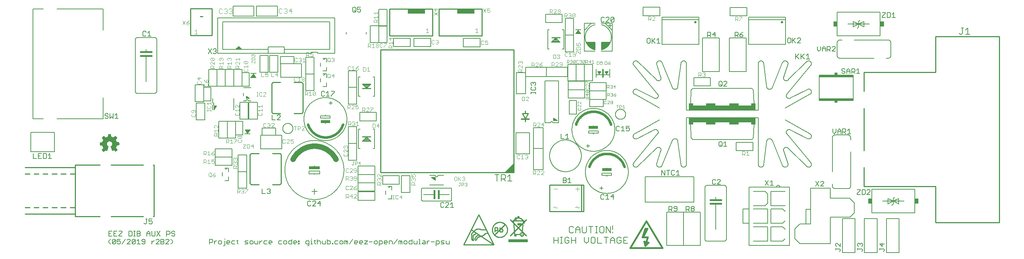
<source format=gto>
G75*
%MOIN*%
%OFA0B0*%
%FSLAX25Y25*%
%IPPOS*%
%LPD*%
%AMOC8*
5,1,8,0,0,1.08239X$1,22.5*
%
%ADD10R,0.01485X0.00015*%
%ADD11R,0.00045X0.00015*%
%ADD12R,0.00105X0.00015*%
%ADD13R,0.00165X0.00015*%
%ADD14R,0.00225X0.00015*%
%ADD15R,0.00285X0.00015*%
%ADD16R,0.00345X0.00015*%
%ADD17R,0.00405X0.00015*%
%ADD18R,0.00435X0.00015*%
%ADD19R,0.00465X0.00015*%
%ADD20R,0.00495X0.00015*%
%ADD21R,0.00540X0.00015*%
%ADD22R,0.00585X0.00015*%
%ADD23R,0.00645X0.00015*%
%ADD24R,0.00150X0.00015*%
%ADD25R,0.00675X0.00015*%
%ADD26R,0.00195X0.00015*%
%ADD27R,0.00705X0.00015*%
%ADD28R,0.00240X0.00015*%
%ADD29R,0.00735X0.00015*%
%ADD30R,0.00270X0.00015*%
%ADD31R,0.00765X0.00015*%
%ADD32R,0.00300X0.00015*%
%ADD33R,0.00810X0.00015*%
%ADD34R,0.00360X0.00015*%
%ADD35R,0.00855X0.00015*%
%ADD36R,0.00435X0.00015*%
%ADD37R,0.00915X0.00015*%
%ADD38R,0.00465X0.00015*%
%ADD39R,0.00945X0.00015*%
%ADD40R,0.00960X0.00015*%
%ADD41R,0.00525X0.00015*%
%ADD42R,0.00990X0.00015*%
%ADD43R,0.00555X0.00015*%
%ADD44R,0.01035X0.00015*%
%ADD45R,0.00600X0.00015*%
%ADD46R,0.01080X0.00015*%
%ADD47R,0.01125X0.00015*%
%ADD48R,0.01170X0.00015*%
%ADD49R,0.00720X0.00015*%
%ADD50R,0.01200X0.00015*%
%ADD51R,0.00750X0.00015*%
%ADD52R,0.01230X0.00015*%
%ADD53R,0.00780X0.00015*%
%ADD54R,0.01260X0.00015*%
%ADD55R,0.00810X0.00015*%
%ADD56R,0.01305X0.00015*%
%ADD57R,0.01365X0.00015*%
%ADD58R,0.00900X0.00015*%
%ADD59R,0.01395X0.00015*%
%ADD60R,0.01440X0.00015*%
%ADD61R,0.01470X0.00015*%
%ADD62R,0.01005X0.00015*%
%ADD63R,0.01500X0.00015*%
%ADD64R,0.01020X0.00015*%
%ADD65R,0.01530X0.00015*%
%ADD66R,0.01065X0.00015*%
%ADD67R,0.01575X0.00015*%
%ADD68R,0.01095X0.00015*%
%ADD69R,0.01635X0.00015*%
%ADD70R,0.01155X0.00015*%
%ADD71R,0.01680X0.00015*%
%ADD72R,0.01200X0.00015*%
%ADD73R,0.01710X0.00015*%
%ADD74R,0.01230X0.00015*%
%ADD75R,0.01725X0.00015*%
%ADD76R,0.01245X0.00015*%
%ADD77R,0.01755X0.00015*%
%ADD78R,0.01275X0.00015*%
%ADD79R,0.01800X0.00015*%
%ADD80R,0.01320X0.00015*%
%ADD81R,0.01860X0.00015*%
%ADD82R,0.01905X0.00015*%
%ADD83R,0.01410X0.00015*%
%ADD84R,0.01935X0.00015*%
%ADD85R,0.01455X0.00015*%
%ADD86R,0.01965X0.00015*%
%ADD87R,0.01485X0.00015*%
%ADD88R,0.01995X0.00015*%
%ADD89R,0.01515X0.00015*%
%ADD90R,0.02040X0.00015*%
%ADD91R,0.01530X0.00015*%
%ADD92R,0.02070X0.00015*%
%ADD93R,0.01575X0.00015*%
%ADD94R,0.02115X0.00015*%
%ADD95R,0.01620X0.00015*%
%ADD96R,0.02160X0.00015*%
%ADD97R,0.01665X0.00015*%
%ADD98R,0.02190X0.00015*%
%ADD99R,0.00075X0.00015*%
%ADD100R,0.01695X0.00015*%
%ADD101R,0.02220X0.00015*%
%ADD102R,0.00105X0.00015*%
%ADD103R,0.02235X0.00015*%
%ADD104R,0.00135X0.00015*%
%ADD105R,0.01755X0.00015*%
%ADD106R,0.02280X0.00015*%
%ADD107R,0.00180X0.00015*%
%ADD108R,0.01785X0.00015*%
%ADD109R,0.02340X0.00015*%
%ADD110R,0.00240X0.00015*%
%ADD111R,0.01830X0.00015*%
%ADD112R,0.02385X0.00015*%
%ADD113R,0.01890X0.00015*%
%ADD114R,0.02415X0.00015*%
%ADD115R,0.00330X0.00015*%
%ADD116R,0.00120X0.00015*%
%ADD117R,0.01920X0.00015*%
%ADD118R,0.02430X0.00015*%
%ADD119R,0.00375X0.00015*%
%ADD120R,0.02460X0.00015*%
%ADD121R,0.00405X0.00015*%
%ADD122R,0.00195X0.00015*%
%ADD123R,0.01965X0.00015*%
%ADD124R,0.02505X0.00015*%
%ADD125R,0.00210X0.00015*%
%ADD126R,0.02010X0.00015*%
%ADD127R,0.02535X0.00015*%
%ADD128R,0.00480X0.00015*%
%ADD129R,0.02580X0.00015*%
%ADD130R,0.00540X0.00015*%
%ADD131R,0.02085X0.00015*%
%ADD132R,0.02625X0.00015*%
%ADD133R,0.02130X0.00015*%
%ADD134R,0.02670X0.00015*%
%ADD135R,0.00630X0.00015*%
%ADD136R,0.02700X0.00015*%
%ADD137R,0.00660X0.00015*%
%ADD138R,0.00450X0.00015*%
%ADD139R,0.02190X0.00015*%
%ADD140R,0.02715X0.00015*%
%ADD141R,0.02205X0.00015*%
%ADD142R,0.02745X0.00015*%
%ADD143R,0.00510X0.00015*%
%ADD144R,0.02235X0.00015*%
%ADD145R,0.02775X0.00015*%
%ADD146R,0.02820X0.00015*%
%ADD147R,0.02310X0.00015*%
%ADD148R,0.02880X0.00015*%
%ADD149R,0.00855X0.00015*%
%ADD150R,0.02355X0.00015*%
%ADD151R,0.02895X0.00015*%
%ADD152R,0.00870X0.00015*%
%ADD153R,0.00660X0.00015*%
%ADD154R,0.02925X0.00015*%
%ADD155R,0.00690X0.00015*%
%ADD156R,0.02970X0.00015*%
%ADD157R,0.03000X0.00015*%
%ADD158R,0.00750X0.00015*%
%ADD159R,0.03045X0.00015*%
%ADD160R,0.01005X0.00015*%
%ADD161R,0.00780X0.00015*%
%ADD162R,0.02505X0.00015*%
%ADD163R,0.03090X0.00015*%
%ADD164R,0.01050X0.00015*%
%ADD165R,0.00825X0.00015*%
%ADD166R,0.02550X0.00015*%
%ADD167R,0.03135X0.00015*%
%ADD168R,0.01095X0.00015*%
%ADD169R,0.00870X0.00015*%
%ADD170R,0.03165X0.00015*%
%ADD171R,0.01125X0.00015*%
%ADD172R,0.02625X0.00015*%
%ADD173R,0.03195X0.00015*%
%ADD174R,0.01140X0.00015*%
%ADD175R,0.00930X0.00015*%
%ADD176R,0.02655X0.00015*%
%ADD177R,0.03210X0.00015*%
%ADD178R,0.00960X0.00015*%
%ADD179R,0.03240X0.00015*%
%ADD180R,0.02700X0.00015*%
%ADD181R,0.03285X0.00015*%
%ADD182R,0.01245X0.00015*%
%ADD183R,0.02745X0.00015*%
%ADD184R,0.03330X0.00015*%
%ADD185R,0.02790X0.00015*%
%ADD186R,0.03360X0.00015*%
%ADD187R,0.01110X0.00015*%
%ADD188R,0.02835X0.00015*%
%ADD189R,0.03390X0.00015*%
%ADD190R,0.01335X0.00015*%
%ADD191R,0.01140X0.00015*%
%ADD192R,0.02865X0.00015*%
%ADD193R,0.03420X0.00015*%
%ADD194R,0.01155X0.00015*%
%ADD195R,0.04905X0.00015*%
%ADD196R,0.04920X0.00015*%
%ADD197R,0.02940X0.00015*%
%ADD198R,0.04950X0.00015*%
%ADD199R,0.02985X0.00015*%
%ADD200R,0.04965X0.00015*%
%ADD201R,0.01275X0.00015*%
%ADD202R,0.03015X0.00015*%
%ADD203R,0.04980X0.00015*%
%ADD204R,0.03045X0.00015*%
%ADD205R,0.05010X0.00015*%
%ADD206R,0.01335X0.00015*%
%ADD207R,0.03075X0.00015*%
%ADD208R,0.01350X0.00015*%
%ADD209R,0.03105X0.00015*%
%ADD210R,0.05040X0.00015*%
%ADD211R,0.01380X0.00015*%
%ADD212R,0.05040X0.00015*%
%ADD213R,0.01410X0.00015*%
%ADD214R,0.03180X0.00015*%
%ADD215R,0.05070X0.00015*%
%ADD216R,0.03225X0.00015*%
%ADD217R,0.03255X0.00015*%
%ADD218R,0.05085X0.00015*%
%ADD219R,0.01515X0.00015*%
%ADD220R,0.03300X0.00015*%
%ADD221R,0.05100X0.00015*%
%ADD222R,0.04935X0.00015*%
%ADD223R,0.05115X0.00015*%
%ADD224R,0.04995X0.00015*%
%ADD225R,0.05130X0.00015*%
%ADD226R,0.05010X0.00015*%
%ADD227R,0.05130X0.00015*%
%ADD228R,0.05010X0.00015*%
%ADD229R,0.05025X0.00015*%
%ADD230R,0.05040X0.00015*%
%ADD231R,0.05055X0.00015*%
%ADD232R,0.05130X0.00015*%
%ADD233R,0.05085X0.00015*%
%ADD234R,0.05115X0.00015*%
%ADD235R,0.05145X0.00015*%
%ADD236R,0.05160X0.00015*%
%ADD237R,0.05130X0.00015*%
%ADD238R,0.05190X0.00015*%
%ADD239R,0.05190X0.00015*%
%ADD240R,0.05205X0.00015*%
%ADD241R,0.05220X0.00015*%
%ADD242R,0.05070X0.00015*%
%ADD243R,0.05085X0.00015*%
%ADD244R,0.05205X0.00015*%
%ADD245R,0.05220X0.00015*%
%ADD246R,0.05055X0.00015*%
%ADD247R,0.05025X0.00015*%
%ADD248R,0.05205X0.00015*%
%ADD249R,0.05025X0.00015*%
%ADD250R,0.05190X0.00015*%
%ADD251R,0.05190X0.00015*%
%ADD252R,0.04995X0.00015*%
%ADD253R,0.05175X0.00015*%
%ADD254R,0.04950X0.00015*%
%ADD255R,0.05145X0.00015*%
%ADD256R,0.05145X0.00015*%
%ADD257R,0.04920X0.00015*%
%ADD258R,0.04905X0.00015*%
%ADD259R,0.04905X0.00015*%
%ADD260R,0.05115X0.00015*%
%ADD261R,0.04890X0.00015*%
%ADD262R,0.04890X0.00015*%
%ADD263R,0.04875X0.00015*%
%ADD264R,0.04845X0.00015*%
%ADD265R,0.04830X0.00015*%
%ADD266R,0.04830X0.00015*%
%ADD267R,0.05070X0.00015*%
%ADD268R,0.04830X0.00015*%
%ADD269R,0.04815X0.00015*%
%ADD270R,0.04800X0.00015*%
%ADD271R,0.04800X0.00015*%
%ADD272R,0.05010X0.00015*%
%ADD273R,0.04785X0.00015*%
%ADD274R,0.04770X0.00015*%
%ADD275R,0.04770X0.00015*%
%ADD276R,0.04755X0.00015*%
%ADD277R,0.04740X0.00015*%
%ADD278R,0.04725X0.00015*%
%ADD279R,0.04725X0.00015*%
%ADD280R,0.04980X0.00015*%
%ADD281R,0.04710X0.00015*%
%ADD282R,0.04725X0.00015*%
%ADD283R,0.04710X0.00015*%
%ADD284R,0.04695X0.00015*%
%ADD285R,0.04680X0.00015*%
%ADD286R,0.04695X0.00015*%
%ADD287R,0.04680X0.00015*%
%ADD288R,0.04905X0.00015*%
%ADD289R,0.04665X0.00015*%
%ADD290R,0.04650X0.00015*%
%ADD291R,0.04635X0.00015*%
%ADD292R,0.04620X0.00015*%
%ADD293R,0.04620X0.00015*%
%ADD294R,0.04890X0.00015*%
%ADD295R,0.04605X0.00015*%
%ADD296R,0.04605X0.00015*%
%ADD297R,0.04590X0.00015*%
%ADD298R,0.04845X0.00015*%
%ADD299R,0.04575X0.00015*%
%ADD300R,0.04590X0.00015*%
%ADD301R,0.04575X0.00015*%
%ADD302R,0.04845X0.00015*%
%ADD303R,0.04560X0.00015*%
%ADD304R,0.04545X0.00015*%
%ADD305R,0.04530X0.00015*%
%ADD306R,0.04515X0.00015*%
%ADD307R,0.04530X0.00015*%
%ADD308R,0.04500X0.00015*%
%ADD309R,0.04515X0.00015*%
%ADD310R,0.04785X0.00015*%
%ADD311R,0.04485X0.00015*%
%ADD312R,0.04755X0.00015*%
%ADD313R,0.04470X0.00015*%
%ADD314R,0.04740X0.00015*%
%ADD315R,0.04485X0.00015*%
%ADD316R,0.04755X0.00015*%
%ADD317R,0.04545X0.00015*%
%ADD318R,0.04695X0.00015*%
%ADD319R,0.04680X0.00015*%
%ADD320R,0.04665X0.00015*%
%ADD321R,0.04725X0.00015*%
%ADD322R,0.04680X0.00015*%
%ADD323R,0.04860X0.00015*%
%ADD324R,0.04740X0.00015*%
%ADD325R,0.04875X0.00015*%
%ADD326R,0.04965X0.00015*%
%ADD327R,0.04860X0.00015*%
%ADD328R,0.04995X0.00015*%
%ADD329R,0.04875X0.00015*%
%ADD330R,0.04980X0.00015*%
%ADD331R,0.05235X0.00015*%
%ADD332R,0.05235X0.00015*%
%ADD333R,0.05250X0.00015*%
%ADD334R,0.05280X0.00015*%
%ADD335R,0.05295X0.00015*%
%ADD336R,0.05325X0.00015*%
%ADD337R,0.05340X0.00015*%
%ADD338R,0.05235X0.00015*%
%ADD339R,0.05355X0.00015*%
%ADD340R,0.05370X0.00015*%
%ADD341R,0.05265X0.00015*%
%ADD342R,0.05370X0.00015*%
%ADD343R,0.05280X0.00015*%
%ADD344R,0.05385X0.00015*%
%ADD345R,0.05295X0.00015*%
%ADD346R,0.05400X0.00015*%
%ADD347R,0.05415X0.00015*%
%ADD348R,0.05310X0.00015*%
%ADD349R,0.05430X0.00015*%
%ADD350R,0.05445X0.00015*%
%ADD351R,0.05460X0.00015*%
%ADD352R,0.05355X0.00015*%
%ADD353R,0.05475X0.00015*%
%ADD354R,0.05505X0.00015*%
%ADD355R,0.05520X0.00015*%
%ADD356R,0.05535X0.00015*%
%ADD357R,0.05550X0.00015*%
%ADD358R,0.05550X0.00015*%
%ADD359R,0.05475X0.00015*%
%ADD360R,0.05490X0.00015*%
%ADD361R,0.05475X0.00015*%
%ADD362R,0.05385X0.00015*%
%ADD363R,0.05370X0.00015*%
%ADD364R,0.05325X0.00015*%
%ADD365R,0.05310X0.00015*%
%ADD366R,0.05265X0.00015*%
%ADD367R,0.05175X0.00015*%
%ADD368R,0.04980X0.00015*%
%ADD369R,0.04965X0.00015*%
%ADD370R,0.04860X0.00015*%
%ADD371R,0.04845X0.00015*%
%ADD372R,0.04815X0.00015*%
%ADD373R,0.04770X0.00015*%
%ADD374R,0.05295X0.00015*%
%ADD375R,0.04635X0.00015*%
%ADD376R,0.05610X0.00015*%
%ADD377R,0.05700X0.00015*%
%ADD378R,0.05760X0.00015*%
%ADD379R,0.05805X0.00015*%
%ADD380R,0.05850X0.00015*%
%ADD381R,0.05895X0.00015*%
%ADD382R,0.06000X0.00015*%
%ADD383R,0.06135X0.00015*%
%ADD384R,0.06225X0.00015*%
%ADD385R,0.06300X0.00015*%
%ADD386R,0.06330X0.00015*%
%ADD387R,0.06375X0.00015*%
%ADD388R,0.06450X0.00015*%
%ADD389R,0.06570X0.00015*%
%ADD390R,0.05565X0.00015*%
%ADD391R,0.06690X0.00015*%
%ADD392R,0.06735X0.00015*%
%ADD393R,0.05790X0.00015*%
%ADD394R,0.06765X0.00015*%
%ADD395R,0.05850X0.00015*%
%ADD396R,0.06780X0.00015*%
%ADD397R,0.05895X0.00015*%
%ADD398R,0.06795X0.00015*%
%ADD399R,0.05955X0.00015*%
%ADD400R,0.06810X0.00015*%
%ADD401R,0.06060X0.00015*%
%ADD402R,0.06195X0.00015*%
%ADD403R,0.06825X0.00015*%
%ADD404R,0.06330X0.00015*%
%ADD405R,0.06840X0.00015*%
%ADD406R,0.06390X0.00015*%
%ADD407R,0.06495X0.00015*%
%ADD408R,0.06840X0.00015*%
%ADD409R,0.06555X0.00015*%
%ADD410R,0.06825X0.00015*%
%ADD411R,0.06645X0.00015*%
%ADD412R,0.06825X0.00015*%
%ADD413R,0.06705X0.00015*%
%ADD414R,0.06705X0.00015*%
%ADD415R,0.06810X0.00015*%
%ADD416R,0.06720X0.00015*%
%ADD417R,0.06795X0.00015*%
%ADD418R,0.06750X0.00015*%
%ADD419R,0.06765X0.00015*%
%ADD420R,0.06795X0.00015*%
%ADD421R,0.06780X0.00015*%
%ADD422R,0.06780X0.00015*%
%ADD423R,0.06750X0.00015*%
%ADD424R,0.06720X0.00015*%
%ADD425R,0.06720X0.00015*%
%ADD426R,0.06705X0.00015*%
%ADD427R,0.06705X0.00015*%
%ADD428R,0.06690X0.00015*%
%ADD429R,0.06675X0.00015*%
%ADD430R,0.06690X0.00015*%
%ADD431R,0.06675X0.00015*%
%ADD432R,0.06675X0.00015*%
%ADD433R,0.06660X0.00015*%
%ADD434R,0.06675X0.00015*%
%ADD435R,0.06660X0.00015*%
%ADD436R,0.06660X0.00015*%
%ADD437R,0.06645X0.00015*%
%ADD438R,0.06630X0.00015*%
%ADD439R,0.06660X0.00015*%
%ADD440R,0.06630X0.00015*%
%ADD441R,0.06645X0.00015*%
%ADD442R,0.06735X0.00015*%
%ADD443R,0.06765X0.00015*%
%ADD444R,0.06780X0.00015*%
%ADD445R,0.06825X0.00015*%
%ADD446R,0.06855X0.00015*%
%ADD447R,0.06855X0.00015*%
%ADD448R,0.06870X0.00015*%
%ADD449R,0.06885X0.00015*%
%ADD450R,0.06525X0.00015*%
%ADD451R,0.06405X0.00015*%
%ADD452R,0.06255X0.00015*%
%ADD453R,0.06165X0.00015*%
%ADD454R,0.06870X0.00015*%
%ADD455R,0.06120X0.00015*%
%ADD456R,0.06885X0.00015*%
%ADD457R,0.06060X0.00015*%
%ADD458R,0.06015X0.00015*%
%ADD459R,0.05910X0.00015*%
%ADD460R,0.05670X0.00015*%
%ADD461R,0.05595X0.00015*%
%ADD462R,0.06585X0.00015*%
%ADD463R,0.05160X0.00015*%
%ADD464R,0.06390X0.00015*%
%ADD465R,0.05025X0.00015*%
%ADD466R,0.06330X0.00015*%
%ADD467R,0.06075X0.00015*%
%ADD468R,0.05820X0.00015*%
%ADD469R,0.05775X0.00015*%
%ADD470R,0.05685X0.00015*%
%ADD471R,0.05460X0.00015*%
%ADD472R,0.04860X0.00015*%
%ADD473R,0.04935X0.00015*%
%ADD474R,0.05160X0.00015*%
%ADD475R,0.05325X0.00015*%
%ADD476R,0.05340X0.00015*%
%ADD477R,0.05355X0.00015*%
%ADD478R,0.05430X0.00015*%
%ADD479R,0.05535X0.00015*%
%ADD480R,0.05595X0.00015*%
%ADD481R,0.05640X0.00015*%
%ADD482R,0.05640X0.00015*%
%ADD483R,0.05670X0.00015*%
%ADD484R,0.05685X0.00015*%
%ADD485R,0.05700X0.00015*%
%ADD486R,0.05715X0.00015*%
%ADD487R,0.05715X0.00015*%
%ADD488R,0.05730X0.00015*%
%ADD489R,0.05745X0.00015*%
%ADD490R,0.05760X0.00015*%
%ADD491R,0.06000X0.00015*%
%ADD492R,0.06105X0.00015*%
%ADD493R,0.06180X0.00015*%
%ADD494R,0.06210X0.00015*%
%ADD495R,0.12690X0.00015*%
%ADD496R,0.12675X0.00015*%
%ADD497R,0.12660X0.00015*%
%ADD498R,0.12660X0.00015*%
%ADD499R,0.12645X0.00015*%
%ADD500R,0.12615X0.00015*%
%ADD501R,0.12600X0.00015*%
%ADD502R,0.12585X0.00015*%
%ADD503R,0.12555X0.00015*%
%ADD504R,0.12540X0.00015*%
%ADD505R,0.12525X0.00015*%
%ADD506R,0.12510X0.00015*%
%ADD507R,0.12510X0.00015*%
%ADD508R,0.12480X0.00015*%
%ADD509R,0.12450X0.00015*%
%ADD510R,0.12435X0.00015*%
%ADD511R,0.12420X0.00015*%
%ADD512R,0.12390X0.00015*%
%ADD513R,0.12375X0.00015*%
%ADD514R,0.12360X0.00015*%
%ADD515R,0.12330X0.00015*%
%ADD516R,0.12300X0.00015*%
%ADD517R,0.12285X0.00015*%
%ADD518R,0.12270X0.00015*%
%ADD519R,0.12255X0.00015*%
%ADD520R,0.12240X0.00015*%
%ADD521R,0.12225X0.00015*%
%ADD522R,0.12195X0.00015*%
%ADD523R,0.12165X0.00015*%
%ADD524R,0.12150X0.00015*%
%ADD525R,0.12135X0.00015*%
%ADD526R,0.12120X0.00015*%
%ADD527R,0.12090X0.00015*%
%ADD528R,0.12075X0.00015*%
%ADD529R,0.12060X0.00015*%
%ADD530R,0.12045X0.00015*%
%ADD531R,0.12015X0.00015*%
%ADD532R,0.12000X0.00015*%
%ADD533R,0.11985X0.00015*%
%ADD534R,0.11955X0.00015*%
%ADD535R,0.11940X0.00015*%
%ADD536R,0.11925X0.00015*%
%ADD537R,0.11910X0.00015*%
%ADD538R,0.11910X0.00015*%
%ADD539R,0.11880X0.00015*%
%ADD540R,0.11850X0.00015*%
%ADD541R,0.11835X0.00015*%
%ADD542R,0.11805X0.00015*%
%ADD543R,0.11775X0.00015*%
%ADD544R,0.11760X0.00015*%
%ADD545R,0.11745X0.00015*%
%ADD546R,0.11730X0.00015*%
%ADD547R,0.11700X0.00015*%
%ADD548R,0.11700X0.00015*%
%ADD549R,0.11685X0.00015*%
%ADD550R,0.11655X0.00015*%
%ADD551R,0.11640X0.00015*%
%ADD552R,0.11625X0.00015*%
%ADD553R,0.11625X0.00015*%
%ADD554R,0.11670X0.00015*%
%ADD555R,0.11715X0.00015*%
%ADD556R,0.11790X0.00015*%
%ADD557R,0.11820X0.00015*%
%ADD558R,0.11820X0.00015*%
%ADD559R,0.11880X0.00015*%
%ADD560R,0.11895X0.00015*%
%ADD561R,0.11970X0.00015*%
%ADD562R,0.12045X0.00015*%
%ADD563R,0.12075X0.00015*%
%ADD564R,0.12105X0.00015*%
%ADD565R,0.12135X0.00015*%
%ADD566R,0.12165X0.00015*%
%ADD567R,0.12180X0.00015*%
%ADD568R,0.12195X0.00015*%
%ADD569R,0.12210X0.00015*%
%ADD570R,0.12225X0.00015*%
%ADD571R,0.12255X0.00015*%
%ADD572R,0.12360X0.00015*%
%ADD573R,0.12390X0.00015*%
%ADD574R,0.12405X0.00015*%
%ADD575R,0.12435X0.00015*%
%ADD576R,0.12480X0.00015*%
%ADD577R,0.12480X0.00015*%
%ADD578R,0.12510X0.00015*%
%ADD579R,0.12570X0.00015*%
%ADD580R,0.12630X0.00015*%
%ADD581R,0.12675X0.00015*%
%ADD582R,0.12705X0.00015*%
%ADD583R,0.12735X0.00015*%
%ADD584R,0.12750X0.00015*%
%ADD585R,0.12780X0.00015*%
%ADD586R,0.12795X0.00015*%
%ADD587R,0.12810X0.00015*%
%ADD588R,0.12840X0.00015*%
%ADD589R,0.12855X0.00015*%
%ADD590R,0.12885X0.00015*%
%ADD591R,0.12900X0.00015*%
%ADD592R,0.12915X0.00015*%
%ADD593R,0.12945X0.00015*%
%ADD594R,0.12960X0.00015*%
%ADD595R,0.12990X0.00015*%
%ADD596R,0.13005X0.00015*%
%ADD597R,0.13020X0.00015*%
%ADD598R,0.13035X0.00015*%
%ADD599R,0.13065X0.00015*%
%ADD600R,0.13080X0.00015*%
%ADD601R,0.13110X0.00015*%
%ADD602R,0.13125X0.00015*%
%ADD603R,0.13155X0.00015*%
%ADD604R,0.13170X0.00015*%
%ADD605R,0.13200X0.00015*%
%ADD606R,0.13230X0.00015*%
%ADD607R,0.13260X0.00015*%
%ADD608R,0.13290X0.00015*%
%ADD609R,0.13320X0.00015*%
%ADD610R,0.13350X0.00015*%
%ADD611R,0.13365X0.00015*%
%ADD612R,0.13395X0.00015*%
%ADD613R,0.13425X0.00015*%
%ADD614R,0.13455X0.00015*%
%ADD615R,0.13470X0.00015*%
%ADD616R,0.13500X0.00015*%
%ADD617R,0.13530X0.00015*%
%ADD618R,0.13560X0.00015*%
%ADD619R,0.13575X0.00015*%
%ADD620R,0.13605X0.00015*%
%ADD621R,0.13635X0.00015*%
%ADD622R,0.13650X0.00015*%
%ADD623R,0.13680X0.00015*%
%ADD624R,0.13695X0.00015*%
%ADD625R,0.13725X0.00015*%
%ADD626R,0.13740X0.00015*%
%ADD627R,0.13770X0.00015*%
%ADD628R,0.13785X0.00015*%
%ADD629R,0.13800X0.00015*%
%ADD630R,0.13830X0.00015*%
%ADD631R,0.13860X0.00015*%
%ADD632R,0.13875X0.00015*%
%ADD633R,0.13905X0.00015*%
%ADD634R,0.13935X0.00015*%
%ADD635R,0.13950X0.00015*%
%ADD636R,0.13980X0.00015*%
%ADD637R,0.14010X0.00015*%
%ADD638R,0.14025X0.00015*%
%ADD639R,0.14055X0.00015*%
%ADD640R,0.14070X0.00015*%
%ADD641R,0.14085X0.00015*%
%ADD642R,0.14115X0.00015*%
%ADD643R,0.14145X0.00015*%
%ADD644R,0.14160X0.00015*%
%ADD645R,0.14190X0.00015*%
%ADD646R,0.14205X0.00015*%
%ADD647R,0.14220X0.00015*%
%ADD648R,0.14235X0.00015*%
%ADD649R,0.14265X0.00015*%
%ADD650R,0.14280X0.00015*%
%ADD651R,0.14295X0.00015*%
%ADD652R,0.14295X0.00015*%
%ADD653R,0.14250X0.00015*%
%ADD654R,0.14205X0.00015*%
%ADD655R,0.14175X0.00015*%
%ADD656R,0.14160X0.00015*%
%ADD657R,0.14130X0.00015*%
%ADD658R,0.14100X0.00015*%
%ADD659R,0.14040X0.00015*%
%ADD660R,0.14010X0.00015*%
%ADD661R,0.03465X0.00015*%
%ADD662R,0.10440X0.00015*%
%ADD663R,0.03420X0.00015*%
%ADD664R,0.10395X0.00015*%
%ADD665R,0.03375X0.00015*%
%ADD666R,0.10335X0.00015*%
%ADD667R,0.03570X0.00015*%
%ADD668R,0.06600X0.00015*%
%ADD669R,0.03525X0.00015*%
%ADD670R,0.03270X0.00015*%
%ADD671R,0.03495X0.00015*%
%ADD672R,0.03210X0.00015*%
%ADD673R,0.06480X0.00015*%
%ADD674R,0.03435X0.00015*%
%ADD675R,0.03165X0.00015*%
%ADD676R,0.03390X0.00015*%
%ADD677R,0.03120X0.00015*%
%ADD678R,0.06315X0.00015*%
%ADD679R,0.03345X0.00015*%
%ADD680R,0.03090X0.00015*%
%ADD681R,0.03075X0.00015*%
%ADD682R,0.06225X0.00015*%
%ADD683R,0.03270X0.00015*%
%ADD684R,0.06180X0.00015*%
%ADD685R,0.02970X0.00015*%
%ADD686R,0.06075X0.00015*%
%ADD687R,0.03195X0.00015*%
%ADD688R,0.02925X0.00015*%
%ADD689R,0.05985X0.00015*%
%ADD690R,0.03135X0.00015*%
%ADD691R,0.02850X0.00015*%
%ADD692R,0.05835X0.00015*%
%ADD693R,0.03030X0.00015*%
%ADD694R,0.02805X0.00015*%
%ADD695R,0.02730X0.00015*%
%ADD696R,0.05625X0.00015*%
%ADD697R,0.02925X0.00015*%
%ADD698R,0.02640X0.00015*%
%ADD699R,0.02595X0.00015*%
%ADD700R,0.02565X0.00015*%
%ADD701R,0.02760X0.00015*%
%ADD702R,0.02520X0.00015*%
%ADD703R,0.02730X0.00015*%
%ADD704R,0.02475X0.00015*%
%ADD705R,0.02685X0.00015*%
%ADD706R,0.02445X0.00015*%
%ADD707R,0.02400X0.00015*%
%ADD708R,0.02370X0.00015*%
%ADD709R,0.02565X0.00015*%
%ADD710R,0.02340X0.00015*%
%ADD711R,0.02325X0.00015*%
%ADD712R,0.02505X0.00015*%
%ADD713R,0.02280X0.00015*%
%ADD714R,0.02460X0.00015*%
%ADD715R,0.04560X0.00015*%
%ADD716R,0.02190X0.00015*%
%ADD717R,0.04440X0.00015*%
%ADD718R,0.02370X0.00015*%
%ADD719R,0.02145X0.00015*%
%ADD720R,0.04365X0.00015*%
%ADD721R,0.04320X0.00015*%
%ADD722R,0.02310X0.00015*%
%ADD723R,0.02100X0.00015*%
%ADD724R,0.04260X0.00015*%
%ADD725R,0.04200X0.00015*%
%ADD726R,0.02265X0.00015*%
%ADD727R,0.02040X0.00015*%
%ADD728R,0.04095X0.00015*%
%ADD729R,0.02220X0.00015*%
%ADD730R,0.03915X0.00015*%
%ADD731R,0.02175X0.00015*%
%ADD732R,0.03765X0.00015*%
%ADD733R,0.03675X0.00015*%
%ADD734R,0.01890X0.00015*%
%ADD735R,0.03615X0.00015*%
%ADD736R,0.02055X0.00015*%
%ADD737R,0.01860X0.00015*%
%ADD738R,0.03555X0.00015*%
%ADD739R,0.01815X0.00015*%
%ADD740R,0.03450X0.00015*%
%ADD741R,0.01725X0.00015*%
%ADD742R,0.03315X0.00015*%
%ADD743R,0.01905X0.00015*%
%ADD744R,0.01680X0.00015*%
%ADD745R,0.01650X0.00015*%
%ADD746R,0.01620X0.00015*%
%ADD747R,0.01590X0.00015*%
%ADD748R,0.01770X0.00015*%
%ADD749R,0.01560X0.00015*%
%ADD750R,0.03240X0.00015*%
%ADD751R,0.01740X0.00015*%
%ADD752R,0.01665X0.00015*%
%ADD753R,0.01455X0.00015*%
%ADD754R,0.01635X0.00015*%
%ADD755R,0.01410X0.00015*%
%ADD756R,0.01395X0.00015*%
%ADD757R,0.01365X0.00015*%
%ADD758R,0.01335X0.00015*%
%ADD759R,0.01290X0.00015*%
%ADD760R,0.03210X0.00015*%
%ADD761R,0.01455X0.00015*%
%ADD762R,0.01185X0.00015*%
%ADD763R,0.01290X0.00015*%
%ADD764R,0.01110X0.00015*%
%ADD765R,0.01260X0.00015*%
%ADD766R,0.03180X0.00015*%
%ADD767R,0.00975X0.00015*%
%ADD768R,0.03150X0.00015*%
%ADD769R,0.00885X0.00015*%
%ADD770R,0.03150X0.00015*%
%ADD771R,0.01050X0.00015*%
%ADD772R,0.00795X0.00015*%
%ADD773R,0.00885X0.00015*%
%ADD774R,0.00690X0.00015*%
%ADD775R,0.00840X0.00015*%
%ADD776R,0.00570X0.00015*%
%ADD777R,0.00525X0.00015*%
%ADD778R,0.03105X0.00015*%
%ADD779R,0.00660X0.00015*%
%ADD780R,0.00615X0.00015*%
%ADD781R,0.00420X0.00015*%
%ADD782R,0.00555X0.00015*%
%ADD783R,0.00390X0.00015*%
%ADD784R,0.00525X0.00015*%
%ADD785R,0.00360X0.00015*%
%ADD786R,0.00495X0.00015*%
%ADD787R,0.03075X0.00015*%
%ADD788R,0.00450X0.00015*%
%ADD789R,0.00225X0.00015*%
%ADD790R,0.00345X0.00015*%
%ADD791R,0.00255X0.00015*%
%ADD792R,0.03060X0.00015*%
%ADD793R,0.00180X0.00015*%
%ADD794R,0.00075X0.00015*%
%ADD795R,0.03000X0.00015*%
%ADD796R,0.02955X0.00015*%
%ADD797R,0.02940X0.00015*%
%ADD798R,0.02940X0.00015*%
%ADD799R,0.02910X0.00015*%
%ADD800R,0.02910X0.00015*%
%ADD801R,0.02865X0.00015*%
%ADD802R,0.02805X0.00015*%
%ADD803R,0.02775X0.00015*%
%ADD804R,0.02760X0.00015*%
%ADD805R,0.02655X0.00015*%
%ADD806R,0.02640X0.00015*%
%ADD807R,0.02610X0.00015*%
%ADD808R,0.02595X0.00015*%
%ADD809R,0.02535X0.00015*%
%ADD810R,0.02475X0.00015*%
%ADD811R,0.02175X0.00015*%
%ADD812R,0.01575X0.00015*%
%ADD813C,0.00500*%
%ADD814C,0.01600*%
%ADD815C,0.00700*%
%ADD816C,0.01000*%
%ADD817C,0.00600*%
%ADD818R,0.03500X0.05000*%
%ADD819R,0.31496X0.01969*%
%ADD820R,0.03000X0.02250*%
%ADD821C,0.00400*%
%ADD822C,0.02174*%
%ADD823R,0.09000X0.02500*%
%ADD824C,0.02400*%
%ADD825R,0.62000X0.04000*%
%ADD826R,0.04000X0.02000*%
%ADD827R,0.08500X0.02000*%
%ADD828C,0.00300*%
%ADD829R,0.16000X0.04000*%
%ADD830C,0.00800*%
%ADD831R,0.08268X0.01181*%
%ADD832R,0.05512X0.00787*%
%ADD833R,0.10000X0.02500*%
%ADD834C,0.05000*%
%ADD835R,0.18000X0.03000*%
D10*
X0119442Y0139311D03*
D11*
X0116552Y0133602D03*
X0124757Y0134472D03*
X0127937Y0133767D03*
D12*
X0116552Y0133617D03*
D13*
X0116552Y0133631D03*
D14*
X0116552Y0133646D03*
D15*
X0116552Y0133661D03*
X0116642Y0148046D03*
D16*
X0116552Y0133676D03*
X0124802Y0134561D03*
D17*
X0124817Y0134576D03*
X0116552Y0133691D03*
D18*
X0116552Y0133706D03*
D19*
X0116552Y0133722D03*
D20*
X0116552Y0133737D03*
X0127937Y0133902D03*
D21*
X0116559Y0133752D03*
D22*
X0116567Y0133767D03*
X0119582Y0134576D03*
X0124892Y0134667D03*
D23*
X0124907Y0134681D03*
X0127922Y0133961D03*
X0116567Y0133781D03*
D24*
X0124749Y0134502D03*
X0127944Y0133781D03*
D25*
X0127922Y0133976D03*
X0119552Y0134622D03*
X0116567Y0133796D03*
D26*
X0127937Y0133796D03*
D27*
X0124937Y0134726D03*
X0119537Y0134637D03*
X0116567Y0133811D03*
D28*
X0127944Y0133811D03*
D29*
X0116567Y0133826D03*
D30*
X0124779Y0134546D03*
X0127944Y0133826D03*
D31*
X0119522Y0134652D03*
X0116567Y0133841D03*
D32*
X0119679Y0134472D03*
X0127944Y0133841D03*
X0127569Y0148091D03*
D33*
X0116574Y0133856D03*
D34*
X0127944Y0133856D03*
D35*
X0127907Y0134052D03*
X0116582Y0133872D03*
D36*
X0119642Y0134531D03*
X0124832Y0134591D03*
X0127937Y0133872D03*
D37*
X0124997Y0134802D03*
X0119462Y0134726D03*
X0116582Y0133887D03*
X0116672Y0147791D03*
D38*
X0116657Y0147972D03*
X0127937Y0133887D03*
D39*
X0127907Y0134081D03*
X0119447Y0134741D03*
X0116582Y0133902D03*
X0127547Y0147852D03*
X0121967Y0149967D03*
D40*
X0116589Y0133917D03*
D41*
X0127937Y0133917D03*
D42*
X0127899Y0134096D03*
X0125019Y0134846D03*
X0116589Y0133931D03*
X0127539Y0147837D03*
D43*
X0127937Y0133931D03*
D44*
X0116597Y0133946D03*
D45*
X0127929Y0133946D03*
X0116664Y0147926D03*
D46*
X0127539Y0147791D03*
X0125049Y0134876D03*
X0116589Y0133961D03*
D47*
X0116597Y0133976D03*
D48*
X0116604Y0133991D03*
X0119379Y0134831D03*
X0125079Y0134937D03*
X0127524Y0147761D03*
D49*
X0127554Y0147941D03*
X0127914Y0133991D03*
D50*
X0116604Y0134006D03*
D51*
X0127914Y0134006D03*
D52*
X0116604Y0134022D03*
X0116694Y0147672D03*
X0127524Y0147746D03*
D53*
X0127554Y0147911D03*
X0127914Y0134022D03*
D54*
X0116604Y0134037D03*
D55*
X0119499Y0134667D03*
X0127914Y0134037D03*
X0127554Y0147896D03*
D56*
X0125132Y0134996D03*
X0116612Y0134052D03*
D57*
X0116612Y0134067D03*
X0119312Y0134922D03*
X0127877Y0134261D03*
D58*
X0127899Y0134067D03*
X0119469Y0134711D03*
D59*
X0116612Y0134081D03*
D60*
X0116619Y0134096D03*
D61*
X0116619Y0134111D03*
X0125169Y0135087D03*
D62*
X0127892Y0134111D03*
D63*
X0116619Y0134126D03*
X0116709Y0147567D03*
X0127509Y0147641D03*
D64*
X0127539Y0147822D03*
X0116679Y0147761D03*
X0127899Y0134126D03*
D65*
X0116619Y0134141D03*
D66*
X0127892Y0134141D03*
D67*
X0116627Y0134156D03*
D68*
X0127892Y0134156D03*
D69*
X0116627Y0134172D03*
D70*
X0127892Y0134172D03*
D71*
X0116634Y0134187D03*
D72*
X0119379Y0134846D03*
X0125094Y0134952D03*
X0127884Y0134187D03*
D73*
X0116634Y0134202D03*
D74*
X0127884Y0134202D03*
D75*
X0127847Y0134411D03*
X0116642Y0134217D03*
D76*
X0127877Y0134217D03*
D77*
X0116642Y0134231D03*
D78*
X0119342Y0134876D03*
X0127877Y0134231D03*
D79*
X0116634Y0134246D03*
X0127494Y0147522D03*
D80*
X0127524Y0147702D03*
X0127869Y0134246D03*
X0119334Y0134891D03*
D81*
X0116649Y0134261D03*
D82*
X0116657Y0134276D03*
X0116732Y0147402D03*
D83*
X0127869Y0134276D03*
D84*
X0127832Y0134502D03*
X0116657Y0134291D03*
X0116732Y0147387D03*
X0122147Y0149937D03*
D85*
X0125162Y0135072D03*
X0127862Y0134291D03*
D86*
X0116657Y0134306D03*
D87*
X0127862Y0134306D03*
D88*
X0116657Y0134322D03*
X0116732Y0147372D03*
D89*
X0127862Y0134322D03*
D90*
X0127824Y0134546D03*
X0116664Y0134337D03*
X0127479Y0147431D03*
D91*
X0127509Y0147626D03*
X0127854Y0134337D03*
D92*
X0116664Y0134352D03*
X0116739Y0147341D03*
D93*
X0127862Y0134352D03*
D94*
X0116672Y0134367D03*
D95*
X0127854Y0134367D03*
D96*
X0127809Y0134591D03*
X0116679Y0134381D03*
D97*
X0127847Y0134381D03*
D98*
X0116679Y0134396D03*
D99*
X0119732Y0134396D03*
D100*
X0127847Y0134396D03*
D101*
X0116679Y0134411D03*
D102*
X0119732Y0134411D03*
D103*
X0116687Y0134426D03*
X0116747Y0147267D03*
X0122162Y0149891D03*
D104*
X0119732Y0134426D03*
D105*
X0127847Y0134426D03*
D106*
X0127794Y0134652D03*
X0116694Y0134441D03*
D107*
X0119709Y0134441D03*
D108*
X0127847Y0134441D03*
X0116717Y0147461D03*
D109*
X0116694Y0134456D03*
D110*
X0119694Y0134456D03*
D111*
X0127839Y0134456D03*
X0127494Y0147506D03*
D112*
X0127787Y0134696D03*
X0116702Y0134472D03*
D113*
X0127839Y0134472D03*
D114*
X0127787Y0134711D03*
X0116702Y0134487D03*
X0127442Y0147267D03*
D115*
X0116649Y0148031D03*
X0119664Y0134487D03*
D116*
X0124749Y0134487D03*
X0116649Y0148076D03*
D117*
X0127839Y0134487D03*
D118*
X0127779Y0134726D03*
X0116709Y0134502D03*
X0122154Y0149817D03*
D119*
X0119657Y0134502D03*
D120*
X0116709Y0134517D03*
X0127779Y0134741D03*
D121*
X0119657Y0134517D03*
D122*
X0124757Y0134517D03*
D123*
X0127832Y0134517D03*
X0127487Y0147461D03*
D124*
X0116717Y0134531D03*
D125*
X0124764Y0134531D03*
D126*
X0127824Y0134531D03*
X0127479Y0147446D03*
D127*
X0127427Y0147222D03*
X0122147Y0149561D03*
X0122147Y0149576D03*
X0122147Y0149591D03*
X0122147Y0149622D03*
X0116717Y0134546D03*
D128*
X0119634Y0134546D03*
X0124839Y0134622D03*
X0127569Y0148031D03*
D129*
X0127419Y0147191D03*
X0122154Y0149487D03*
X0127764Y0134787D03*
X0116724Y0134561D03*
D130*
X0119604Y0134561D03*
X0124869Y0134652D03*
D131*
X0127817Y0134561D03*
X0127472Y0147402D03*
D132*
X0116732Y0134576D03*
D133*
X0127809Y0134576D03*
X0127464Y0147387D03*
X0116739Y0147311D03*
D134*
X0116799Y0147072D03*
X0122139Y0149276D03*
X0122139Y0149291D03*
X0127749Y0134831D03*
X0116739Y0134591D03*
D135*
X0119574Y0134591D03*
X0116664Y0147911D03*
D136*
X0122139Y0149156D03*
X0116739Y0134606D03*
D137*
X0119559Y0134606D03*
D138*
X0124839Y0134606D03*
D139*
X0127809Y0134606D03*
D140*
X0116747Y0134622D03*
X0122147Y0149052D03*
X0122147Y0149067D03*
X0122147Y0149081D03*
X0122147Y0149096D03*
X0122147Y0149111D03*
D141*
X0127802Y0134622D03*
D142*
X0116747Y0134637D03*
X0122147Y0148976D03*
D143*
X0124854Y0134637D03*
D144*
X0127802Y0134637D03*
D145*
X0116747Y0134652D03*
X0116807Y0147041D03*
X0127397Y0147117D03*
D146*
X0122139Y0148811D03*
X0122139Y0148826D03*
X0116814Y0147011D03*
X0116754Y0134667D03*
D147*
X0127794Y0134667D03*
D148*
X0127734Y0134922D03*
X0116754Y0134681D03*
X0116814Y0146981D03*
X0122139Y0148602D03*
X0122139Y0148617D03*
X0122139Y0148631D03*
X0122139Y0148646D03*
X0122139Y0148661D03*
X0122139Y0148676D03*
X0122139Y0148691D03*
X0127389Y0147072D03*
D149*
X0119477Y0134681D03*
D150*
X0127787Y0134681D03*
D151*
X0127727Y0134937D03*
X0116762Y0134696D03*
D152*
X0119469Y0134696D03*
D153*
X0124914Y0134696D03*
X0116664Y0147896D03*
D154*
X0116762Y0134711D03*
D155*
X0124929Y0134711D03*
D156*
X0116769Y0134726D03*
D157*
X0116769Y0134741D03*
X0122124Y0148241D03*
X0122124Y0148272D03*
X0122124Y0148287D03*
X0127374Y0147026D03*
D158*
X0127554Y0147926D03*
X0116664Y0147867D03*
X0124944Y0134741D03*
D159*
X0116777Y0134756D03*
D160*
X0119432Y0134756D03*
D161*
X0124959Y0134756D03*
D162*
X0127772Y0134756D03*
D163*
X0116784Y0134772D03*
X0122139Y0148002D03*
X0122139Y0148017D03*
X0122139Y0148031D03*
D164*
X0116679Y0147746D03*
X0119409Y0134772D03*
X0125034Y0134861D03*
D165*
X0124982Y0134772D03*
X0116672Y0147837D03*
D166*
X0122154Y0149546D03*
X0127764Y0134772D03*
D167*
X0127697Y0135041D03*
X0116792Y0134787D03*
X0122132Y0147837D03*
X0122132Y0147852D03*
X0122132Y0147867D03*
X0122132Y0147881D03*
X0122132Y0147896D03*
D168*
X0119402Y0134787D03*
D169*
X0124989Y0134787D03*
X0116664Y0147822D03*
D170*
X0122117Y0147776D03*
X0122117Y0147761D03*
X0116792Y0134802D03*
D171*
X0119402Y0134802D03*
X0116687Y0147717D03*
X0127532Y0147776D03*
D172*
X0127412Y0147176D03*
X0122147Y0149381D03*
X0122147Y0149396D03*
X0122147Y0149411D03*
X0116792Y0147102D03*
X0127757Y0134802D03*
D173*
X0116792Y0134817D03*
D174*
X0119394Y0134817D03*
D175*
X0125004Y0134817D03*
D176*
X0127757Y0134817D03*
X0122147Y0149322D03*
X0122147Y0149337D03*
X0122147Y0149352D03*
D177*
X0116799Y0134831D03*
D178*
X0125004Y0134831D03*
D179*
X0116799Y0134846D03*
D180*
X0127749Y0134846D03*
X0122139Y0149126D03*
X0122139Y0149141D03*
X0122139Y0149172D03*
X0122139Y0149187D03*
D181*
X0122132Y0147491D03*
X0116807Y0134861D03*
D182*
X0119357Y0134861D03*
X0125102Y0134967D03*
D183*
X0127742Y0134861D03*
D184*
X0116814Y0134876D03*
X0116859Y0146787D03*
D185*
X0122139Y0148872D03*
X0122139Y0148887D03*
X0127734Y0134876D03*
D186*
X0116814Y0134891D03*
X0122139Y0147461D03*
D187*
X0125064Y0134891D03*
D188*
X0127727Y0134891D03*
X0127397Y0147087D03*
X0122132Y0148781D03*
X0122132Y0148796D03*
D189*
X0116814Y0134906D03*
D190*
X0119327Y0134906D03*
D191*
X0125064Y0134906D03*
D192*
X0127727Y0134906D03*
X0122132Y0148706D03*
D193*
X0116814Y0134922D03*
D194*
X0125072Y0134922D03*
X0116687Y0147702D03*
D195*
X0117722Y0139331D03*
X0117962Y0139061D03*
X0117932Y0135987D03*
X0117542Y0134937D03*
X0126257Y0136676D03*
X0126272Y0136646D03*
X0126872Y0135117D03*
D196*
X0126354Y0136496D03*
X0126339Y0136526D03*
X0126339Y0136541D03*
X0126324Y0136572D03*
X0126279Y0139002D03*
X0117984Y0139031D03*
X0117969Y0139046D03*
X0117879Y0135911D03*
X0117864Y0135881D03*
X0117849Y0135852D03*
X0117534Y0134952D03*
X0117714Y0142437D03*
X0126234Y0142796D03*
X0126249Y0142781D03*
X0126264Y0142767D03*
D197*
X0127719Y0134952D03*
D198*
X0126879Y0135146D03*
X0126369Y0136467D03*
X0125844Y0137861D03*
X0118509Y0137696D03*
X0118509Y0137681D03*
X0118014Y0138987D03*
X0117999Y0139002D03*
X0117834Y0135822D03*
X0117534Y0134967D03*
X0118059Y0142811D03*
X0126219Y0142826D03*
D199*
X0122132Y0148302D03*
X0127712Y0134967D03*
D200*
X0126887Y0135161D03*
X0126392Y0136437D03*
X0126377Y0136452D03*
X0125837Y0137876D03*
X0117812Y0135791D03*
X0117812Y0135776D03*
X0117527Y0134981D03*
X0117677Y0139346D03*
X0118067Y0142826D03*
X0118082Y0142841D03*
X0126197Y0142841D03*
D201*
X0125117Y0134981D03*
D202*
X0127697Y0134981D03*
X0116837Y0146937D03*
D203*
X0117684Y0142422D03*
X0118029Y0138972D03*
X0117804Y0135761D03*
X0117789Y0135731D03*
X0117519Y0134996D03*
X0126399Y0136422D03*
X0126414Y0136391D03*
X0126414Y0136376D03*
X0126429Y0136361D03*
D204*
X0127697Y0134996D03*
X0127367Y0146996D03*
X0122132Y0148152D03*
X0122132Y0148167D03*
X0122132Y0148181D03*
X0116837Y0146922D03*
D205*
X0118104Y0142887D03*
X0126204Y0138911D03*
X0126504Y0136226D03*
X0117519Y0135026D03*
X0117519Y0135011D03*
D206*
X0125132Y0135011D03*
D207*
X0127697Y0135011D03*
D208*
X0125139Y0135026D03*
X0127524Y0147687D03*
D209*
X0122132Y0147911D03*
X0122132Y0147926D03*
X0122132Y0147941D03*
X0122132Y0147972D03*
X0122132Y0147987D03*
X0127697Y0135026D03*
D210*
X0126534Y0136167D03*
X0126519Y0136181D03*
X0117699Y0135581D03*
X0117699Y0135567D03*
X0117684Y0135552D03*
X0117519Y0135041D03*
X0118119Y0142902D03*
X0118134Y0142917D03*
D211*
X0125139Y0135041D03*
D212*
X0117519Y0135056D03*
D213*
X0125154Y0135056D03*
D214*
X0127689Y0135056D03*
D215*
X0117669Y0135522D03*
X0117519Y0135087D03*
X0117519Y0135072D03*
D216*
X0127682Y0135072D03*
X0127352Y0146937D03*
X0122117Y0147596D03*
X0122117Y0147611D03*
X0122117Y0147626D03*
X0122117Y0147641D03*
D217*
X0122117Y0147537D03*
X0116852Y0146831D03*
X0127667Y0135087D03*
D218*
X0117527Y0135102D03*
X0118127Y0138852D03*
D219*
X0125177Y0135102D03*
D220*
X0127659Y0135102D03*
X0127344Y0146891D03*
X0116859Y0146802D03*
D221*
X0126084Y0142976D03*
X0126144Y0138822D03*
X0125844Y0138041D03*
X0125844Y0138026D03*
X0125844Y0138011D03*
X0125844Y0137996D03*
X0126639Y0135987D03*
X0126639Y0135972D03*
X0126654Y0135941D03*
X0118494Y0137891D03*
X0118134Y0138837D03*
X0117639Y0135461D03*
X0117639Y0135446D03*
X0117624Y0135431D03*
X0117624Y0135417D03*
X0117519Y0135131D03*
X0117519Y0135117D03*
D222*
X0117842Y0135837D03*
X0117857Y0135867D03*
X0117872Y0135896D03*
X0117992Y0139017D03*
X0125837Y0137846D03*
X0126257Y0138972D03*
X0126272Y0138987D03*
X0126347Y0136511D03*
X0126362Y0136481D03*
X0126872Y0135131D03*
X0126332Y0142722D03*
X0126227Y0142811D03*
X0122132Y0147191D03*
D223*
X0117527Y0135176D03*
X0117527Y0135161D03*
X0117527Y0135146D03*
D224*
X0118502Y0137741D03*
X0118502Y0137772D03*
X0126437Y0136346D03*
X0126452Y0136331D03*
X0126467Y0136317D03*
X0126467Y0136302D03*
X0126887Y0135176D03*
D225*
X0126684Y0135881D03*
X0126669Y0135896D03*
X0117534Y0135252D03*
X0117534Y0135237D03*
X0117534Y0135222D03*
X0117534Y0135191D03*
X0126069Y0142991D03*
D226*
X0118059Y0138941D03*
X0118494Y0137802D03*
X0118494Y0137787D03*
X0117774Y0135687D03*
X0117759Y0135672D03*
X0126474Y0136287D03*
X0126894Y0135191D03*
D227*
X0117534Y0135206D03*
D228*
X0125844Y0137906D03*
X0126894Y0135206D03*
D229*
X0126902Y0135222D03*
X0118502Y0137817D03*
X0118082Y0138896D03*
X0118082Y0138911D03*
X0118067Y0138926D03*
X0117737Y0135641D03*
X0126152Y0142902D03*
X0126167Y0142887D03*
X0122132Y0147176D03*
D230*
X0126144Y0142917D03*
X0126189Y0138881D03*
X0126174Y0138867D03*
X0125844Y0137937D03*
X0125844Y0137922D03*
X0126894Y0135237D03*
X0118494Y0137831D03*
X0118494Y0137846D03*
X0117729Y0135626D03*
X0117714Y0135611D03*
D231*
X0118097Y0138881D03*
X0126557Y0136122D03*
X0126572Y0136091D03*
X0126587Y0136076D03*
X0126902Y0135252D03*
X0126437Y0142676D03*
X0126137Y0142931D03*
X0126122Y0142946D03*
D232*
X0118194Y0142976D03*
X0118164Y0138791D03*
X0118494Y0137922D03*
X0117594Y0135372D03*
X0117564Y0135326D03*
X0117549Y0135296D03*
X0117549Y0135281D03*
X0117549Y0135267D03*
X0125844Y0138072D03*
X0125844Y0138087D03*
D233*
X0126152Y0138837D03*
X0126842Y0139572D03*
X0126107Y0142961D03*
X0118172Y0142961D03*
X0117602Y0142391D03*
X0117647Y0135476D03*
X0126617Y0136017D03*
X0126617Y0136031D03*
X0126632Y0136002D03*
X0126917Y0135267D03*
D234*
X0126917Y0135281D03*
X0126917Y0135296D03*
X0126662Y0135911D03*
X0126662Y0135926D03*
X0126122Y0138791D03*
X0118142Y0138822D03*
X0117617Y0135402D03*
X0117602Y0135387D03*
D235*
X0117572Y0135341D03*
X0117557Y0135311D03*
X0118172Y0138776D03*
X0125852Y0138102D03*
X0126107Y0138776D03*
X0126707Y0135852D03*
X0126722Y0135822D03*
X0126737Y0135791D03*
X0126752Y0135776D03*
X0126917Y0135311D03*
X0126047Y0143022D03*
X0126032Y0143037D03*
X0122132Y0147161D03*
X0118217Y0142991D03*
D236*
X0118239Y0143022D03*
X0118494Y0137952D03*
X0118494Y0137937D03*
X0125844Y0138117D03*
X0126714Y0135837D03*
X0126759Y0135761D03*
X0126909Y0135341D03*
X0126909Y0135326D03*
D237*
X0118494Y0137906D03*
X0118149Y0138806D03*
X0117579Y0135356D03*
X0126054Y0143006D03*
D238*
X0126909Y0135356D03*
D239*
X0126909Y0135372D03*
X0126909Y0135387D03*
X0118494Y0137981D03*
X0118494Y0137996D03*
X0118194Y0138761D03*
D240*
X0118487Y0138026D03*
X0118487Y0138011D03*
X0125852Y0138146D03*
X0126902Y0139587D03*
X0126902Y0135446D03*
X0126902Y0135431D03*
X0126902Y0135417D03*
X0126902Y0135402D03*
D241*
X0126894Y0135461D03*
X0126894Y0135476D03*
X0126894Y0135491D03*
X0125844Y0138161D03*
X0118494Y0138041D03*
X0118209Y0138746D03*
X0125994Y0143067D03*
D242*
X0118149Y0142946D03*
X0117609Y0139361D03*
X0118494Y0137876D03*
X0118494Y0137861D03*
X0117654Y0135491D03*
X0125844Y0137952D03*
X0125844Y0137967D03*
X0125844Y0137981D03*
X0126159Y0138852D03*
X0126549Y0136137D03*
X0126594Y0136061D03*
X0126609Y0136046D03*
D243*
X0117662Y0135506D03*
D244*
X0126887Y0135506D03*
D245*
X0126879Y0135522D03*
X0126879Y0135537D03*
X0126864Y0135552D03*
X0126864Y0135567D03*
X0126849Y0135581D03*
X0126834Y0135596D03*
X0126819Y0135626D03*
X0126054Y0138731D03*
X0126069Y0138746D03*
X0118284Y0143067D03*
D246*
X0118142Y0142931D03*
X0118112Y0138867D03*
X0117677Y0135537D03*
X0126542Y0136152D03*
D247*
X0126512Y0136196D03*
X0126512Y0136211D03*
X0126497Y0136241D03*
X0126197Y0138896D03*
X0117707Y0135596D03*
D248*
X0126797Y0135672D03*
X0126812Y0135641D03*
X0126827Y0135611D03*
D249*
X0117752Y0135656D03*
D250*
X0126804Y0135656D03*
D251*
X0126789Y0135687D03*
X0126789Y0135702D03*
X0117534Y0139376D03*
X0118269Y0143052D03*
X0126519Y0142661D03*
D252*
X0126392Y0142691D03*
X0126182Y0142872D03*
X0118097Y0142872D03*
X0126212Y0138926D03*
X0126227Y0138941D03*
X0126482Y0136272D03*
X0117797Y0135746D03*
X0117782Y0135717D03*
X0117782Y0135702D03*
D253*
X0118487Y0137967D03*
X0125852Y0138131D03*
X0126767Y0135746D03*
X0126782Y0135731D03*
X0126782Y0135717D03*
X0126017Y0143052D03*
D254*
X0126354Y0142706D03*
X0126759Y0139556D03*
X0117834Y0135806D03*
D255*
X0126737Y0135806D03*
D256*
X0126692Y0135867D03*
D257*
X0125844Y0137817D03*
X0125844Y0137831D03*
X0126294Y0139017D03*
X0118509Y0137667D03*
X0117894Y0135926D03*
X0118044Y0142781D03*
D258*
X0118037Y0142767D03*
X0126287Y0142752D03*
X0126302Y0142737D03*
X0126317Y0139046D03*
X0126302Y0139031D03*
X0125837Y0137802D03*
X0125837Y0137787D03*
X0126287Y0136631D03*
X0126287Y0136617D03*
X0126302Y0136602D03*
X0126317Y0136587D03*
X0118517Y0137652D03*
X0117902Y0135941D03*
D259*
X0117917Y0135956D03*
D260*
X0125852Y0138056D03*
X0126137Y0138806D03*
X0126647Y0135956D03*
D261*
X0125844Y0137772D03*
X0126324Y0139061D03*
X0117924Y0135972D03*
D262*
X0117939Y0136002D03*
X0117939Y0136017D03*
X0117954Y0136046D03*
X0117954Y0139076D03*
X0126234Y0136722D03*
X0126249Y0136691D03*
X0126264Y0136661D03*
X0118014Y0142752D03*
D263*
X0118007Y0142737D03*
X0117947Y0139091D03*
X0117962Y0136061D03*
X0117947Y0136031D03*
X0126227Y0136737D03*
X0126227Y0136752D03*
D264*
X0126212Y0136767D03*
X0117977Y0136076D03*
X0117977Y0142691D03*
D265*
X0117969Y0142676D03*
X0126369Y0139122D03*
X0117984Y0136091D03*
D266*
X0117984Y0136106D03*
D267*
X0126564Y0136106D03*
D268*
X0126204Y0136781D03*
X0126189Y0136811D03*
X0126174Y0136841D03*
X0126159Y0136872D03*
X0126144Y0136887D03*
X0125829Y0137711D03*
X0126699Y0139541D03*
X0118509Y0137576D03*
X0118509Y0137561D03*
X0118014Y0136167D03*
X0117999Y0136137D03*
X0117999Y0136122D03*
X0117909Y0139152D03*
X0117774Y0139302D03*
X0117954Y0142661D03*
X0122139Y0147222D03*
D269*
X0117902Y0139167D03*
X0118052Y0136211D03*
X0118037Y0136196D03*
X0118022Y0136181D03*
X0118007Y0136152D03*
X0125822Y0137681D03*
X0125822Y0137696D03*
X0126107Y0136946D03*
X0126122Y0136931D03*
X0126122Y0136917D03*
X0126137Y0136902D03*
D270*
X0126099Y0136961D03*
X0126099Y0136976D03*
X0126384Y0139152D03*
X0126384Y0139167D03*
X0118509Y0137546D03*
X0118509Y0137531D03*
X0118089Y0136287D03*
X0118074Y0136241D03*
X0118059Y0136226D03*
X0117894Y0139181D03*
X0117879Y0139211D03*
X0117804Y0139287D03*
X0117924Y0142631D03*
X0117939Y0142646D03*
D271*
X0126084Y0137006D03*
X0118074Y0136256D03*
D272*
X0126489Y0136256D03*
D273*
X0126092Y0136991D03*
X0125822Y0137667D03*
X0126392Y0139181D03*
X0126407Y0139196D03*
X0126407Y0139211D03*
X0118517Y0137517D03*
X0118097Y0136317D03*
X0118097Y0136302D03*
X0118082Y0136272D03*
X0117887Y0139196D03*
X0117872Y0139226D03*
X0117902Y0142587D03*
X0117917Y0142602D03*
X0117917Y0142617D03*
D274*
X0117894Y0142572D03*
X0122139Y0147237D03*
X0117864Y0139241D03*
X0118524Y0137502D03*
X0118104Y0136331D03*
X0125829Y0137652D03*
X0126414Y0139226D03*
D275*
X0126069Y0137052D03*
X0118119Y0136346D03*
D276*
X0118127Y0136361D03*
X0126662Y0139526D03*
X0117827Y0142467D03*
D277*
X0118134Y0136376D03*
D278*
X0118142Y0136391D03*
X0118157Y0136422D03*
X0125957Y0137217D03*
X0125957Y0137231D03*
X0117857Y0142496D03*
X0117842Y0142481D03*
D279*
X0118157Y0136406D03*
D280*
X0126399Y0136406D03*
X0126189Y0142856D03*
X0118089Y0142856D03*
D281*
X0118539Y0137441D03*
X0118164Y0136437D03*
X0125934Y0137291D03*
X0125949Y0137261D03*
X0125949Y0137246D03*
D282*
X0125972Y0137202D03*
X0126437Y0139272D03*
X0118172Y0136452D03*
D283*
X0118179Y0136467D03*
X0118194Y0136481D03*
X0125829Y0137576D03*
X0125829Y0137591D03*
X0126444Y0139287D03*
X0126459Y0139302D03*
X0126459Y0139317D03*
X0126624Y0139511D03*
D284*
X0126467Y0139331D03*
X0118217Y0136511D03*
X0118202Y0136496D03*
D285*
X0118224Y0136526D03*
X0118239Y0136572D03*
X0118254Y0136587D03*
X0118539Y0137381D03*
X0118539Y0137396D03*
X0118539Y0137411D03*
X0125829Y0137502D03*
X0125829Y0137531D03*
X0125829Y0137546D03*
X0125889Y0137367D03*
X0125919Y0137322D03*
X0126474Y0139346D03*
D286*
X0125822Y0137561D03*
X0125912Y0137337D03*
X0125942Y0137276D03*
X0118532Y0137426D03*
X0118232Y0136541D03*
X0122147Y0147252D03*
D287*
X0118239Y0136556D03*
D288*
X0126332Y0136556D03*
D289*
X0125897Y0137352D03*
X0125882Y0137381D03*
X0125867Y0137396D03*
X0125837Y0137472D03*
X0125837Y0137487D03*
X0125822Y0137517D03*
X0126482Y0139361D03*
X0126497Y0139376D03*
X0118262Y0136617D03*
X0118262Y0136602D03*
D290*
X0118269Y0136631D03*
X0118539Y0137352D03*
X0118539Y0137367D03*
X0126504Y0139391D03*
X0126519Y0139422D03*
X0126534Y0139437D03*
X0126549Y0139452D03*
X0126564Y0139467D03*
X0126579Y0139481D03*
D291*
X0118292Y0136661D03*
X0118277Y0136646D03*
D292*
X0118299Y0136676D03*
X0118299Y0136691D03*
X0118314Y0136722D03*
X0118539Y0137337D03*
D293*
X0118314Y0136706D03*
D294*
X0126249Y0136706D03*
D295*
X0118322Y0136737D03*
D296*
X0118337Y0136752D03*
X0118352Y0136767D03*
D297*
X0118359Y0136781D03*
X0118374Y0136796D03*
X0118374Y0136811D03*
D298*
X0118517Y0137591D03*
X0117917Y0139137D03*
X0126182Y0136826D03*
X0126197Y0136796D03*
X0117767Y0142452D03*
D299*
X0118382Y0136826D03*
D300*
X0118389Y0136841D03*
X0118539Y0137322D03*
D301*
X0118547Y0137306D03*
X0118397Y0136856D03*
D302*
X0126167Y0136856D03*
D303*
X0118419Y0136887D03*
X0118404Y0136872D03*
D304*
X0118427Y0136902D03*
D305*
X0118434Y0136917D03*
X0118434Y0136931D03*
D306*
X0118442Y0136946D03*
X0118457Y0136976D03*
X0118547Y0137231D03*
X0118547Y0137246D03*
D307*
X0118554Y0137261D03*
X0118449Y0136961D03*
D308*
X0118464Y0136991D03*
X0118479Y0137022D03*
X0118494Y0137037D03*
X0118554Y0137202D03*
X0118554Y0137217D03*
D309*
X0118472Y0137006D03*
D310*
X0117827Y0139272D03*
X0126077Y0137037D03*
X0126077Y0137022D03*
D311*
X0118547Y0137141D03*
X0118547Y0137172D03*
X0118547Y0137187D03*
X0118532Y0137111D03*
X0118532Y0137096D03*
X0118517Y0137067D03*
X0118502Y0137052D03*
D312*
X0125822Y0137637D03*
X0125987Y0137172D03*
X0126017Y0137126D03*
X0126032Y0137096D03*
X0126047Y0137081D03*
X0126047Y0137067D03*
X0126422Y0139241D03*
X0117887Y0142541D03*
X0117872Y0142526D03*
D313*
X0118539Y0137126D03*
X0118524Y0137081D03*
D314*
X0118524Y0137472D03*
X0118524Y0137487D03*
X0125829Y0137622D03*
X0125979Y0137187D03*
X0126009Y0137141D03*
X0126024Y0137111D03*
X0117864Y0142511D03*
D315*
X0118547Y0137156D03*
D316*
X0126002Y0137156D03*
D317*
X0118547Y0137276D03*
X0118547Y0137291D03*
D318*
X0125927Y0137306D03*
D319*
X0125859Y0137411D03*
D320*
X0125852Y0137426D03*
X0125852Y0137441D03*
X0126602Y0139496D03*
D321*
X0118532Y0137456D03*
D322*
X0125844Y0137456D03*
D323*
X0118509Y0137606D03*
X0117939Y0139106D03*
D324*
X0125829Y0137606D03*
X0126429Y0139256D03*
D325*
X0125837Y0137741D03*
X0118517Y0137637D03*
X0118517Y0137622D03*
D326*
X0118502Y0137711D03*
X0118502Y0137726D03*
D327*
X0117924Y0139122D03*
X0117759Y0139317D03*
X0125829Y0137726D03*
X0126339Y0139076D03*
D328*
X0118502Y0137756D03*
D329*
X0125837Y0137756D03*
X0122132Y0147206D03*
D330*
X0125844Y0137891D03*
D331*
X0118487Y0138056D03*
D332*
X0118487Y0138072D03*
X0122132Y0147146D03*
D333*
X0117489Y0139391D03*
X0118224Y0138731D03*
X0118479Y0138087D03*
X0125844Y0138191D03*
X0126039Y0138717D03*
D334*
X0118479Y0138117D03*
X0118479Y0138102D03*
X0118254Y0138702D03*
X0118329Y0143096D03*
X0125964Y0143096D03*
D335*
X0125942Y0143111D03*
X0122132Y0147131D03*
X0118262Y0138687D03*
X0118472Y0138131D03*
D336*
X0118472Y0138146D03*
X0118472Y0138161D03*
X0125852Y0138311D03*
X0125852Y0138326D03*
X0126632Y0142631D03*
X0118352Y0143141D03*
D337*
X0118479Y0138176D03*
X0125844Y0138341D03*
D338*
X0125852Y0138176D03*
D339*
X0125852Y0138372D03*
X0127007Y0139631D03*
X0118472Y0138191D03*
X0117422Y0139422D03*
X0122132Y0147117D03*
D340*
X0118479Y0138206D03*
D341*
X0125852Y0138206D03*
D342*
X0125949Y0138641D03*
X0118479Y0138222D03*
X0118329Y0138641D03*
D343*
X0125844Y0138237D03*
X0125844Y0138222D03*
D344*
X0125852Y0138387D03*
X0118487Y0138252D03*
X0118487Y0138237D03*
X0117392Y0139437D03*
X0125882Y0143172D03*
X0122132Y0147102D03*
D345*
X0118337Y0143111D03*
X0126002Y0138672D03*
X0125852Y0138267D03*
X0125852Y0138252D03*
D346*
X0125859Y0138402D03*
X0125904Y0138596D03*
X0118479Y0138267D03*
X0118374Y0138596D03*
X0118359Y0138611D03*
X0118344Y0138626D03*
X0118404Y0143172D03*
D347*
X0117392Y0142346D03*
X0125867Y0143187D03*
X0126692Y0142602D03*
X0125897Y0138581D03*
X0125852Y0138417D03*
X0118487Y0138296D03*
X0118487Y0138281D03*
D348*
X0125844Y0138281D03*
X0125844Y0138296D03*
X0118344Y0143126D03*
X0117459Y0142361D03*
D349*
X0118389Y0138581D03*
X0118479Y0138326D03*
X0118479Y0138311D03*
D350*
X0118472Y0138341D03*
X0125852Y0138431D03*
X0125852Y0138446D03*
X0125882Y0138567D03*
X0127052Y0139646D03*
X0125852Y0143202D03*
X0122132Y0147087D03*
D351*
X0118479Y0138356D03*
D352*
X0118307Y0138656D03*
X0125852Y0138356D03*
D353*
X0125852Y0138461D03*
X0125852Y0138476D03*
X0125852Y0138491D03*
X0125852Y0138522D03*
X0125867Y0138552D03*
X0118472Y0138387D03*
X0118472Y0138372D03*
D354*
X0118472Y0138402D03*
X0118472Y0138417D03*
X0118442Y0138552D03*
X0117347Y0142331D03*
X0118472Y0143231D03*
D355*
X0122139Y0147072D03*
X0125784Y0143246D03*
X0118449Y0138537D03*
X0118464Y0138446D03*
X0118464Y0138431D03*
D356*
X0118472Y0138461D03*
X0118472Y0138476D03*
X0118457Y0138522D03*
D357*
X0118464Y0138491D03*
X0117309Y0142317D03*
D358*
X0118464Y0138506D03*
D359*
X0125852Y0138506D03*
D360*
X0125859Y0138537D03*
D361*
X0118412Y0138567D03*
X0117347Y0139452D03*
X0118442Y0143202D03*
X0118457Y0143217D03*
X0125807Y0143231D03*
D362*
X0125927Y0138611D03*
D363*
X0125934Y0138626D03*
X0126669Y0142617D03*
D364*
X0125972Y0138656D03*
D365*
X0126969Y0139617D03*
X0125934Y0143126D03*
X0118284Y0138672D03*
D366*
X0118247Y0138717D03*
X0126017Y0138687D03*
X0126032Y0138702D03*
X0126947Y0139602D03*
X0126587Y0142646D03*
X0125972Y0143081D03*
X0118307Y0143081D03*
D367*
X0118247Y0143037D03*
X0126092Y0138761D03*
D368*
X0118044Y0138956D03*
D369*
X0126242Y0138956D03*
D370*
X0126354Y0139091D03*
X0117999Y0142722D03*
D371*
X0126362Y0139106D03*
D372*
X0126377Y0139137D03*
D373*
X0117849Y0139256D03*
X0117894Y0142556D03*
D374*
X0117452Y0139406D03*
D375*
X0126512Y0139406D03*
D376*
X0117264Y0139467D03*
D377*
X0117204Y0139481D03*
X0127209Y0139676D03*
D378*
X0117159Y0139496D03*
X0117174Y0142272D03*
X0122139Y0147026D03*
D379*
X0122132Y0147011D03*
X0117122Y0139511D03*
D380*
X0117099Y0139526D03*
X0126984Y0142511D03*
D381*
X0127022Y0142496D03*
X0122132Y0146981D03*
X0117062Y0139541D03*
D382*
X0117009Y0139556D03*
D383*
X0116927Y0139572D03*
X0122132Y0146937D03*
D384*
X0116882Y0139587D03*
D385*
X0116844Y0139602D03*
X0125334Y0143396D03*
X0127284Y0142422D03*
D386*
X0116814Y0139617D03*
D387*
X0116792Y0139631D03*
D388*
X0116739Y0139646D03*
X0127644Y0139811D03*
X0127389Y0142376D03*
D389*
X0122124Y0146817D03*
X0116664Y0139661D03*
D390*
X0125747Y0143261D03*
X0126782Y0142572D03*
X0127127Y0139661D03*
D391*
X0116604Y0139676D03*
X0116334Y0140381D03*
X0116334Y0140396D03*
X0116334Y0140411D03*
X0116334Y0140426D03*
X0116334Y0140441D03*
X0116334Y0140472D03*
X0116334Y0140487D03*
X0116334Y0140502D03*
X0116334Y0140517D03*
X0116334Y0141267D03*
X0116334Y0141281D03*
X0116334Y0141296D03*
X0116349Y0141387D03*
X0116349Y0141402D03*
X0116349Y0141417D03*
X0116349Y0141431D03*
X0116349Y0141446D03*
X0116349Y0141461D03*
X0122139Y0146787D03*
D392*
X0116582Y0142091D03*
X0116372Y0141596D03*
X0116372Y0141581D03*
X0116357Y0140217D03*
X0116357Y0140202D03*
X0116357Y0140187D03*
X0116567Y0139691D03*
X0127847Y0139917D03*
X0127862Y0139931D03*
X0127922Y0140126D03*
X0127922Y0140141D03*
X0127907Y0141641D03*
X0127892Y0141687D03*
D393*
X0127269Y0139691D03*
D394*
X0116537Y0139706D03*
X0116387Y0141656D03*
D395*
X0127299Y0139706D03*
D396*
X0127884Y0139976D03*
X0127884Y0139991D03*
X0127899Y0140022D03*
X0127899Y0140037D03*
X0127899Y0140052D03*
X0127824Y0141926D03*
X0127599Y0142317D03*
X0116529Y0142061D03*
X0116529Y0139722D03*
D397*
X0127337Y0139722D03*
D398*
X0116507Y0139737D03*
X0116432Y0141881D03*
D399*
X0127067Y0142481D03*
X0127367Y0139737D03*
D400*
X0116499Y0139752D03*
X0116484Y0139767D03*
X0116439Y0141896D03*
X0116484Y0141987D03*
X0116499Y0142031D03*
X0116514Y0142046D03*
D401*
X0127419Y0139752D03*
D402*
X0127502Y0139767D03*
X0127202Y0142452D03*
D403*
X0116492Y0142017D03*
X0116492Y0142002D03*
X0116477Y0141972D03*
X0116462Y0141941D03*
X0116462Y0141926D03*
X0116447Y0141911D03*
X0116477Y0139781D03*
D404*
X0127569Y0139781D03*
D405*
X0116469Y0139796D03*
X0116454Y0139811D03*
X0116454Y0139826D03*
D406*
X0127614Y0139796D03*
D407*
X0127682Y0139826D03*
D408*
X0127779Y0142076D03*
X0127644Y0142287D03*
X0116439Y0139841D03*
D409*
X0127727Y0139841D03*
D410*
X0116432Y0139856D03*
D411*
X0127787Y0139856D03*
X0127982Y0141056D03*
X0127967Y0141206D03*
D412*
X0127802Y0142002D03*
X0127802Y0142017D03*
X0127787Y0142046D03*
X0127787Y0142061D03*
X0116432Y0139872D03*
X0116417Y0139887D03*
D413*
X0127817Y0139872D03*
X0127937Y0140202D03*
X0127937Y0140217D03*
X0127937Y0140231D03*
X0127952Y0140276D03*
X0127952Y0140291D03*
X0127952Y0140322D03*
X0127952Y0140337D03*
X0127952Y0140352D03*
X0127937Y0141491D03*
X0127937Y0141522D03*
X0127937Y0141537D03*
D414*
X0127922Y0141567D03*
X0127922Y0141581D03*
X0127922Y0141596D03*
X0127832Y0139887D03*
X0116342Y0140291D03*
X0116342Y0140322D03*
X0116342Y0140337D03*
X0116342Y0140352D03*
X0116342Y0140367D03*
X0116357Y0141476D03*
X0116357Y0141491D03*
X0116357Y0141522D03*
X0116357Y0141537D03*
D415*
X0116424Y0141867D03*
X0116409Y0139931D03*
X0116409Y0139917D03*
X0116409Y0139902D03*
X0127629Y0142302D03*
X0127794Y0142031D03*
X0127809Y0141987D03*
X0127809Y0141972D03*
D416*
X0127914Y0141626D03*
X0127914Y0141611D03*
X0127929Y0140187D03*
X0127929Y0140172D03*
X0127839Y0139902D03*
X0116349Y0140231D03*
X0116349Y0140246D03*
X0116349Y0140261D03*
X0116349Y0140276D03*
X0116364Y0141552D03*
X0116364Y0141567D03*
D417*
X0116417Y0141837D03*
X0116417Y0141852D03*
X0116402Y0139991D03*
X0116402Y0139976D03*
X0116402Y0139961D03*
X0116402Y0139946D03*
X0127817Y0141941D03*
D418*
X0127854Y0141867D03*
X0127854Y0141852D03*
X0127854Y0141837D03*
X0127869Y0141822D03*
X0127869Y0141791D03*
X0127869Y0141776D03*
X0127869Y0141761D03*
X0127884Y0141746D03*
X0127884Y0141731D03*
X0127884Y0141717D03*
X0127884Y0141702D03*
X0127899Y0141672D03*
X0127569Y0142331D03*
X0127914Y0140111D03*
X0127914Y0140096D03*
X0127869Y0139946D03*
X0116379Y0140126D03*
X0116364Y0140172D03*
X0116379Y0141611D03*
X0116379Y0141626D03*
X0116394Y0141672D03*
X0116559Y0142076D03*
D419*
X0116387Y0141641D03*
X0116372Y0140141D03*
X0116387Y0140111D03*
X0116387Y0140096D03*
X0116387Y0140081D03*
X0127877Y0139961D03*
X0127907Y0140067D03*
X0127907Y0140081D03*
X0127847Y0141881D03*
X0127847Y0141896D03*
X0127832Y0141911D03*
D420*
X0127817Y0141956D03*
X0116402Y0140006D03*
D421*
X0127899Y0140006D03*
D422*
X0116394Y0140022D03*
X0116394Y0140037D03*
X0116394Y0140052D03*
X0116394Y0140067D03*
X0116409Y0141761D03*
X0116409Y0141776D03*
X0116409Y0141791D03*
X0116409Y0141822D03*
D423*
X0116364Y0140156D03*
X0127869Y0141806D03*
D424*
X0127929Y0140156D03*
X0116604Y0142106D03*
D425*
X0127944Y0140261D03*
X0127944Y0140246D03*
D426*
X0116342Y0140306D03*
X0116357Y0141506D03*
D427*
X0127937Y0141506D03*
X0127952Y0140306D03*
D428*
X0127959Y0140367D03*
X0127959Y0140381D03*
X0127959Y0140396D03*
X0127959Y0140411D03*
X0127959Y0140426D03*
X0127944Y0141417D03*
X0127944Y0141431D03*
X0127944Y0141446D03*
X0127944Y0141461D03*
X0127944Y0141476D03*
X0127929Y0141552D03*
D429*
X0127952Y0141402D03*
X0127952Y0141387D03*
X0127952Y0141372D03*
X0127952Y0141341D03*
X0127952Y0141326D03*
X0127967Y0140531D03*
X0127967Y0140517D03*
X0127967Y0140502D03*
X0127967Y0140487D03*
X0127967Y0140472D03*
X0127967Y0140441D03*
X0127532Y0142346D03*
D430*
X0116334Y0140456D03*
D431*
X0127967Y0140456D03*
X0127952Y0141356D03*
D432*
X0116627Y0142122D03*
X0116342Y0141372D03*
X0116342Y0141341D03*
X0116342Y0141326D03*
X0116342Y0141311D03*
X0116327Y0141252D03*
X0116327Y0141237D03*
X0116327Y0141222D03*
X0116327Y0141191D03*
X0116327Y0141176D03*
X0116327Y0141161D03*
X0116327Y0141146D03*
X0116327Y0140622D03*
X0116327Y0140591D03*
X0116327Y0140576D03*
X0116327Y0140561D03*
X0116327Y0140546D03*
X0116327Y0140531D03*
D433*
X0127974Y0140546D03*
X0127974Y0140561D03*
X0127974Y0140576D03*
X0127974Y0140591D03*
X0127974Y0140622D03*
X0127974Y0141131D03*
X0127974Y0141146D03*
X0127974Y0141161D03*
X0127959Y0141222D03*
X0127959Y0141237D03*
X0127959Y0141252D03*
X0127959Y0141267D03*
X0127959Y0141281D03*
X0127959Y0141296D03*
X0127959Y0141311D03*
D434*
X0116342Y0141356D03*
X0116327Y0141206D03*
X0116327Y0140606D03*
D435*
X0127974Y0140606D03*
D436*
X0116319Y0140637D03*
X0116319Y0140652D03*
X0116319Y0140667D03*
X0116319Y0140681D03*
X0116319Y0140696D03*
X0116319Y0140711D03*
X0116304Y0140726D03*
X0116304Y0140741D03*
X0116304Y0140772D03*
X0116304Y0140787D03*
X0116304Y0140802D03*
X0116304Y0140817D03*
X0116319Y0141041D03*
X0116319Y0141072D03*
X0116319Y0141087D03*
X0116319Y0141102D03*
X0116319Y0141117D03*
X0116319Y0141131D03*
D437*
X0116297Y0140861D03*
X0116297Y0140846D03*
X0116297Y0140831D03*
X0127967Y0141176D03*
X0127967Y0141191D03*
X0127982Y0141117D03*
X0127982Y0141102D03*
X0127982Y0141087D03*
X0127982Y0141072D03*
X0127982Y0141041D03*
X0127982Y0141026D03*
X0127982Y0140726D03*
X0127982Y0140711D03*
X0127982Y0140696D03*
X0127982Y0140681D03*
X0127982Y0140667D03*
X0127982Y0140652D03*
X0127982Y0140637D03*
D438*
X0127989Y0140741D03*
X0127989Y0140772D03*
X0127989Y0140787D03*
X0127989Y0140802D03*
X0127989Y0140817D03*
X0127989Y0140831D03*
X0127989Y0140846D03*
X0127989Y0140861D03*
X0127989Y0140876D03*
X0127989Y0140891D03*
X0127989Y0140922D03*
X0127989Y0140937D03*
X0127989Y0140952D03*
X0127989Y0140967D03*
X0127989Y0140981D03*
X0127989Y0140996D03*
X0127989Y0141011D03*
X0116664Y0142137D03*
X0116304Y0140937D03*
X0116304Y0140922D03*
X0116304Y0140891D03*
X0116304Y0140876D03*
D439*
X0116304Y0140756D03*
X0116319Y0141056D03*
D440*
X0116304Y0140906D03*
X0127989Y0140906D03*
X0127989Y0140756D03*
D441*
X0116312Y0140952D03*
X0116312Y0140967D03*
X0116312Y0140981D03*
X0116312Y0140996D03*
X0116312Y0141011D03*
X0116312Y0141026D03*
D442*
X0127907Y0141656D03*
D443*
X0116402Y0141687D03*
X0116402Y0141702D03*
X0116402Y0141717D03*
X0116402Y0141731D03*
X0116402Y0141746D03*
D444*
X0116409Y0141806D03*
D445*
X0116477Y0141956D03*
D446*
X0127667Y0142272D03*
X0127772Y0142091D03*
D447*
X0127772Y0142106D03*
X0127682Y0142256D03*
D448*
X0127704Y0142241D03*
X0127749Y0142152D03*
X0127764Y0142122D03*
D449*
X0127757Y0142137D03*
X0127742Y0142167D03*
X0127742Y0142181D03*
D450*
X0116717Y0142152D03*
X0122132Y0146831D03*
D451*
X0122132Y0146861D03*
X0116792Y0142167D03*
D452*
X0116867Y0142181D03*
X0127247Y0142437D03*
X0122132Y0146891D03*
D453*
X0116912Y0142196D03*
D454*
X0127719Y0142226D03*
X0127734Y0142196D03*
D455*
X0116949Y0142211D03*
D456*
X0127727Y0142211D03*
D457*
X0116979Y0142226D03*
D458*
X0117017Y0142241D03*
D459*
X0117084Y0142256D03*
D460*
X0117234Y0142287D03*
D461*
X0117287Y0142302D03*
D462*
X0127472Y0142361D03*
D463*
X0117549Y0142376D03*
D464*
X0127344Y0142391D03*
D465*
X0117647Y0142406D03*
D466*
X0127314Y0142406D03*
D467*
X0127127Y0142467D03*
D468*
X0126954Y0142526D03*
X0125589Y0143352D03*
X0118689Y0143352D03*
D469*
X0126917Y0142541D03*
D470*
X0126857Y0142556D03*
D471*
X0126729Y0142587D03*
X0125829Y0143217D03*
D472*
X0117984Y0142706D03*
D473*
X0118052Y0142796D03*
D474*
X0118224Y0143006D03*
D475*
X0125927Y0143141D03*
D476*
X0118374Y0143156D03*
D477*
X0125912Y0143156D03*
D478*
X0118419Y0143187D03*
D479*
X0118502Y0143246D03*
D480*
X0118532Y0143261D03*
D481*
X0118569Y0143276D03*
D482*
X0125694Y0143276D03*
D483*
X0118599Y0143291D03*
D484*
X0125672Y0143291D03*
D485*
X0118614Y0143306D03*
D486*
X0125657Y0143306D03*
D487*
X0122132Y0147041D03*
X0118637Y0143322D03*
D488*
X0125634Y0143322D03*
D489*
X0118652Y0143337D03*
D490*
X0125619Y0143337D03*
D491*
X0125499Y0143367D03*
X0118779Y0143367D03*
D492*
X0118847Y0143381D03*
D493*
X0125394Y0143381D03*
D494*
X0118899Y0143396D03*
D495*
X0122139Y0143411D03*
D496*
X0122132Y0143426D03*
D497*
X0122139Y0143441D03*
X0122109Y0145241D03*
D498*
X0122139Y0143456D03*
D499*
X0122132Y0143472D03*
D500*
X0122132Y0143487D03*
X0122102Y0145211D03*
D501*
X0122109Y0145196D03*
X0122124Y0143502D03*
D502*
X0122132Y0143517D03*
X0122102Y0145181D03*
D503*
X0122132Y0143546D03*
X0122132Y0143531D03*
D504*
X0122139Y0143561D03*
X0122109Y0145152D03*
D505*
X0122132Y0143576D03*
D506*
X0122139Y0143591D03*
X0122139Y0143622D03*
D507*
X0122139Y0143606D03*
D508*
X0122139Y0143637D03*
X0122139Y0143652D03*
X0122139Y0143667D03*
D509*
X0122139Y0143681D03*
X0122109Y0145091D03*
D510*
X0122132Y0143696D03*
D511*
X0122139Y0143711D03*
D512*
X0122139Y0143726D03*
D513*
X0122132Y0143741D03*
X0122102Y0145031D03*
D514*
X0122139Y0143756D03*
D515*
X0122139Y0143772D03*
X0122139Y0143787D03*
X0122109Y0145002D03*
D516*
X0122109Y0144987D03*
X0122139Y0143831D03*
X0122139Y0143817D03*
X0122139Y0143802D03*
D517*
X0122132Y0143846D03*
X0122102Y0144972D03*
D518*
X0122139Y0143861D03*
D519*
X0122132Y0143876D03*
D520*
X0122139Y0143891D03*
D521*
X0122132Y0143906D03*
D522*
X0122132Y0143922D03*
X0122132Y0143937D03*
D523*
X0122132Y0143952D03*
D524*
X0122139Y0143967D03*
D525*
X0122132Y0143981D03*
D526*
X0122139Y0143996D03*
X0122139Y0144011D03*
D527*
X0122139Y0144026D03*
X0122139Y0144041D03*
D528*
X0122132Y0144056D03*
D529*
X0122139Y0144072D03*
D530*
X0122132Y0144087D03*
X0122102Y0144822D03*
D531*
X0122102Y0144791D03*
X0122132Y0144102D03*
D532*
X0122124Y0144117D03*
X0122094Y0144776D03*
D533*
X0122102Y0144761D03*
X0122132Y0144131D03*
D534*
X0122132Y0144146D03*
X0122102Y0144731D03*
D535*
X0122139Y0144161D03*
D536*
X0122132Y0144176D03*
X0122102Y0144717D03*
D537*
X0122139Y0144191D03*
D538*
X0122139Y0144206D03*
D539*
X0122139Y0144222D03*
X0122139Y0144237D03*
D540*
X0122139Y0144252D03*
X0122094Y0144672D03*
D541*
X0122132Y0144267D03*
D542*
X0122132Y0144281D03*
D543*
X0122132Y0144296D03*
D544*
X0122139Y0144311D03*
X0122094Y0144596D03*
D545*
X0122102Y0144581D03*
X0122132Y0144326D03*
D546*
X0122139Y0144341D03*
D547*
X0122139Y0144356D03*
D548*
X0122139Y0144372D03*
D549*
X0122132Y0144387D03*
X0122132Y0144402D03*
D550*
X0122132Y0144417D03*
X0122132Y0144431D03*
X0122102Y0144537D03*
D551*
X0122094Y0144522D03*
X0122109Y0144476D03*
X0122109Y0144461D03*
X0122124Y0144446D03*
D552*
X0122102Y0144491D03*
D553*
X0122102Y0144506D03*
D554*
X0122094Y0144552D03*
D555*
X0122102Y0144567D03*
D556*
X0122094Y0144611D03*
X0122094Y0144626D03*
D557*
X0122094Y0144641D03*
D558*
X0122094Y0144656D03*
D559*
X0122094Y0144687D03*
D560*
X0122102Y0144702D03*
D561*
X0122094Y0144746D03*
D562*
X0122102Y0144806D03*
D563*
X0122102Y0144837D03*
D564*
X0122102Y0144852D03*
D565*
X0122102Y0144867D03*
D566*
X0122102Y0144881D03*
D567*
X0122094Y0144896D03*
D568*
X0122102Y0144911D03*
D569*
X0122094Y0144926D03*
D570*
X0122102Y0144941D03*
D571*
X0122102Y0144956D03*
D572*
X0122109Y0145017D03*
D573*
X0122109Y0145046D03*
D574*
X0122102Y0145061D03*
D575*
X0122102Y0145076D03*
D576*
X0122109Y0145106D03*
D577*
X0122109Y0145122D03*
D578*
X0122109Y0145137D03*
D579*
X0122109Y0145167D03*
D580*
X0122109Y0145226D03*
D581*
X0122117Y0145256D03*
D582*
X0122117Y0145272D03*
D583*
X0122117Y0145287D03*
D584*
X0122109Y0145302D03*
D585*
X0122109Y0145317D03*
D586*
X0122102Y0145331D03*
D587*
X0122109Y0145346D03*
D588*
X0122109Y0145361D03*
D589*
X0122117Y0145376D03*
D590*
X0122117Y0145391D03*
D591*
X0122124Y0145406D03*
D592*
X0122117Y0145422D03*
D593*
X0122117Y0145437D03*
D594*
X0122109Y0145452D03*
D595*
X0122109Y0145467D03*
D596*
X0122117Y0145481D03*
D597*
X0122109Y0145496D03*
D598*
X0122117Y0145511D03*
D599*
X0122117Y0145526D03*
D600*
X0122124Y0145541D03*
D601*
X0122124Y0145556D03*
D602*
X0122117Y0145572D03*
D603*
X0122117Y0145587D03*
D604*
X0122109Y0145602D03*
D605*
X0122109Y0145617D03*
X0122109Y0145631D03*
D606*
X0122109Y0145646D03*
D607*
X0122124Y0145661D03*
D608*
X0122124Y0145676D03*
X0122124Y0145691D03*
D609*
X0122124Y0145706D03*
D610*
X0122124Y0145722D03*
D611*
X0122117Y0145737D03*
D612*
X0122117Y0145752D03*
X0122117Y0145767D03*
D613*
X0122117Y0145781D03*
D614*
X0122117Y0145796D03*
D615*
X0122124Y0145811D03*
D616*
X0122124Y0145826D03*
X0122124Y0145841D03*
D617*
X0122124Y0145856D03*
D618*
X0122124Y0145872D03*
D619*
X0122117Y0145887D03*
D620*
X0122117Y0145902D03*
X0122117Y0145917D03*
D621*
X0122117Y0145931D03*
D622*
X0122124Y0145946D03*
D623*
X0122124Y0145961D03*
D624*
X0122132Y0145976D03*
D625*
X0122132Y0145991D03*
D626*
X0122124Y0146006D03*
D627*
X0122124Y0146022D03*
D628*
X0122117Y0146037D03*
D629*
X0122124Y0146052D03*
D630*
X0122124Y0146067D03*
D631*
X0122124Y0146081D03*
D632*
X0122132Y0146096D03*
D633*
X0122132Y0146111D03*
X0122132Y0146126D03*
D634*
X0122132Y0146141D03*
D635*
X0122124Y0146156D03*
D636*
X0122124Y0146172D03*
D637*
X0122124Y0146187D03*
D638*
X0122132Y0146202D03*
D639*
X0122132Y0146217D03*
X0122147Y0146696D03*
D640*
X0122139Y0146231D03*
D641*
X0122132Y0146246D03*
X0122147Y0146681D03*
D642*
X0122132Y0146276D03*
X0122132Y0146261D03*
D643*
X0122132Y0146291D03*
D644*
X0122124Y0146306D03*
D645*
X0122124Y0146322D03*
D646*
X0122132Y0146337D03*
D647*
X0122124Y0146352D03*
X0122139Y0146591D03*
D648*
X0122132Y0146367D03*
D649*
X0122132Y0146381D03*
X0122147Y0146561D03*
D650*
X0122139Y0146546D03*
X0122139Y0146531D03*
X0122139Y0146441D03*
X0122139Y0146426D03*
X0122139Y0146411D03*
X0122139Y0146396D03*
D651*
X0122147Y0146456D03*
D652*
X0122147Y0146472D03*
X0122147Y0146487D03*
X0122147Y0146502D03*
X0122147Y0146517D03*
D653*
X0122139Y0146576D03*
D654*
X0122147Y0146606D03*
D655*
X0122147Y0146622D03*
D656*
X0122139Y0146637D03*
D657*
X0122139Y0146652D03*
D658*
X0122139Y0146667D03*
D659*
X0122139Y0146711D03*
D660*
X0122139Y0146726D03*
D661*
X0127322Y0146831D03*
X0116882Y0146741D03*
D662*
X0123909Y0146741D03*
D663*
X0116874Y0146756D03*
D664*
X0123917Y0146756D03*
D665*
X0116867Y0146772D03*
D666*
X0123932Y0146772D03*
D667*
X0127299Y0146787D03*
D668*
X0122124Y0146802D03*
D669*
X0127322Y0146802D03*
D670*
X0127344Y0146922D03*
X0122124Y0147522D03*
X0116859Y0146817D03*
D671*
X0127322Y0146817D03*
D672*
X0116859Y0146846D03*
D673*
X0122124Y0146846D03*
D674*
X0127322Y0146846D03*
D675*
X0116852Y0146861D03*
D676*
X0127329Y0146861D03*
D677*
X0116844Y0146876D03*
D678*
X0122132Y0146876D03*
D679*
X0127337Y0146876D03*
D680*
X0127359Y0146981D03*
X0116844Y0146891D03*
D681*
X0116837Y0146906D03*
X0122132Y0148106D03*
D682*
X0122132Y0146906D03*
D683*
X0122124Y0147506D03*
X0127344Y0146906D03*
D684*
X0122124Y0146922D03*
D685*
X0122124Y0148317D03*
X0122124Y0148331D03*
X0122124Y0148346D03*
X0127374Y0147041D03*
X0116829Y0146952D03*
D686*
X0122132Y0146952D03*
D687*
X0122117Y0147672D03*
X0122117Y0147687D03*
X0122117Y0147702D03*
X0122117Y0147717D03*
X0122117Y0147731D03*
X0127352Y0146952D03*
D688*
X0122132Y0148437D03*
X0122132Y0148452D03*
X0122132Y0148467D03*
X0116822Y0146967D03*
D689*
X0122132Y0146967D03*
D690*
X0127352Y0146967D03*
D691*
X0122139Y0148737D03*
X0122139Y0148752D03*
X0122139Y0148767D03*
X0116814Y0146996D03*
D692*
X0122132Y0146996D03*
D693*
X0122124Y0148196D03*
X0122124Y0148211D03*
X0122124Y0148226D03*
X0127374Y0147011D03*
D694*
X0127397Y0147102D03*
X0122132Y0148841D03*
X0116807Y0147026D03*
D695*
X0116799Y0147056D03*
X0122139Y0149006D03*
D696*
X0122132Y0147056D03*
D697*
X0127382Y0147056D03*
D698*
X0116799Y0147087D03*
D699*
X0116792Y0147117D03*
X0122147Y0149441D03*
X0122147Y0149472D03*
D700*
X0122147Y0149502D03*
X0122147Y0149517D03*
X0122147Y0149531D03*
X0116792Y0147131D03*
D701*
X0127404Y0147131D03*
D702*
X0122154Y0149637D03*
X0116784Y0147146D03*
D703*
X0122139Y0148991D03*
X0122139Y0149022D03*
X0122139Y0149037D03*
X0127404Y0147146D03*
D704*
X0122147Y0149772D03*
X0116777Y0147161D03*
D705*
X0122147Y0149202D03*
X0122147Y0149217D03*
X0122147Y0149231D03*
X0122147Y0149246D03*
X0122147Y0149261D03*
X0127412Y0147161D03*
D706*
X0116777Y0147176D03*
D707*
X0116769Y0147191D03*
X0122154Y0149831D03*
D708*
X0116769Y0147206D03*
D709*
X0127427Y0147206D03*
D710*
X0127449Y0147296D03*
X0116769Y0147222D03*
D711*
X0116762Y0147237D03*
X0122147Y0149861D03*
D712*
X0122147Y0149741D03*
X0122147Y0149726D03*
X0122147Y0149711D03*
X0122147Y0149696D03*
X0122147Y0149681D03*
X0122147Y0149667D03*
X0122147Y0149652D03*
X0127427Y0147237D03*
D713*
X0127449Y0147326D03*
X0122154Y0149876D03*
X0116754Y0147252D03*
D714*
X0122154Y0149787D03*
X0122154Y0149802D03*
X0127434Y0147252D03*
D715*
X0122139Y0147267D03*
D716*
X0116754Y0147281D03*
D717*
X0122139Y0147281D03*
D718*
X0122154Y0149846D03*
X0127449Y0147281D03*
D719*
X0116747Y0147296D03*
D720*
X0122132Y0147296D03*
D721*
X0122139Y0147311D03*
D722*
X0127449Y0147311D03*
D723*
X0122169Y0149922D03*
X0116739Y0147326D03*
D724*
X0122139Y0147326D03*
D725*
X0122139Y0147341D03*
D726*
X0127457Y0147341D03*
D727*
X0116739Y0147356D03*
D728*
X0122132Y0147356D03*
D729*
X0127464Y0147356D03*
D730*
X0122147Y0147372D03*
D731*
X0127472Y0147372D03*
D732*
X0122147Y0147387D03*
D733*
X0122147Y0147402D03*
D734*
X0116724Y0147417D03*
D735*
X0122147Y0147417D03*
D736*
X0127472Y0147417D03*
D737*
X0127494Y0147491D03*
X0116724Y0147431D03*
D738*
X0122147Y0147431D03*
D739*
X0116717Y0147446D03*
D740*
X0122139Y0147446D03*
D741*
X0116717Y0147476D03*
D742*
X0122132Y0147476D03*
D743*
X0127487Y0147476D03*
D744*
X0116709Y0147491D03*
D745*
X0116709Y0147506D03*
D746*
X0116709Y0147522D03*
D747*
X0116709Y0147537D03*
X0127509Y0147596D03*
D748*
X0127494Y0147537D03*
D749*
X0127509Y0147611D03*
X0116709Y0147552D03*
D750*
X0122124Y0147552D03*
X0122124Y0147567D03*
X0122124Y0147581D03*
D751*
X0127494Y0147552D03*
D752*
X0127502Y0147567D03*
D753*
X0116702Y0147581D03*
D754*
X0127502Y0147581D03*
D755*
X0116694Y0147596D03*
D756*
X0116702Y0147611D03*
X0127517Y0147672D03*
D757*
X0116702Y0147626D03*
D758*
X0116702Y0147641D03*
D759*
X0116694Y0147656D03*
D760*
X0122109Y0147656D03*
D761*
X0127517Y0147656D03*
D762*
X0116687Y0147687D03*
D763*
X0127524Y0147717D03*
D764*
X0116679Y0147731D03*
D765*
X0127524Y0147731D03*
D766*
X0122124Y0147746D03*
D767*
X0116672Y0147776D03*
D768*
X0122124Y0147791D03*
X0122124Y0147822D03*
D769*
X0116672Y0147806D03*
D770*
X0122124Y0147806D03*
D771*
X0127539Y0147806D03*
D772*
X0116672Y0147852D03*
D773*
X0127547Y0147867D03*
D774*
X0116664Y0147881D03*
D775*
X0127554Y0147881D03*
D776*
X0116664Y0147941D03*
D777*
X0116657Y0147956D03*
D778*
X0122132Y0147956D03*
D779*
X0127554Y0147956D03*
D780*
X0127562Y0147972D03*
D781*
X0116649Y0147987D03*
D782*
X0127562Y0147987D03*
D783*
X0127569Y0148061D03*
X0116649Y0148002D03*
D784*
X0127562Y0148002D03*
D785*
X0116649Y0148017D03*
D786*
X0127562Y0148017D03*
D787*
X0122132Y0148046D03*
X0122132Y0148061D03*
X0122132Y0148076D03*
X0122132Y0148091D03*
X0122132Y0148122D03*
D788*
X0127569Y0148046D03*
D789*
X0127577Y0148122D03*
X0116642Y0148061D03*
D790*
X0127577Y0148076D03*
D791*
X0127577Y0148106D03*
D792*
X0122124Y0148137D03*
D793*
X0127584Y0148137D03*
D794*
X0127607Y0148152D03*
D795*
X0122124Y0148256D03*
D796*
X0122132Y0148361D03*
X0122132Y0148376D03*
X0122132Y0148391D03*
D797*
X0122139Y0148406D03*
D798*
X0122139Y0148422D03*
D799*
X0122139Y0148481D03*
X0122139Y0148496D03*
X0122139Y0148511D03*
X0122139Y0148526D03*
X0122139Y0148541D03*
X0122139Y0148572D03*
X0122139Y0148587D03*
D800*
X0122139Y0148556D03*
D801*
X0122132Y0148722D03*
D802*
X0122132Y0148856D03*
D803*
X0122132Y0148902D03*
D804*
X0122139Y0148917D03*
X0122139Y0148931D03*
X0122139Y0148946D03*
X0122139Y0148961D03*
D805*
X0122147Y0149306D03*
D806*
X0122139Y0149367D03*
D807*
X0122154Y0149426D03*
D808*
X0122147Y0149456D03*
D809*
X0122147Y0149606D03*
D810*
X0122147Y0149756D03*
D811*
X0122162Y0149906D03*
D812*
X0122072Y0149952D03*
D813*
X0121572Y0050745D02*
X0121572Y0049243D01*
X0123074Y0047742D01*
X0124642Y0048493D02*
X0127644Y0051495D01*
X0127644Y0048493D01*
X0126893Y0047742D01*
X0125392Y0047742D01*
X0124642Y0048493D01*
X0124642Y0051495D01*
X0125392Y0052246D01*
X0126893Y0052246D01*
X0127644Y0051495D01*
X0129245Y0052246D02*
X0129245Y0049994D01*
X0130747Y0050745D01*
X0131497Y0050745D01*
X0132248Y0049994D01*
X0132248Y0048493D01*
X0131497Y0047742D01*
X0129996Y0047742D01*
X0129245Y0048493D01*
X0129245Y0052246D02*
X0132248Y0052246D01*
X0130780Y0055242D02*
X0133783Y0055242D01*
X0130780Y0055242D02*
X0130780Y0055993D01*
X0133783Y0058995D01*
X0133783Y0059746D01*
X0130780Y0059746D01*
X0129179Y0059746D02*
X0126176Y0059746D01*
X0126176Y0055242D01*
X0129179Y0055242D01*
X0127677Y0057494D02*
X0126176Y0057494D01*
X0124575Y0055242D02*
X0121572Y0055242D01*
X0121572Y0059746D01*
X0124575Y0059746D01*
X0123074Y0057494D02*
X0121572Y0057494D01*
X0123074Y0052246D02*
X0121572Y0050745D01*
X0133849Y0047742D02*
X0136852Y0052246D01*
X0138453Y0051495D02*
X0139204Y0052246D01*
X0140705Y0052246D01*
X0141456Y0051495D01*
X0141456Y0050745D01*
X0138453Y0047742D01*
X0141456Y0047742D01*
X0143057Y0048493D02*
X0146060Y0051495D01*
X0146060Y0048493D01*
X0145309Y0047742D01*
X0143808Y0047742D01*
X0143057Y0048493D01*
X0143057Y0051495D01*
X0143808Y0052246D01*
X0145309Y0052246D01*
X0146060Y0051495D01*
X0147661Y0050745D02*
X0149162Y0052246D01*
X0149162Y0047742D01*
X0147661Y0047742D02*
X0150664Y0047742D01*
X0152265Y0048493D02*
X0153016Y0047742D01*
X0154517Y0047742D01*
X0155268Y0048493D01*
X0155268Y0051495D01*
X0154517Y0052246D01*
X0153016Y0052246D01*
X0152265Y0051495D01*
X0152265Y0050745D01*
X0153016Y0049994D01*
X0155268Y0049994D01*
X0161473Y0049243D02*
X0162974Y0050745D01*
X0163725Y0050745D01*
X0165310Y0051495D02*
X0166060Y0052246D01*
X0167561Y0052246D01*
X0168312Y0051495D01*
X0168312Y0050745D01*
X0165310Y0047742D01*
X0168312Y0047742D01*
X0169913Y0047742D02*
X0172165Y0047742D01*
X0172916Y0048493D01*
X0172916Y0049243D01*
X0172165Y0049994D01*
X0169913Y0049994D01*
X0169913Y0047742D02*
X0169913Y0052246D01*
X0172165Y0052246D01*
X0172916Y0051495D01*
X0172916Y0050745D01*
X0172165Y0049994D01*
X0174517Y0051495D02*
X0175268Y0052246D01*
X0176769Y0052246D01*
X0177520Y0051495D01*
X0177520Y0050745D01*
X0174517Y0047742D01*
X0177520Y0047742D01*
X0179121Y0047742D02*
X0180623Y0049243D01*
X0180623Y0050745D01*
X0179121Y0052246D01*
X0180639Y0055242D02*
X0179889Y0055993D01*
X0180639Y0055242D02*
X0182141Y0055242D01*
X0182891Y0055993D01*
X0182891Y0056743D01*
X0182141Y0057494D01*
X0180639Y0057494D01*
X0179889Y0058245D01*
X0179889Y0058995D01*
X0180639Y0059746D01*
X0182141Y0059746D01*
X0182891Y0058995D01*
X0178287Y0058995D02*
X0178287Y0057494D01*
X0177537Y0056743D01*
X0175285Y0056743D01*
X0175285Y0055242D02*
X0175285Y0059746D01*
X0177537Y0059746D01*
X0178287Y0058995D01*
X0169079Y0059746D02*
X0166077Y0055242D01*
X0164475Y0055993D02*
X0164475Y0059746D01*
X0166077Y0059746D02*
X0169079Y0055242D01*
X0164475Y0055993D02*
X0163725Y0055242D01*
X0162224Y0055242D01*
X0161473Y0055993D01*
X0161473Y0059746D01*
X0159872Y0058245D02*
X0158370Y0059746D01*
X0156869Y0058245D01*
X0156869Y0055242D01*
X0156869Y0057494D02*
X0159872Y0057494D01*
X0159872Y0058245D02*
X0159872Y0055242D01*
X0161473Y0050745D02*
X0161473Y0047742D01*
X0150664Y0055993D02*
X0149913Y0055242D01*
X0147661Y0055242D01*
X0147661Y0059746D01*
X0149913Y0059746D01*
X0150664Y0058995D01*
X0150664Y0058245D01*
X0149913Y0057494D01*
X0147661Y0057494D01*
X0149913Y0057494D02*
X0150664Y0056743D01*
X0150664Y0055993D01*
X0146093Y0055242D02*
X0144592Y0055242D01*
X0145343Y0055242D02*
X0145343Y0059746D01*
X0146093Y0059746D02*
X0144592Y0059746D01*
X0142991Y0058995D02*
X0142240Y0059746D01*
X0139988Y0059746D01*
X0139988Y0055242D01*
X0142240Y0055242D01*
X0142991Y0055993D01*
X0142991Y0058995D01*
X0154258Y0067298D02*
X0155009Y0066547D01*
X0155759Y0066547D01*
X0156510Y0067298D01*
X0156510Y0071051D01*
X0155759Y0071051D02*
X0157261Y0071051D01*
X0158862Y0071051D02*
X0158862Y0068799D01*
X0160363Y0069550D01*
X0161114Y0069550D01*
X0161865Y0068799D01*
X0161865Y0067298D01*
X0161114Y0066547D01*
X0159613Y0066547D01*
X0158862Y0067298D01*
X0158862Y0071051D02*
X0161865Y0071051D01*
X0215072Y0052246D02*
X0217324Y0052246D01*
X0218075Y0051495D01*
X0218075Y0049994D01*
X0217324Y0049243D01*
X0215072Y0049243D01*
X0215072Y0047742D02*
X0215072Y0052246D01*
X0219676Y0050745D02*
X0219676Y0047742D01*
X0219676Y0049243D02*
X0221177Y0050745D01*
X0221928Y0050745D01*
X0223513Y0049994D02*
X0224263Y0050745D01*
X0225765Y0050745D01*
X0226515Y0049994D01*
X0226515Y0048493D01*
X0225765Y0047742D01*
X0224263Y0047742D01*
X0223513Y0048493D01*
X0223513Y0049994D01*
X0228117Y0046241D02*
X0228867Y0046241D01*
X0229618Y0046991D01*
X0229618Y0050745D01*
X0229618Y0052246D02*
X0229618Y0052997D01*
X0231937Y0050745D02*
X0233438Y0050745D01*
X0234189Y0049994D01*
X0234189Y0049243D01*
X0231186Y0049243D01*
X0231186Y0048493D02*
X0231186Y0049994D01*
X0231937Y0050745D01*
X0231186Y0048493D02*
X0231937Y0047742D01*
X0233438Y0047742D01*
X0235790Y0048493D02*
X0236541Y0047742D01*
X0238792Y0047742D01*
X0241144Y0048493D02*
X0241895Y0047742D01*
X0241144Y0048493D02*
X0241144Y0051495D01*
X0240394Y0050745D02*
X0241895Y0050745D01*
X0238792Y0050745D02*
X0236541Y0050745D01*
X0235790Y0049994D01*
X0235790Y0048493D01*
X0248067Y0047742D02*
X0250319Y0047742D01*
X0251070Y0048493D01*
X0250319Y0049243D01*
X0248818Y0049243D01*
X0248067Y0049994D01*
X0248818Y0050745D01*
X0251070Y0050745D01*
X0252671Y0049994D02*
X0253422Y0050745D01*
X0254923Y0050745D01*
X0255674Y0049994D01*
X0255674Y0048493D01*
X0254923Y0047742D01*
X0253422Y0047742D01*
X0252671Y0048493D01*
X0252671Y0049994D01*
X0257275Y0050745D02*
X0257275Y0048493D01*
X0258026Y0047742D01*
X0260277Y0047742D01*
X0260277Y0050745D01*
X0261879Y0050745D02*
X0261879Y0047742D01*
X0261879Y0049243D02*
X0263380Y0050745D01*
X0264131Y0050745D01*
X0265715Y0049994D02*
X0266466Y0050745D01*
X0268718Y0050745D01*
X0270319Y0049994D02*
X0271070Y0050745D01*
X0272571Y0050745D01*
X0273322Y0049994D01*
X0273322Y0049243D01*
X0270319Y0049243D01*
X0270319Y0048493D02*
X0270319Y0049994D01*
X0270319Y0048493D02*
X0271070Y0047742D01*
X0272571Y0047742D01*
X0268718Y0047742D02*
X0266466Y0047742D01*
X0265715Y0048493D01*
X0265715Y0049994D01*
X0279527Y0049994D02*
X0279527Y0048493D01*
X0280278Y0047742D01*
X0282530Y0047742D01*
X0284131Y0048493D02*
X0284882Y0047742D01*
X0286383Y0047742D01*
X0287134Y0048493D01*
X0287134Y0049994D01*
X0286383Y0050745D01*
X0284882Y0050745D01*
X0284131Y0049994D01*
X0284131Y0048493D01*
X0282530Y0050745D02*
X0280278Y0050745D01*
X0279527Y0049994D01*
X0288735Y0049994D02*
X0289486Y0050745D01*
X0291738Y0050745D01*
X0291738Y0052246D02*
X0291738Y0047742D01*
X0289486Y0047742D01*
X0288735Y0048493D01*
X0288735Y0049994D01*
X0293339Y0049994D02*
X0294090Y0050745D01*
X0295591Y0050745D01*
X0296342Y0049994D01*
X0296342Y0049243D01*
X0293339Y0049243D01*
X0293339Y0048493D02*
X0293339Y0049994D01*
X0293339Y0048493D02*
X0294090Y0047742D01*
X0295591Y0047742D01*
X0297943Y0047742D02*
X0297943Y0048493D01*
X0298694Y0048493D01*
X0298694Y0047742D01*
X0297943Y0047742D01*
X0297943Y0049994D02*
X0297943Y0050745D01*
X0298694Y0050745D01*
X0298694Y0049994D01*
X0297943Y0049994D01*
X0304849Y0049994D02*
X0304849Y0048493D01*
X0305599Y0047742D01*
X0307851Y0047742D01*
X0307851Y0046991D02*
X0307851Y0050745D01*
X0305599Y0050745D01*
X0304849Y0049994D01*
X0306350Y0046241D02*
X0307101Y0046241D01*
X0307851Y0046991D01*
X0309453Y0047742D02*
X0310954Y0047742D01*
X0310203Y0047742D02*
X0310203Y0050745D01*
X0309453Y0050745D01*
X0310203Y0052246D02*
X0310203Y0052997D01*
X0312522Y0050745D02*
X0314023Y0050745D01*
X0313273Y0051495D02*
X0313273Y0048493D01*
X0314023Y0047742D01*
X0315591Y0047742D02*
X0315591Y0052246D01*
X0316342Y0050745D02*
X0315591Y0049994D01*
X0316342Y0050745D02*
X0317843Y0050745D01*
X0318594Y0049994D01*
X0318594Y0047742D01*
X0320195Y0048493D02*
X0320946Y0047742D01*
X0323198Y0047742D01*
X0323198Y0050745D01*
X0324799Y0050745D02*
X0327051Y0050745D01*
X0327802Y0049994D01*
X0327802Y0048493D01*
X0327051Y0047742D01*
X0324799Y0047742D01*
X0324799Y0052246D01*
X0320195Y0050745D02*
X0320195Y0048493D01*
X0329403Y0048493D02*
X0330154Y0048493D01*
X0330154Y0047742D01*
X0329403Y0047742D01*
X0329403Y0048493D01*
X0331705Y0048493D02*
X0332456Y0047742D01*
X0334708Y0047742D01*
X0336309Y0048493D02*
X0337060Y0047742D01*
X0338561Y0047742D01*
X0339311Y0048493D01*
X0339311Y0049994D01*
X0338561Y0050745D01*
X0337060Y0050745D01*
X0336309Y0049994D01*
X0336309Y0048493D01*
X0334708Y0050745D02*
X0332456Y0050745D01*
X0331705Y0049994D01*
X0331705Y0048493D01*
X0340913Y0047742D02*
X0340913Y0050745D01*
X0341663Y0050745D01*
X0342414Y0049994D01*
X0343165Y0050745D01*
X0343915Y0049994D01*
X0343915Y0047742D01*
X0342414Y0047742D02*
X0342414Y0049994D01*
X0345517Y0047742D02*
X0348519Y0052246D01*
X0350121Y0049994D02*
X0350871Y0050745D01*
X0352373Y0050745D01*
X0353123Y0049994D01*
X0353123Y0049243D01*
X0350121Y0049243D01*
X0350121Y0048493D02*
X0350121Y0049994D01*
X0350121Y0048493D02*
X0350871Y0047742D01*
X0352373Y0047742D01*
X0354725Y0048493D02*
X0354725Y0049994D01*
X0355475Y0050745D01*
X0356977Y0050745D01*
X0357727Y0049994D01*
X0357727Y0049243D01*
X0354725Y0049243D01*
X0354725Y0048493D02*
X0355475Y0047742D01*
X0356977Y0047742D01*
X0359329Y0047742D02*
X0362331Y0047742D01*
X0363932Y0049994D02*
X0366935Y0049994D01*
X0368536Y0049994D02*
X0368536Y0048493D01*
X0369287Y0047742D01*
X0370788Y0047742D01*
X0371539Y0048493D01*
X0371539Y0049994D01*
X0370788Y0050745D01*
X0369287Y0050745D01*
X0368536Y0049994D01*
X0373140Y0050745D02*
X0373140Y0046241D01*
X0373140Y0047742D02*
X0375392Y0047742D01*
X0376143Y0048493D01*
X0376143Y0049994D01*
X0375392Y0050745D01*
X0373140Y0050745D01*
X0377744Y0049994D02*
X0378495Y0050745D01*
X0379996Y0050745D01*
X0380747Y0049994D01*
X0380747Y0049243D01*
X0377744Y0049243D01*
X0377744Y0048493D02*
X0377744Y0049994D01*
X0377744Y0048493D02*
X0378495Y0047742D01*
X0379996Y0047742D01*
X0382348Y0047742D02*
X0382348Y0050745D01*
X0384600Y0050745D01*
X0385351Y0049994D01*
X0385351Y0047742D01*
X0386952Y0047742D02*
X0389955Y0052246D01*
X0391556Y0050745D02*
X0392307Y0050745D01*
X0393057Y0049994D01*
X0393808Y0050745D01*
X0394559Y0049994D01*
X0394559Y0047742D01*
X0393057Y0047742D02*
X0393057Y0049994D01*
X0391556Y0050745D02*
X0391556Y0047742D01*
X0396160Y0048493D02*
X0396911Y0047742D01*
X0398412Y0047742D01*
X0399162Y0048493D01*
X0399162Y0049994D01*
X0398412Y0050745D01*
X0396911Y0050745D01*
X0396160Y0049994D01*
X0396160Y0048493D01*
X0400764Y0048493D02*
X0400764Y0049994D01*
X0401514Y0050745D01*
X0403766Y0050745D01*
X0403766Y0052246D02*
X0403766Y0047742D01*
X0401514Y0047742D01*
X0400764Y0048493D01*
X0405368Y0048493D02*
X0405368Y0050745D01*
X0405368Y0048493D02*
X0406118Y0047742D01*
X0408370Y0047742D01*
X0408370Y0050745D01*
X0409972Y0052246D02*
X0410722Y0052246D01*
X0410722Y0047742D01*
X0409972Y0047742D02*
X0411473Y0047742D01*
X0413041Y0048493D02*
X0413792Y0049243D01*
X0416044Y0049243D01*
X0416044Y0049994D02*
X0416044Y0047742D01*
X0413792Y0047742D01*
X0413041Y0048493D01*
X0413792Y0050745D02*
X0415293Y0050745D01*
X0416044Y0049994D01*
X0417645Y0049243D02*
X0419146Y0050745D01*
X0419897Y0050745D01*
X0421482Y0049994D02*
X0424484Y0049994D01*
X0426085Y0050745D02*
X0426085Y0046241D01*
X0426085Y0047742D02*
X0428337Y0047742D01*
X0429088Y0048493D01*
X0429088Y0049994D01*
X0428337Y0050745D01*
X0426085Y0050745D01*
X0430689Y0049994D02*
X0431440Y0050745D01*
X0433692Y0050745D01*
X0435293Y0050745D02*
X0435293Y0048493D01*
X0436044Y0047742D01*
X0438296Y0047742D01*
X0438296Y0050745D01*
X0433692Y0048493D02*
X0432941Y0049243D01*
X0431440Y0049243D01*
X0430689Y0049994D01*
X0430689Y0047742D02*
X0432941Y0047742D01*
X0433692Y0048493D01*
X0417645Y0047742D02*
X0417645Y0050745D01*
X0362331Y0050745D02*
X0359329Y0047742D01*
X0359329Y0050745D02*
X0362331Y0050745D01*
X0430322Y0082743D02*
X0431073Y0081992D01*
X0432574Y0081992D01*
X0433325Y0082743D01*
X0434926Y0081992D02*
X0437929Y0084995D01*
X0437929Y0085745D01*
X0437178Y0086496D01*
X0435677Y0086496D01*
X0434926Y0085745D01*
X0433325Y0085745D02*
X0432574Y0086496D01*
X0431073Y0086496D01*
X0430322Y0085745D01*
X0430322Y0082743D01*
X0434926Y0081992D02*
X0437929Y0081992D01*
X0439530Y0081992D02*
X0442533Y0081992D01*
X0441031Y0081992D02*
X0441031Y0086496D01*
X0439530Y0084995D01*
X0401692Y0095974D02*
X0393952Y0095974D01*
X0393952Y0111510D01*
X0401692Y0111510D01*
X0401692Y0095974D01*
X0391840Y0103622D02*
X0376305Y0103622D01*
X0376305Y0111362D01*
X0391840Y0111362D01*
X0391840Y0103622D01*
X0369090Y0104862D02*
X0369090Y0097122D01*
X0353555Y0097122D01*
X0353555Y0104862D01*
X0369090Y0104862D01*
X0369090Y0104872D02*
X0353555Y0104872D01*
X0353555Y0112612D01*
X0369090Y0112612D01*
X0369090Y0104872D01*
X0369090Y0112622D02*
X0353555Y0112622D01*
X0353555Y0120362D01*
X0369090Y0120362D01*
X0369090Y0112622D01*
X0369090Y0096362D02*
X0353555Y0096362D01*
X0353555Y0088622D01*
X0369090Y0088622D01*
X0369090Y0096362D01*
X0318783Y0085544D02*
X0315780Y0085544D01*
X0318032Y0087796D01*
X0318032Y0083292D01*
X0314179Y0083292D02*
X0311176Y0083292D01*
X0314179Y0086295D01*
X0314179Y0087045D01*
X0313428Y0087796D01*
X0311927Y0087796D01*
X0311176Y0087045D01*
X0309575Y0087045D02*
X0308824Y0087796D01*
X0307323Y0087796D01*
X0306572Y0087045D01*
X0306572Y0084043D01*
X0307323Y0083292D01*
X0308824Y0083292D01*
X0309575Y0084043D01*
X0271807Y0095536D02*
X0271056Y0094785D01*
X0269555Y0094785D01*
X0268804Y0095536D01*
X0267203Y0094785D02*
X0264200Y0094785D01*
X0264200Y0099289D01*
X0268804Y0098539D02*
X0269555Y0099289D01*
X0271056Y0099289D01*
X0271807Y0098539D01*
X0271807Y0097788D01*
X0271056Y0097037D01*
X0271807Y0096287D01*
X0271807Y0095536D01*
X0271056Y0097037D02*
X0270305Y0097037D01*
X0249692Y0099724D02*
X0241952Y0099724D01*
X0241952Y0115260D01*
X0249692Y0115260D01*
X0249692Y0099724D01*
X0249692Y0115224D02*
X0241952Y0115224D01*
X0241952Y0130760D01*
X0249692Y0130760D01*
X0249692Y0115224D01*
X0236090Y0121122D02*
X0220555Y0121122D01*
X0220555Y0128862D01*
X0236090Y0128862D01*
X0236090Y0121122D01*
X0236090Y0128872D02*
X0220555Y0128872D01*
X0220555Y0136612D01*
X0236090Y0136612D01*
X0236090Y0128872D01*
X0262836Y0136404D02*
X0262836Y0149081D01*
X0282308Y0149081D01*
X0282308Y0136404D01*
X0262836Y0136404D01*
X0239442Y0146474D02*
X0231702Y0146474D01*
X0231702Y0162010D01*
X0239442Y0162010D01*
X0239442Y0146474D01*
X0239452Y0149443D02*
X0239452Y0162041D01*
X0246192Y0162041D01*
X0246192Y0149443D01*
X0239452Y0149443D01*
X0231692Y0146474D02*
X0223952Y0146474D01*
X0223952Y0162010D01*
X0231692Y0162010D01*
X0231692Y0146474D01*
X0264023Y0149122D02*
X0264023Y0155862D01*
X0276621Y0155862D01*
X0276621Y0149122D01*
X0264023Y0149122D01*
X0283348Y0155492D02*
X0283350Y0155629D01*
X0283356Y0155767D01*
X0283366Y0155904D01*
X0283380Y0156040D01*
X0283398Y0156177D01*
X0283420Y0156312D01*
X0283446Y0156447D01*
X0283475Y0156581D01*
X0283509Y0156715D01*
X0283546Y0156847D01*
X0283588Y0156978D01*
X0283633Y0157108D01*
X0283682Y0157236D01*
X0283734Y0157363D01*
X0283791Y0157488D01*
X0283850Y0157612D01*
X0283914Y0157734D01*
X0283981Y0157854D01*
X0284051Y0157972D01*
X0284125Y0158088D01*
X0284202Y0158202D01*
X0284283Y0158313D01*
X0284366Y0158422D01*
X0284453Y0158529D01*
X0284543Y0158632D01*
X0284636Y0158734D01*
X0284732Y0158832D01*
X0284830Y0158928D01*
X0284932Y0159021D01*
X0285035Y0159111D01*
X0285142Y0159198D01*
X0285251Y0159281D01*
X0285362Y0159362D01*
X0285476Y0159439D01*
X0285592Y0159513D01*
X0285710Y0159583D01*
X0285830Y0159650D01*
X0285952Y0159714D01*
X0286076Y0159773D01*
X0286201Y0159830D01*
X0286328Y0159882D01*
X0286456Y0159931D01*
X0286586Y0159976D01*
X0286717Y0160018D01*
X0286849Y0160055D01*
X0286983Y0160089D01*
X0287117Y0160118D01*
X0287252Y0160144D01*
X0287387Y0160166D01*
X0287524Y0160184D01*
X0287660Y0160198D01*
X0287797Y0160208D01*
X0287935Y0160214D01*
X0288072Y0160216D01*
X0288209Y0160214D01*
X0288347Y0160208D01*
X0288484Y0160198D01*
X0288620Y0160184D01*
X0288757Y0160166D01*
X0288892Y0160144D01*
X0289027Y0160118D01*
X0289161Y0160089D01*
X0289295Y0160055D01*
X0289427Y0160018D01*
X0289558Y0159976D01*
X0289688Y0159931D01*
X0289816Y0159882D01*
X0289943Y0159830D01*
X0290068Y0159773D01*
X0290192Y0159714D01*
X0290314Y0159650D01*
X0290434Y0159583D01*
X0290552Y0159513D01*
X0290668Y0159439D01*
X0290782Y0159362D01*
X0290893Y0159281D01*
X0291002Y0159198D01*
X0291109Y0159111D01*
X0291212Y0159021D01*
X0291314Y0158928D01*
X0291412Y0158832D01*
X0291508Y0158734D01*
X0291601Y0158632D01*
X0291691Y0158529D01*
X0291778Y0158422D01*
X0291861Y0158313D01*
X0291942Y0158202D01*
X0292019Y0158088D01*
X0292093Y0157972D01*
X0292163Y0157854D01*
X0292230Y0157734D01*
X0292294Y0157612D01*
X0292353Y0157488D01*
X0292410Y0157363D01*
X0292462Y0157236D01*
X0292511Y0157108D01*
X0292556Y0156978D01*
X0292598Y0156847D01*
X0292635Y0156715D01*
X0292669Y0156581D01*
X0292698Y0156447D01*
X0292724Y0156312D01*
X0292746Y0156177D01*
X0292764Y0156040D01*
X0292778Y0155904D01*
X0292788Y0155767D01*
X0292794Y0155629D01*
X0292796Y0155492D01*
X0292794Y0155355D01*
X0292788Y0155217D01*
X0292778Y0155080D01*
X0292764Y0154944D01*
X0292746Y0154807D01*
X0292724Y0154672D01*
X0292698Y0154537D01*
X0292669Y0154403D01*
X0292635Y0154269D01*
X0292598Y0154137D01*
X0292556Y0154006D01*
X0292511Y0153876D01*
X0292462Y0153748D01*
X0292410Y0153621D01*
X0292353Y0153496D01*
X0292294Y0153372D01*
X0292230Y0153250D01*
X0292163Y0153130D01*
X0292093Y0153012D01*
X0292019Y0152896D01*
X0291942Y0152782D01*
X0291861Y0152671D01*
X0291778Y0152562D01*
X0291691Y0152455D01*
X0291601Y0152352D01*
X0291508Y0152250D01*
X0291412Y0152152D01*
X0291314Y0152056D01*
X0291212Y0151963D01*
X0291109Y0151873D01*
X0291002Y0151786D01*
X0290893Y0151703D01*
X0290782Y0151622D01*
X0290668Y0151545D01*
X0290552Y0151471D01*
X0290434Y0151401D01*
X0290314Y0151334D01*
X0290192Y0151270D01*
X0290068Y0151211D01*
X0289943Y0151154D01*
X0289816Y0151102D01*
X0289688Y0151053D01*
X0289558Y0151008D01*
X0289427Y0150966D01*
X0289295Y0150929D01*
X0289161Y0150895D01*
X0289027Y0150866D01*
X0288892Y0150840D01*
X0288757Y0150818D01*
X0288620Y0150800D01*
X0288484Y0150786D01*
X0288347Y0150776D01*
X0288209Y0150770D01*
X0288072Y0150768D01*
X0287935Y0150770D01*
X0287797Y0150776D01*
X0287660Y0150786D01*
X0287524Y0150800D01*
X0287387Y0150818D01*
X0287252Y0150840D01*
X0287117Y0150866D01*
X0286983Y0150895D01*
X0286849Y0150929D01*
X0286717Y0150966D01*
X0286586Y0151008D01*
X0286456Y0151053D01*
X0286328Y0151102D01*
X0286201Y0151154D01*
X0286076Y0151211D01*
X0285952Y0151270D01*
X0285830Y0151334D01*
X0285710Y0151401D01*
X0285592Y0151471D01*
X0285476Y0151545D01*
X0285362Y0151622D01*
X0285251Y0151703D01*
X0285142Y0151786D01*
X0285035Y0151873D01*
X0284932Y0151963D01*
X0284830Y0152056D01*
X0284732Y0152152D01*
X0284636Y0152250D01*
X0284543Y0152352D01*
X0284453Y0152455D01*
X0284366Y0152562D01*
X0284283Y0152671D01*
X0284202Y0152782D01*
X0284125Y0152896D01*
X0284051Y0153012D01*
X0283981Y0153130D01*
X0283914Y0153250D01*
X0283850Y0153372D01*
X0283791Y0153496D01*
X0283734Y0153621D01*
X0283682Y0153748D01*
X0283633Y0153876D01*
X0283588Y0154006D01*
X0283546Y0154137D01*
X0283509Y0154269D01*
X0283475Y0154403D01*
X0283446Y0154537D01*
X0283420Y0154672D01*
X0283398Y0154807D01*
X0283380Y0154944D01*
X0283366Y0155080D01*
X0283356Y0155217D01*
X0283350Y0155355D01*
X0283348Y0155492D01*
X0281057Y0163535D02*
X0278054Y0163535D01*
X0281057Y0166538D01*
X0281057Y0167289D01*
X0280306Y0168039D01*
X0278805Y0168039D01*
X0278054Y0167289D01*
X0276453Y0163535D02*
X0273450Y0163535D01*
X0273450Y0168039D01*
X0259692Y0164224D02*
X0251952Y0164224D01*
X0251952Y0179760D01*
X0259692Y0179760D01*
X0259692Y0164224D01*
X0251192Y0164224D02*
X0243452Y0164224D01*
X0243452Y0179760D01*
X0251192Y0179760D01*
X0251192Y0164224D01*
X0210692Y0163474D02*
X0202952Y0163474D01*
X0202952Y0179010D01*
X0210692Y0179010D01*
X0210692Y0163474D01*
X0209692Y0180474D02*
X0201952Y0180474D01*
X0201952Y0196010D01*
X0209692Y0196010D01*
X0209692Y0180474D01*
X0209702Y0181193D02*
X0216442Y0181193D01*
X0216442Y0193791D01*
X0209702Y0193791D01*
X0209702Y0181193D01*
X0214452Y0194974D02*
X0222192Y0194974D01*
X0222192Y0210510D01*
X0214452Y0210510D01*
X0214452Y0194974D01*
X0222202Y0194974D02*
X0229942Y0194974D01*
X0229942Y0210510D01*
X0222202Y0210510D01*
X0222202Y0194974D01*
X0229952Y0194974D02*
X0237692Y0194974D01*
X0237692Y0210510D01*
X0229952Y0210510D01*
X0229952Y0194974D01*
X0237702Y0194974D02*
X0245442Y0194974D01*
X0245442Y0210510D01*
X0237702Y0210510D01*
X0237702Y0194974D01*
X0245452Y0194943D02*
X0252192Y0194943D01*
X0252192Y0207541D01*
X0245452Y0207541D01*
X0245452Y0194943D01*
X0281336Y0203154D02*
X0281336Y0215831D01*
X0300808Y0215831D01*
X0300808Y0203154D01*
X0281336Y0203154D01*
X0278942Y0207974D02*
X0271202Y0207974D01*
X0271202Y0223510D01*
X0278942Y0223510D01*
X0278942Y0207974D01*
X0269942Y0207974D02*
X0262202Y0207974D01*
X0262202Y0223510D01*
X0269942Y0223510D01*
X0269942Y0207974D01*
X0281273Y0215872D02*
X0281273Y0222612D01*
X0293871Y0222612D01*
X0293871Y0215872D01*
X0281273Y0215872D01*
X0304702Y0221760D02*
X0312442Y0221760D01*
X0312442Y0206224D01*
X0304702Y0206224D01*
X0304702Y0221760D01*
X0344452Y0209260D02*
X0352192Y0209260D01*
X0352192Y0193724D01*
X0344452Y0193724D01*
X0344452Y0209260D01*
X0353822Y0203492D02*
X0355322Y0203492D01*
X0353822Y0203492D02*
X0353822Y0185492D01*
X0355322Y0185492D01*
X0352192Y0178224D02*
X0344452Y0178224D01*
X0344452Y0193760D01*
X0352192Y0193760D01*
X0352192Y0178224D01*
X0367322Y0185492D02*
X0368822Y0185492D01*
X0368822Y0203492D01*
X0367322Y0203492D01*
X0331533Y0190046D02*
X0331533Y0189295D01*
X0328530Y0186293D01*
X0328530Y0185542D01*
X0326929Y0185542D02*
X0323926Y0185542D01*
X0325427Y0185542D02*
X0325427Y0190046D01*
X0323926Y0188545D01*
X0322325Y0189295D02*
X0321574Y0190046D01*
X0320073Y0190046D01*
X0319322Y0189295D01*
X0319322Y0186293D01*
X0320073Y0185542D01*
X0321574Y0185542D01*
X0322325Y0186293D01*
X0328530Y0190046D02*
X0331533Y0190046D01*
X0312442Y0190724D02*
X0304702Y0190724D01*
X0304702Y0206260D01*
X0312442Y0206260D01*
X0312442Y0190724D01*
X0355055Y0170362D02*
X0370590Y0170362D01*
X0370590Y0162622D01*
X0355055Y0162622D01*
X0355055Y0170362D01*
X0352192Y0157010D02*
X0344452Y0157010D01*
X0344452Y0141474D01*
X0352192Y0141474D01*
X0352192Y0157010D01*
X0353822Y0154992D02*
X0355322Y0154992D01*
X0353822Y0154992D02*
X0353822Y0136992D01*
X0355322Y0136992D01*
X0352192Y0141510D02*
X0344452Y0141510D01*
X0344452Y0125974D01*
X0352192Y0125974D01*
X0352192Y0141510D01*
X0367322Y0136992D02*
X0368822Y0136992D01*
X0368822Y0154992D01*
X0367322Y0154992D01*
X0490456Y0114656D02*
X0498330Y0122530D01*
X0498330Y0114656D01*
X0490456Y0114656D01*
X0490559Y0114758D02*
X0498330Y0114758D01*
X0498330Y0115257D02*
X0491058Y0115257D01*
X0491556Y0115755D02*
X0498330Y0115755D01*
X0498330Y0116254D02*
X0492055Y0116254D01*
X0492553Y0116752D02*
X0498330Y0116752D01*
X0498330Y0117251D02*
X0493052Y0117251D01*
X0493550Y0117749D02*
X0498330Y0117749D01*
X0498330Y0118248D02*
X0494049Y0118248D01*
X0494547Y0118746D02*
X0498330Y0118746D01*
X0498330Y0119245D02*
X0495046Y0119245D01*
X0495544Y0119744D02*
X0498330Y0119744D01*
X0498330Y0120242D02*
X0496043Y0120242D01*
X0496541Y0120741D02*
X0498330Y0120741D01*
X0498330Y0121239D02*
X0497040Y0121239D01*
X0497538Y0121738D02*
X0498330Y0121738D01*
X0498330Y0122236D02*
X0498037Y0122236D01*
X0516952Y0117256D02*
X0525692Y0117256D01*
X0525692Y0136728D01*
X0516952Y0136728D01*
X0516952Y0117256D01*
X0544322Y0109496D02*
X0546574Y0109496D01*
X0547325Y0108745D01*
X0547325Y0107995D01*
X0546574Y0107244D01*
X0544322Y0107244D01*
X0544322Y0104992D02*
X0544322Y0109496D01*
X0546574Y0107244D02*
X0547325Y0106493D01*
X0547325Y0105743D01*
X0546574Y0104992D01*
X0544322Y0104992D01*
X0548926Y0104992D02*
X0551929Y0104992D01*
X0550427Y0104992D02*
X0550427Y0109496D01*
X0548926Y0107995D01*
X0579572Y0093295D02*
X0579572Y0090293D01*
X0580323Y0089542D01*
X0581824Y0089542D01*
X0582575Y0090293D01*
X0584176Y0089542D02*
X0587179Y0089542D01*
X0585677Y0089542D02*
X0585677Y0094046D01*
X0584176Y0092545D01*
X0582575Y0093295D02*
X0581824Y0094046D01*
X0580323Y0094046D01*
X0579572Y0093295D01*
X0588780Y0091794D02*
X0591783Y0091794D01*
X0591032Y0089542D02*
X0591032Y0094046D01*
X0588780Y0091794D01*
X0620934Y0086931D02*
X0620934Y0110553D01*
X0666210Y0110553D01*
X0666210Y0086931D01*
X0620934Y0086931D01*
X0640765Y0077634D02*
X0656379Y0077634D01*
X0656379Y0046350D01*
X0640765Y0046350D01*
X0640765Y0077634D01*
X0642822Y0078492D02*
X0642822Y0082996D01*
X0645074Y0082996D01*
X0645825Y0082245D01*
X0645825Y0080744D01*
X0645074Y0079993D01*
X0642822Y0079993D01*
X0644324Y0079993D02*
X0645825Y0078492D01*
X0647426Y0079243D02*
X0648177Y0078492D01*
X0649678Y0078492D01*
X0650429Y0079243D01*
X0650429Y0082245D01*
X0649678Y0082996D01*
X0648177Y0082996D01*
X0647426Y0082245D01*
X0647426Y0081495D01*
X0648177Y0080744D01*
X0650429Y0080744D01*
X0656515Y0077634D02*
X0672129Y0077634D01*
X0672129Y0046350D01*
X0656515Y0046350D01*
X0656515Y0077634D01*
X0658822Y0078492D02*
X0658822Y0082996D01*
X0661074Y0082996D01*
X0661825Y0082245D01*
X0661825Y0080744D01*
X0661074Y0079993D01*
X0658822Y0079993D01*
X0660324Y0079993D02*
X0661825Y0078492D01*
X0663426Y0079243D02*
X0663426Y0079993D01*
X0664177Y0080744D01*
X0665678Y0080744D01*
X0666429Y0079993D01*
X0666429Y0079243D01*
X0665678Y0078492D01*
X0664177Y0078492D01*
X0663426Y0079243D01*
X0664177Y0080744D02*
X0663426Y0081495D01*
X0663426Y0082245D01*
X0664177Y0082996D01*
X0665678Y0082996D01*
X0666429Y0082245D01*
X0666429Y0081495D01*
X0665678Y0080744D01*
X0711913Y0080435D02*
X0711913Y0067049D01*
X0717425Y0067049D01*
X0721362Y0067049D02*
X0734747Y0067049D01*
X0734747Y0080435D01*
X0721362Y0080435D01*
X0721362Y0083585D02*
X0732385Y0083585D01*
X0734747Y0085947D01*
X0734747Y0094608D01*
X0732385Y0096970D01*
X0721362Y0096970D01*
X0717425Y0100907D02*
X0717425Y0046577D01*
X0755220Y0046577D01*
X0755220Y0100907D01*
X0746165Y0100907D01*
X0743015Y0100907D01*
X0717425Y0100907D01*
X0732572Y0102492D02*
X0735575Y0106996D01*
X0737176Y0105495D02*
X0738677Y0106996D01*
X0738677Y0102492D01*
X0737176Y0102492D02*
X0740179Y0102492D01*
X0735575Y0102492D02*
X0732572Y0106996D01*
X0743015Y0100908D02*
X0743012Y0100987D01*
X0743013Y0101066D01*
X0743018Y0101145D01*
X0743027Y0101224D01*
X0743040Y0101302D01*
X0743057Y0101380D01*
X0743078Y0101456D01*
X0743102Y0101532D01*
X0743130Y0101606D01*
X0743162Y0101678D01*
X0743198Y0101749D01*
X0743237Y0101818D01*
X0743280Y0101885D01*
X0743325Y0101950D01*
X0743374Y0102012D01*
X0743426Y0102072D01*
X0743481Y0102129D01*
X0743539Y0102183D01*
X0743600Y0102235D01*
X0743663Y0102283D01*
X0743728Y0102328D01*
X0743795Y0102369D01*
X0743865Y0102408D01*
X0743936Y0102442D01*
X0744009Y0102473D01*
X0744084Y0102501D01*
X0744159Y0102524D01*
X0744236Y0102544D01*
X0744314Y0102560D01*
X0744392Y0102572D01*
X0744471Y0102580D01*
X0744550Y0102584D01*
X0744630Y0102584D01*
X0744709Y0102580D01*
X0744788Y0102572D01*
X0744866Y0102560D01*
X0744944Y0102544D01*
X0745021Y0102524D01*
X0745096Y0102501D01*
X0745171Y0102473D01*
X0745244Y0102442D01*
X0745315Y0102408D01*
X0745385Y0102369D01*
X0745452Y0102328D01*
X0745517Y0102283D01*
X0745580Y0102235D01*
X0745641Y0102183D01*
X0745699Y0102129D01*
X0745754Y0102072D01*
X0745806Y0102012D01*
X0745855Y0101950D01*
X0745900Y0101885D01*
X0745943Y0101818D01*
X0745982Y0101749D01*
X0746018Y0101678D01*
X0746050Y0101606D01*
X0746078Y0101532D01*
X0746102Y0101456D01*
X0746123Y0101380D01*
X0746140Y0101302D01*
X0746153Y0101224D01*
X0746162Y0101145D01*
X0746167Y0101066D01*
X0746168Y0100987D01*
X0746165Y0100908D01*
X0751283Y0096970D02*
X0737897Y0096970D01*
X0737897Y0083585D01*
X0751283Y0083585D01*
X0748921Y0080435D02*
X0751283Y0078073D01*
X0748921Y0080435D02*
X0737897Y0080435D01*
X0737897Y0067049D01*
X0748921Y0067049D01*
X0751283Y0069411D01*
X0760200Y0061931D02*
X0764925Y0066656D01*
X0770436Y0066656D01*
X0770436Y0080041D01*
X0774767Y0080041D01*
X0774767Y0099726D01*
X0793271Y0099726D01*
X0793271Y0090671D01*
X0810988Y0090671D01*
X0815318Y0086341D01*
X0815318Y0076892D01*
X0811381Y0072955D01*
X0793271Y0072955D01*
X0793271Y0048152D01*
X0764925Y0048152D01*
X0760200Y0052876D01*
X0760200Y0061931D01*
X0751283Y0061537D02*
X0748921Y0063900D01*
X0737897Y0063900D01*
X0737897Y0050514D01*
X0748921Y0050514D01*
X0751283Y0052876D01*
X0734747Y0050514D02*
X0721362Y0050514D01*
X0734747Y0050514D02*
X0734747Y0063900D01*
X0721362Y0063900D01*
X0770436Y0066656D02*
X0774767Y0066656D01*
X0774767Y0080041D01*
X0818041Y0093992D02*
X0821043Y0093992D01*
X0822645Y0093992D02*
X0824897Y0093992D01*
X0825647Y0094743D01*
X0825647Y0097745D01*
X0824897Y0098496D01*
X0822645Y0098496D01*
X0822645Y0093992D01*
X0821043Y0097745D02*
X0818041Y0094743D01*
X0818041Y0093992D01*
X0821043Y0097745D02*
X0821043Y0098496D01*
X0818041Y0098496D01*
X0827249Y0097745D02*
X0827999Y0098496D01*
X0829501Y0098496D01*
X0830251Y0097745D01*
X0830251Y0096995D01*
X0827249Y0093992D01*
X0830251Y0093992D01*
X0846791Y0090242D02*
X0851791Y0087742D01*
X0846791Y0085242D01*
X0846791Y0090242D01*
X0851791Y0087742D02*
X0856791Y0090242D01*
X0856791Y0085242D01*
X0851791Y0087742D01*
X0786966Y0101815D02*
X0783964Y0101815D01*
X0786966Y0104818D01*
X0786966Y0105568D01*
X0786216Y0106319D01*
X0784714Y0106319D01*
X0783964Y0105568D01*
X0782362Y0106319D02*
X0779360Y0101815D01*
X0782362Y0101815D02*
X0779360Y0106319D01*
X0717425Y0080435D02*
X0711913Y0080435D01*
X0690929Y0103492D02*
X0687926Y0103492D01*
X0690929Y0106495D01*
X0690929Y0107245D01*
X0690178Y0107996D01*
X0688677Y0107996D01*
X0687926Y0107245D01*
X0686325Y0107245D02*
X0685574Y0107996D01*
X0684073Y0107996D01*
X0683322Y0107245D01*
X0683322Y0104243D01*
X0684073Y0103492D01*
X0685574Y0103492D01*
X0686325Y0104243D01*
X0652887Y0111992D02*
X0649884Y0111992D01*
X0651385Y0111992D02*
X0651385Y0116496D01*
X0649884Y0114995D01*
X0648283Y0115745D02*
X0647532Y0116496D01*
X0646031Y0116496D01*
X0645280Y0115745D01*
X0645280Y0112743D01*
X0646031Y0111992D01*
X0647532Y0111992D01*
X0648283Y0112743D01*
X0643679Y0116496D02*
X0640676Y0116496D01*
X0642177Y0116496D02*
X0642177Y0111992D01*
X0639075Y0111992D02*
X0639075Y0116496D01*
X0636072Y0116496D02*
X0639075Y0111992D01*
X0636072Y0111992D02*
X0636072Y0116496D01*
X0689322Y0139493D02*
X0690073Y0138742D01*
X0691574Y0138742D01*
X0692325Y0139493D01*
X0692325Y0142495D01*
X0691574Y0143246D01*
X0690073Y0143246D01*
X0689322Y0142495D01*
X0689322Y0139493D01*
X0690824Y0140243D02*
X0692325Y0138742D01*
X0693926Y0138742D02*
X0696929Y0138742D01*
X0695427Y0138742D02*
X0695427Y0143246D01*
X0693926Y0141745D01*
X0705555Y0142612D02*
X0705555Y0134872D01*
X0721090Y0134872D01*
X0721090Y0142612D01*
X0705555Y0142612D01*
X0795362Y0152119D02*
X0796863Y0150618D01*
X0798364Y0152119D01*
X0798364Y0155122D01*
X0799966Y0153621D02*
X0801467Y0155122D01*
X0802968Y0153621D01*
X0802968Y0150618D01*
X0804569Y0150618D02*
X0804569Y0155122D01*
X0806821Y0155122D01*
X0807572Y0154371D01*
X0807572Y0152870D01*
X0806821Y0152119D01*
X0804569Y0152119D01*
X0806071Y0152119D02*
X0807572Y0150618D01*
X0809173Y0150618D02*
X0812176Y0150618D01*
X0810675Y0150618D02*
X0810675Y0155122D01*
X0809173Y0153621D01*
X0802968Y0152870D02*
X0799966Y0152870D01*
X0799966Y0153621D02*
X0799966Y0150618D01*
X0795362Y0152119D02*
X0795362Y0155122D01*
X0782793Y0181616D02*
X0814289Y0181616D01*
X0814289Y0205238D01*
X0782793Y0205238D01*
X0782793Y0181616D01*
X0804541Y0206742D02*
X0803791Y0207493D01*
X0804541Y0206742D02*
X0806043Y0206742D01*
X0806793Y0207493D01*
X0806793Y0208243D01*
X0806043Y0208994D01*
X0804541Y0208994D01*
X0803791Y0209745D01*
X0803791Y0210495D01*
X0804541Y0211246D01*
X0806043Y0211246D01*
X0806793Y0210495D01*
X0808395Y0209745D02*
X0809896Y0211246D01*
X0811397Y0209745D01*
X0811397Y0206742D01*
X0812999Y0206742D02*
X0812999Y0211246D01*
X0815251Y0211246D01*
X0816001Y0210495D01*
X0816001Y0208994D01*
X0815251Y0208243D01*
X0812999Y0208243D01*
X0814500Y0208243D02*
X0816001Y0206742D01*
X0817603Y0206742D02*
X0820605Y0206742D01*
X0819104Y0206742D02*
X0819104Y0211246D01*
X0817603Y0209745D01*
X0811397Y0208994D02*
X0808395Y0208994D01*
X0808395Y0209745D02*
X0808395Y0206742D01*
X0797868Y0227431D02*
X0794866Y0227431D01*
X0797868Y0230434D01*
X0797868Y0231184D01*
X0797118Y0231935D01*
X0795617Y0231935D01*
X0794866Y0231184D01*
X0793265Y0231184D02*
X0793265Y0229683D01*
X0792514Y0228932D01*
X0790262Y0228932D01*
X0790262Y0227431D02*
X0790262Y0231935D01*
X0792514Y0231935D01*
X0793265Y0231184D01*
X0791763Y0228932D02*
X0793265Y0227431D01*
X0788661Y0227431D02*
X0788661Y0230434D01*
X0787159Y0231935D01*
X0785658Y0230434D01*
X0785658Y0227431D01*
X0784057Y0228932D02*
X0782555Y0227431D01*
X0781054Y0228932D01*
X0781054Y0231935D01*
X0784057Y0231935D02*
X0784057Y0228932D01*
X0785658Y0229683D02*
X0788661Y0229683D01*
X0765533Y0235242D02*
X0762530Y0235242D01*
X0765533Y0238245D01*
X0765533Y0238995D01*
X0764782Y0239746D01*
X0763281Y0239746D01*
X0762530Y0238995D01*
X0760929Y0239746D02*
X0757926Y0236743D01*
X0758677Y0237494D02*
X0760929Y0235242D01*
X0757926Y0235242D02*
X0757926Y0239746D01*
X0756325Y0238995D02*
X0755574Y0239746D01*
X0754073Y0239746D01*
X0753322Y0238995D01*
X0753322Y0235993D01*
X0754073Y0235242D01*
X0755574Y0235242D01*
X0756325Y0235993D01*
X0756325Y0238995D01*
X0714629Y0239884D02*
X0699015Y0239884D01*
X0699015Y0208600D01*
X0714629Y0208600D01*
X0714629Y0239884D01*
X0711929Y0241493D02*
X0711178Y0240742D01*
X0709677Y0240742D01*
X0708926Y0241493D01*
X0708926Y0242994D01*
X0711178Y0242994D01*
X0711929Y0242243D01*
X0711929Y0241493D01*
X0710427Y0244495D02*
X0708926Y0242994D01*
X0707325Y0242994D02*
X0706574Y0242243D01*
X0704322Y0242243D01*
X0704322Y0240742D02*
X0704322Y0245246D01*
X0706574Y0245246D01*
X0707325Y0244495D01*
X0707325Y0242994D01*
X0705824Y0242243D02*
X0707325Y0240742D01*
X0710427Y0244495D02*
X0711929Y0245246D01*
X0689629Y0239884D02*
X0674015Y0239884D01*
X0674015Y0208600D01*
X0689629Y0208600D01*
X0689629Y0239884D01*
X0685678Y0240742D02*
X0685678Y0245246D01*
X0683426Y0242994D01*
X0686429Y0242994D01*
X0681825Y0242994D02*
X0681825Y0244495D01*
X0681074Y0245246D01*
X0678822Y0245246D01*
X0678822Y0240742D01*
X0678822Y0242243D02*
X0681074Y0242243D01*
X0681825Y0242994D01*
X0680324Y0242243D02*
X0681825Y0240742D01*
X0634783Y0234992D02*
X0631780Y0234992D01*
X0633281Y0234992D02*
X0633281Y0239496D01*
X0631780Y0237995D01*
X0630179Y0239496D02*
X0627176Y0236493D01*
X0627927Y0237244D02*
X0630179Y0234992D01*
X0627176Y0234992D02*
X0627176Y0239496D01*
X0625575Y0238745D02*
X0624824Y0239496D01*
X0623323Y0239496D01*
X0622572Y0238745D01*
X0622572Y0235743D01*
X0623323Y0234992D01*
X0624824Y0234992D01*
X0625575Y0235743D01*
X0625575Y0238745D01*
X0588322Y0235992D02*
X0587630Y0234517D01*
X0586743Y0233150D01*
X0585678Y0231917D01*
X0584454Y0230841D01*
X0583094Y0229943D01*
X0581624Y0229239D01*
X0580072Y0228742D01*
X0580072Y0235992D01*
X0588322Y0235992D01*
X0588277Y0235897D02*
X0580072Y0235897D01*
X0580072Y0235398D02*
X0588044Y0235398D01*
X0587810Y0234900D02*
X0580072Y0234900D01*
X0580072Y0234401D02*
X0587556Y0234401D01*
X0587232Y0233903D02*
X0580072Y0233903D01*
X0580072Y0233404D02*
X0586909Y0233404D01*
X0586533Y0232906D02*
X0580072Y0232906D01*
X0580072Y0232407D02*
X0586102Y0232407D01*
X0585669Y0231909D02*
X0580072Y0231909D01*
X0580072Y0231410D02*
X0585101Y0231410D01*
X0584534Y0230912D02*
X0580072Y0230912D01*
X0580072Y0230413D02*
X0583806Y0230413D01*
X0583036Y0229915D02*
X0580072Y0229915D01*
X0580072Y0229416D02*
X0581995Y0229416D01*
X0580621Y0228917D02*
X0580072Y0228917D01*
X0574072Y0228917D02*
X0573524Y0228917D01*
X0574072Y0228742D02*
X0572520Y0229239D01*
X0571050Y0229943D01*
X0569691Y0230841D01*
X0568467Y0231917D01*
X0567401Y0233150D01*
X0566514Y0234517D01*
X0565822Y0235992D01*
X0574072Y0235992D01*
X0574072Y0228742D01*
X0574072Y0229416D02*
X0572150Y0229416D01*
X0571109Y0229915D02*
X0574072Y0229915D01*
X0574072Y0230413D02*
X0570338Y0230413D01*
X0569610Y0230912D02*
X0574072Y0230912D01*
X0574072Y0231410D02*
X0569043Y0231410D01*
X0568476Y0231909D02*
X0574072Y0231909D01*
X0574072Y0232407D02*
X0568043Y0232407D01*
X0567612Y0232906D02*
X0574072Y0232906D01*
X0574072Y0233404D02*
X0567236Y0233404D01*
X0566912Y0233903D02*
X0574072Y0233903D01*
X0574072Y0234401D02*
X0566589Y0234401D01*
X0566334Y0234900D02*
X0574072Y0234900D01*
X0574072Y0235398D02*
X0566101Y0235398D01*
X0565867Y0235897D02*
X0574072Y0235897D01*
X0574072Y0228742D02*
X0573786Y0228815D01*
X0573502Y0228896D01*
X0573220Y0228983D01*
X0572940Y0229078D01*
X0572662Y0229179D01*
X0572388Y0229287D01*
X0572115Y0229402D01*
X0571846Y0229523D01*
X0571580Y0229651D01*
X0571317Y0229785D01*
X0571057Y0229926D01*
X0570801Y0230073D01*
X0570548Y0230226D01*
X0570299Y0230385D01*
X0570054Y0230551D01*
X0569814Y0230722D01*
X0569577Y0230899D01*
X0569345Y0231082D01*
X0569118Y0231270D01*
X0568895Y0231464D01*
X0568677Y0231663D01*
X0568464Y0231868D01*
X0568256Y0232078D01*
X0568053Y0232292D01*
X0567855Y0232512D01*
X0567663Y0232736D01*
X0567477Y0232965D01*
X0567296Y0233199D01*
X0567120Y0233437D01*
X0566951Y0233679D01*
X0566788Y0233925D01*
X0566630Y0234175D01*
X0566479Y0234429D01*
X0566334Y0234686D01*
X0566196Y0234947D01*
X0566064Y0235211D01*
X0565938Y0235478D01*
X0565819Y0235749D01*
X0565706Y0236022D01*
X0565600Y0236298D01*
X0565501Y0236576D01*
X0565409Y0236857D01*
X0565324Y0237139D01*
X0565245Y0237424D01*
X0565174Y0237711D01*
X0565110Y0237999D01*
X0565052Y0238289D01*
X0565002Y0238580D01*
X0564959Y0238872D01*
X0564923Y0239165D01*
X0564894Y0239459D01*
X0564873Y0239754D01*
X0564858Y0240049D01*
X0564851Y0240344D01*
X0564851Y0240640D01*
X0564858Y0240935D01*
X0564873Y0241230D01*
X0564894Y0241525D01*
X0564923Y0241819D01*
X0564959Y0242112D01*
X0565002Y0242404D01*
X0565052Y0242695D01*
X0565110Y0242985D01*
X0565174Y0243273D01*
X0565245Y0243560D01*
X0565324Y0243845D01*
X0565409Y0244127D01*
X0565501Y0244408D01*
X0565600Y0244686D01*
X0565706Y0244962D01*
X0565819Y0245235D01*
X0565938Y0245506D01*
X0566064Y0245773D01*
X0566196Y0246037D01*
X0566334Y0246298D01*
X0566479Y0246555D01*
X0566630Y0246809D01*
X0566788Y0247059D01*
X0566951Y0247305D01*
X0567120Y0247547D01*
X0567296Y0247785D01*
X0567477Y0248019D01*
X0567663Y0248248D01*
X0567855Y0248472D01*
X0568053Y0248692D01*
X0568256Y0248906D01*
X0568464Y0249116D01*
X0568677Y0249321D01*
X0568895Y0249520D01*
X0569118Y0249714D01*
X0569345Y0249902D01*
X0569577Y0250085D01*
X0569814Y0250262D01*
X0570054Y0250433D01*
X0570299Y0250599D01*
X0570548Y0250758D01*
X0570801Y0250911D01*
X0571057Y0251058D01*
X0571317Y0251199D01*
X0571580Y0251333D01*
X0571846Y0251461D01*
X0572115Y0251582D01*
X0572388Y0251697D01*
X0572662Y0251805D01*
X0572940Y0251906D01*
X0573220Y0252001D01*
X0573502Y0252088D01*
X0573786Y0252169D01*
X0574072Y0252242D01*
X0579672Y0255393D02*
X0580423Y0254642D01*
X0581924Y0254642D01*
X0582675Y0255393D01*
X0584276Y0254642D02*
X0587279Y0257645D01*
X0587279Y0258395D01*
X0586528Y0259146D01*
X0585027Y0259146D01*
X0584276Y0258395D01*
X0582675Y0258395D02*
X0581924Y0259146D01*
X0580423Y0259146D01*
X0579672Y0258395D01*
X0579672Y0255393D01*
X0584276Y0254642D02*
X0587279Y0254642D01*
X0588880Y0255393D02*
X0589631Y0254642D01*
X0591132Y0254642D01*
X0591883Y0255393D01*
X0591883Y0258395D01*
X0588880Y0255393D01*
X0588880Y0258395D01*
X0589631Y0259146D01*
X0591132Y0259146D01*
X0591883Y0258395D01*
X0618805Y0260622D02*
X0618805Y0268362D01*
X0634340Y0268362D01*
X0634340Y0260622D01*
X0618805Y0260622D01*
X0580073Y0252242D02*
X0580359Y0252169D01*
X0580643Y0252088D01*
X0580925Y0252001D01*
X0581205Y0251906D01*
X0581483Y0251805D01*
X0581757Y0251697D01*
X0582030Y0251582D01*
X0582299Y0251461D01*
X0582565Y0251333D01*
X0582828Y0251199D01*
X0583088Y0251058D01*
X0583344Y0250911D01*
X0583597Y0250758D01*
X0583846Y0250599D01*
X0584091Y0250433D01*
X0584331Y0250262D01*
X0584568Y0250085D01*
X0584800Y0249902D01*
X0585027Y0249714D01*
X0585250Y0249520D01*
X0585468Y0249321D01*
X0585681Y0249116D01*
X0585889Y0248906D01*
X0586092Y0248692D01*
X0586290Y0248472D01*
X0586482Y0248248D01*
X0586668Y0248019D01*
X0586849Y0247785D01*
X0587025Y0247547D01*
X0587194Y0247305D01*
X0587357Y0247059D01*
X0587515Y0246809D01*
X0587666Y0246555D01*
X0587811Y0246298D01*
X0587949Y0246037D01*
X0588081Y0245773D01*
X0588207Y0245506D01*
X0588326Y0245235D01*
X0588439Y0244962D01*
X0588545Y0244686D01*
X0588644Y0244408D01*
X0588736Y0244127D01*
X0588821Y0243845D01*
X0588900Y0243560D01*
X0588971Y0243273D01*
X0589035Y0242985D01*
X0589093Y0242695D01*
X0589143Y0242404D01*
X0589186Y0242112D01*
X0589222Y0241819D01*
X0589251Y0241525D01*
X0589272Y0241230D01*
X0589287Y0240935D01*
X0589294Y0240640D01*
X0589294Y0240344D01*
X0589287Y0240049D01*
X0589272Y0239754D01*
X0589251Y0239459D01*
X0589222Y0239165D01*
X0589186Y0238872D01*
X0589143Y0238580D01*
X0589093Y0238289D01*
X0589035Y0237999D01*
X0588971Y0237711D01*
X0588900Y0237424D01*
X0588821Y0237139D01*
X0588736Y0236857D01*
X0588644Y0236576D01*
X0588545Y0236298D01*
X0588439Y0236022D01*
X0588326Y0235749D01*
X0588207Y0235478D01*
X0588081Y0235211D01*
X0587949Y0234947D01*
X0587811Y0234686D01*
X0587666Y0234429D01*
X0587515Y0234175D01*
X0587357Y0233925D01*
X0587194Y0233679D01*
X0587025Y0233437D01*
X0586849Y0233199D01*
X0586668Y0232965D01*
X0586482Y0232736D01*
X0586290Y0232512D01*
X0586092Y0232292D01*
X0585889Y0232078D01*
X0585681Y0231868D01*
X0585468Y0231663D01*
X0585250Y0231464D01*
X0585027Y0231270D01*
X0584800Y0231082D01*
X0584568Y0230899D01*
X0584331Y0230722D01*
X0584091Y0230551D01*
X0583846Y0230385D01*
X0583597Y0230226D01*
X0583344Y0230073D01*
X0583088Y0229926D01*
X0582828Y0229785D01*
X0582565Y0229651D01*
X0582299Y0229523D01*
X0582030Y0229402D01*
X0581757Y0229287D01*
X0581483Y0229179D01*
X0581205Y0229078D01*
X0580925Y0228983D01*
X0580643Y0228896D01*
X0580359Y0228815D01*
X0580073Y0228742D01*
X0554192Y0226974D02*
X0546452Y0226974D01*
X0546452Y0242510D01*
X0554192Y0242510D01*
X0554192Y0226974D01*
X0545072Y0229492D02*
X0543572Y0229492D01*
X0545072Y0229492D02*
X0545072Y0247492D01*
X0543572Y0247492D01*
X0546452Y0242474D02*
X0546452Y0258010D01*
X0554192Y0258010D01*
X0554192Y0242474D01*
X0546452Y0242474D01*
X0531572Y0247492D02*
X0530072Y0247492D01*
X0530072Y0229492D01*
X0531572Y0229492D01*
X0548702Y0215260D02*
X0556442Y0215260D01*
X0556442Y0199724D01*
X0548702Y0199724D01*
X0548702Y0215260D01*
X0548308Y0212612D02*
X0548308Y0203872D01*
X0528836Y0203872D01*
X0528836Y0212612D01*
X0548308Y0212612D01*
X0556452Y0215260D02*
X0564192Y0215260D01*
X0564192Y0199724D01*
X0556452Y0199724D01*
X0556452Y0215260D01*
X0564202Y0215260D02*
X0571942Y0215260D01*
X0571942Y0199724D01*
X0564202Y0199724D01*
X0564202Y0215260D01*
X0528808Y0212612D02*
X0528808Y0203872D01*
X0509336Y0203872D01*
X0509336Y0212612D01*
X0528808Y0212612D01*
X0509442Y0207478D02*
X0509442Y0188006D01*
X0500702Y0188006D01*
X0500702Y0207478D01*
X0509442Y0207478D01*
X0515069Y0198618D02*
X0515820Y0198618D01*
X0516570Y0197867D01*
X0517321Y0198618D01*
X0518072Y0198618D01*
X0518822Y0197867D01*
X0518822Y0196366D01*
X0518072Y0195615D01*
X0518072Y0194014D02*
X0518822Y0193263D01*
X0518822Y0191762D01*
X0518072Y0191011D01*
X0515069Y0191011D01*
X0514318Y0191762D01*
X0514318Y0193263D01*
X0515069Y0194014D01*
X0515069Y0195615D02*
X0514318Y0196366D01*
X0514318Y0197867D01*
X0515069Y0198618D01*
X0516570Y0197867D02*
X0516570Y0197117D01*
X0514318Y0189443D02*
X0514318Y0187942D01*
X0514318Y0188693D02*
X0518822Y0188693D01*
X0518822Y0189443D02*
X0518822Y0187942D01*
X0549055Y0191612D02*
X0549055Y0183872D01*
X0564590Y0183872D01*
X0564590Y0191612D01*
X0549055Y0191612D01*
X0549055Y0191622D02*
X0549055Y0199362D01*
X0564590Y0199362D01*
X0564590Y0191622D01*
X0549055Y0191622D01*
X0569055Y0190372D02*
X0569055Y0198112D01*
X0584590Y0198112D01*
X0584590Y0190372D01*
X0569055Y0190372D01*
X0569055Y0190362D02*
X0569055Y0182622D01*
X0584590Y0182622D01*
X0584590Y0190362D01*
X0569055Y0190362D01*
X0569023Y0182612D02*
X0581621Y0182612D01*
X0581621Y0175872D01*
X0569023Y0175872D01*
X0569023Y0182612D01*
X0556942Y0181541D02*
X0556942Y0168943D01*
X0550202Y0168943D01*
X0550202Y0181541D01*
X0556942Y0181541D01*
X0593098Y0168742D02*
X0593100Y0168879D01*
X0593106Y0169017D01*
X0593116Y0169154D01*
X0593130Y0169290D01*
X0593148Y0169427D01*
X0593170Y0169562D01*
X0593196Y0169697D01*
X0593225Y0169831D01*
X0593259Y0169965D01*
X0593296Y0170097D01*
X0593338Y0170228D01*
X0593383Y0170358D01*
X0593432Y0170486D01*
X0593484Y0170613D01*
X0593541Y0170738D01*
X0593600Y0170862D01*
X0593664Y0170984D01*
X0593731Y0171104D01*
X0593801Y0171222D01*
X0593875Y0171338D01*
X0593952Y0171452D01*
X0594033Y0171563D01*
X0594116Y0171672D01*
X0594203Y0171779D01*
X0594293Y0171882D01*
X0594386Y0171984D01*
X0594482Y0172082D01*
X0594580Y0172178D01*
X0594682Y0172271D01*
X0594785Y0172361D01*
X0594892Y0172448D01*
X0595001Y0172531D01*
X0595112Y0172612D01*
X0595226Y0172689D01*
X0595342Y0172763D01*
X0595460Y0172833D01*
X0595580Y0172900D01*
X0595702Y0172964D01*
X0595826Y0173023D01*
X0595951Y0173080D01*
X0596078Y0173132D01*
X0596206Y0173181D01*
X0596336Y0173226D01*
X0596467Y0173268D01*
X0596599Y0173305D01*
X0596733Y0173339D01*
X0596867Y0173368D01*
X0597002Y0173394D01*
X0597137Y0173416D01*
X0597274Y0173434D01*
X0597410Y0173448D01*
X0597547Y0173458D01*
X0597685Y0173464D01*
X0597822Y0173466D01*
X0597959Y0173464D01*
X0598097Y0173458D01*
X0598234Y0173448D01*
X0598370Y0173434D01*
X0598507Y0173416D01*
X0598642Y0173394D01*
X0598777Y0173368D01*
X0598911Y0173339D01*
X0599045Y0173305D01*
X0599177Y0173268D01*
X0599308Y0173226D01*
X0599438Y0173181D01*
X0599566Y0173132D01*
X0599693Y0173080D01*
X0599818Y0173023D01*
X0599942Y0172964D01*
X0600064Y0172900D01*
X0600184Y0172833D01*
X0600302Y0172763D01*
X0600418Y0172689D01*
X0600532Y0172612D01*
X0600643Y0172531D01*
X0600752Y0172448D01*
X0600859Y0172361D01*
X0600962Y0172271D01*
X0601064Y0172178D01*
X0601162Y0172082D01*
X0601258Y0171984D01*
X0601351Y0171882D01*
X0601441Y0171779D01*
X0601528Y0171672D01*
X0601611Y0171563D01*
X0601692Y0171452D01*
X0601769Y0171338D01*
X0601843Y0171222D01*
X0601913Y0171104D01*
X0601980Y0170984D01*
X0602044Y0170862D01*
X0602103Y0170738D01*
X0602160Y0170613D01*
X0602212Y0170486D01*
X0602261Y0170358D01*
X0602306Y0170228D01*
X0602348Y0170097D01*
X0602385Y0169965D01*
X0602419Y0169831D01*
X0602448Y0169697D01*
X0602474Y0169562D01*
X0602496Y0169427D01*
X0602514Y0169290D01*
X0602528Y0169154D01*
X0602538Y0169017D01*
X0602544Y0168879D01*
X0602546Y0168742D01*
X0602544Y0168605D01*
X0602538Y0168467D01*
X0602528Y0168330D01*
X0602514Y0168194D01*
X0602496Y0168057D01*
X0602474Y0167922D01*
X0602448Y0167787D01*
X0602419Y0167653D01*
X0602385Y0167519D01*
X0602348Y0167387D01*
X0602306Y0167256D01*
X0602261Y0167126D01*
X0602212Y0166998D01*
X0602160Y0166871D01*
X0602103Y0166746D01*
X0602044Y0166622D01*
X0601980Y0166500D01*
X0601913Y0166380D01*
X0601843Y0166262D01*
X0601769Y0166146D01*
X0601692Y0166032D01*
X0601611Y0165921D01*
X0601528Y0165812D01*
X0601441Y0165705D01*
X0601351Y0165602D01*
X0601258Y0165500D01*
X0601162Y0165402D01*
X0601064Y0165306D01*
X0600962Y0165213D01*
X0600859Y0165123D01*
X0600752Y0165036D01*
X0600643Y0164953D01*
X0600532Y0164872D01*
X0600418Y0164795D01*
X0600302Y0164721D01*
X0600184Y0164651D01*
X0600064Y0164584D01*
X0599942Y0164520D01*
X0599818Y0164461D01*
X0599693Y0164404D01*
X0599566Y0164352D01*
X0599438Y0164303D01*
X0599308Y0164258D01*
X0599177Y0164216D01*
X0599045Y0164179D01*
X0598911Y0164145D01*
X0598777Y0164116D01*
X0598642Y0164090D01*
X0598507Y0164068D01*
X0598370Y0164050D01*
X0598234Y0164036D01*
X0598097Y0164026D01*
X0597959Y0164020D01*
X0597822Y0164018D01*
X0597685Y0164020D01*
X0597547Y0164026D01*
X0597410Y0164036D01*
X0597274Y0164050D01*
X0597137Y0164068D01*
X0597002Y0164090D01*
X0596867Y0164116D01*
X0596733Y0164145D01*
X0596599Y0164179D01*
X0596467Y0164216D01*
X0596336Y0164258D01*
X0596206Y0164303D01*
X0596078Y0164352D01*
X0595951Y0164404D01*
X0595826Y0164461D01*
X0595702Y0164520D01*
X0595580Y0164584D01*
X0595460Y0164651D01*
X0595342Y0164721D01*
X0595226Y0164795D01*
X0595112Y0164872D01*
X0595001Y0164953D01*
X0594892Y0165036D01*
X0594785Y0165123D01*
X0594682Y0165213D01*
X0594580Y0165306D01*
X0594482Y0165402D01*
X0594386Y0165500D01*
X0594293Y0165602D01*
X0594203Y0165705D01*
X0594116Y0165812D01*
X0594033Y0165921D01*
X0593952Y0166032D01*
X0593875Y0166146D01*
X0593801Y0166262D01*
X0593731Y0166380D01*
X0593664Y0166500D01*
X0593600Y0166622D01*
X0593541Y0166746D01*
X0593484Y0166871D01*
X0593432Y0166998D01*
X0593383Y0167126D01*
X0593338Y0167256D01*
X0593296Y0167387D01*
X0593259Y0167519D01*
X0593225Y0167653D01*
X0593196Y0167787D01*
X0593170Y0167922D01*
X0593148Y0168057D01*
X0593130Y0168194D01*
X0593116Y0168330D01*
X0593106Y0168467D01*
X0593100Y0168605D01*
X0593098Y0168742D01*
X0594638Y0157546D02*
X0593887Y0156795D01*
X0593887Y0153793D01*
X0594638Y0153042D01*
X0596139Y0153042D01*
X0596890Y0153793D01*
X0598491Y0153042D02*
X0601494Y0153042D01*
X0599992Y0153042D02*
X0599992Y0157546D01*
X0598491Y0156045D01*
X0596890Y0156795D02*
X0596139Y0157546D01*
X0594638Y0157546D01*
X0603095Y0157546D02*
X0603095Y0155294D01*
X0604596Y0156045D01*
X0605347Y0156045D01*
X0606098Y0155294D01*
X0606098Y0153793D01*
X0605347Y0153042D01*
X0603846Y0153042D01*
X0603095Y0153793D01*
X0603095Y0157546D02*
X0606098Y0157546D01*
X0549929Y0145992D02*
X0546926Y0145992D01*
X0548427Y0145992D02*
X0548427Y0150496D01*
X0546926Y0148995D01*
X0545325Y0145992D02*
X0542322Y0145992D01*
X0542322Y0150496D01*
X0525692Y0156228D02*
X0516952Y0156228D01*
X0516952Y0136756D01*
X0525692Y0136756D01*
X0525692Y0156228D01*
X0513161Y0151478D02*
X0500484Y0151478D01*
X0500484Y0132006D01*
X0513161Y0132006D01*
X0513161Y0151478D01*
X0531808Y0129992D02*
X0531812Y0130354D01*
X0531826Y0130716D01*
X0531848Y0131078D01*
X0531879Y0131439D01*
X0531919Y0131799D01*
X0531968Y0132158D01*
X0532025Y0132516D01*
X0532092Y0132872D01*
X0532167Y0133227D01*
X0532250Y0133579D01*
X0532343Y0133930D01*
X0532444Y0134278D01*
X0532553Y0134623D01*
X0532671Y0134966D01*
X0532797Y0135305D01*
X0532932Y0135642D01*
X0533075Y0135975D01*
X0533226Y0136304D01*
X0533384Y0136630D01*
X0533551Y0136952D01*
X0533726Y0137269D01*
X0533908Y0137582D01*
X0534099Y0137891D01*
X0534296Y0138194D01*
X0534501Y0138493D01*
X0534713Y0138787D01*
X0534933Y0139075D01*
X0535159Y0139358D01*
X0535393Y0139635D01*
X0535633Y0139907D01*
X0535879Y0140172D01*
X0536132Y0140432D01*
X0536392Y0140685D01*
X0536657Y0140931D01*
X0536929Y0141171D01*
X0537206Y0141405D01*
X0537489Y0141631D01*
X0537777Y0141851D01*
X0538071Y0142063D01*
X0538370Y0142268D01*
X0538673Y0142465D01*
X0538982Y0142656D01*
X0539295Y0142838D01*
X0539612Y0143013D01*
X0539934Y0143180D01*
X0540260Y0143338D01*
X0540589Y0143489D01*
X0540922Y0143632D01*
X0541259Y0143767D01*
X0541598Y0143893D01*
X0541941Y0144011D01*
X0542286Y0144120D01*
X0542634Y0144221D01*
X0542985Y0144314D01*
X0543337Y0144397D01*
X0543692Y0144472D01*
X0544048Y0144539D01*
X0544406Y0144596D01*
X0544765Y0144645D01*
X0545125Y0144685D01*
X0545486Y0144716D01*
X0545848Y0144738D01*
X0546210Y0144752D01*
X0546572Y0144756D01*
X0546934Y0144752D01*
X0547296Y0144738D01*
X0547658Y0144716D01*
X0548019Y0144685D01*
X0548379Y0144645D01*
X0548738Y0144596D01*
X0549096Y0144539D01*
X0549452Y0144472D01*
X0549807Y0144397D01*
X0550159Y0144314D01*
X0550510Y0144221D01*
X0550858Y0144120D01*
X0551203Y0144011D01*
X0551546Y0143893D01*
X0551885Y0143767D01*
X0552222Y0143632D01*
X0552555Y0143489D01*
X0552884Y0143338D01*
X0553210Y0143180D01*
X0553532Y0143013D01*
X0553849Y0142838D01*
X0554162Y0142656D01*
X0554471Y0142465D01*
X0554774Y0142268D01*
X0555073Y0142063D01*
X0555367Y0141851D01*
X0555655Y0141631D01*
X0555938Y0141405D01*
X0556215Y0141171D01*
X0556487Y0140931D01*
X0556752Y0140685D01*
X0557012Y0140432D01*
X0557265Y0140172D01*
X0557511Y0139907D01*
X0557751Y0139635D01*
X0557985Y0139358D01*
X0558211Y0139075D01*
X0558431Y0138787D01*
X0558643Y0138493D01*
X0558848Y0138194D01*
X0559045Y0137891D01*
X0559236Y0137582D01*
X0559418Y0137269D01*
X0559593Y0136952D01*
X0559760Y0136630D01*
X0559918Y0136304D01*
X0560069Y0135975D01*
X0560212Y0135642D01*
X0560347Y0135305D01*
X0560473Y0134966D01*
X0560591Y0134623D01*
X0560700Y0134278D01*
X0560801Y0133930D01*
X0560894Y0133579D01*
X0560977Y0133227D01*
X0561052Y0132872D01*
X0561119Y0132516D01*
X0561176Y0132158D01*
X0561225Y0131799D01*
X0561265Y0131439D01*
X0561296Y0131078D01*
X0561318Y0130716D01*
X0561332Y0130354D01*
X0561336Y0129992D01*
X0561332Y0129630D01*
X0561318Y0129268D01*
X0561296Y0128906D01*
X0561265Y0128545D01*
X0561225Y0128185D01*
X0561176Y0127826D01*
X0561119Y0127468D01*
X0561052Y0127112D01*
X0560977Y0126757D01*
X0560894Y0126405D01*
X0560801Y0126054D01*
X0560700Y0125706D01*
X0560591Y0125361D01*
X0560473Y0125018D01*
X0560347Y0124679D01*
X0560212Y0124342D01*
X0560069Y0124009D01*
X0559918Y0123680D01*
X0559760Y0123354D01*
X0559593Y0123032D01*
X0559418Y0122715D01*
X0559236Y0122402D01*
X0559045Y0122093D01*
X0558848Y0121790D01*
X0558643Y0121491D01*
X0558431Y0121197D01*
X0558211Y0120909D01*
X0557985Y0120626D01*
X0557751Y0120349D01*
X0557511Y0120077D01*
X0557265Y0119812D01*
X0557012Y0119552D01*
X0556752Y0119299D01*
X0556487Y0119053D01*
X0556215Y0118813D01*
X0555938Y0118579D01*
X0555655Y0118353D01*
X0555367Y0118133D01*
X0555073Y0117921D01*
X0554774Y0117716D01*
X0554471Y0117519D01*
X0554162Y0117328D01*
X0553849Y0117146D01*
X0553532Y0116971D01*
X0553210Y0116804D01*
X0552884Y0116646D01*
X0552555Y0116495D01*
X0552222Y0116352D01*
X0551885Y0116217D01*
X0551546Y0116091D01*
X0551203Y0115973D01*
X0550858Y0115864D01*
X0550510Y0115763D01*
X0550159Y0115670D01*
X0549807Y0115587D01*
X0549452Y0115512D01*
X0549096Y0115445D01*
X0548738Y0115388D01*
X0548379Y0115339D01*
X0548019Y0115299D01*
X0547658Y0115268D01*
X0547296Y0115246D01*
X0546934Y0115232D01*
X0546572Y0115228D01*
X0546210Y0115232D01*
X0545848Y0115246D01*
X0545486Y0115268D01*
X0545125Y0115299D01*
X0544765Y0115339D01*
X0544406Y0115388D01*
X0544048Y0115445D01*
X0543692Y0115512D01*
X0543337Y0115587D01*
X0542985Y0115670D01*
X0542634Y0115763D01*
X0542286Y0115864D01*
X0541941Y0115973D01*
X0541598Y0116091D01*
X0541259Y0116217D01*
X0540922Y0116352D01*
X0540589Y0116495D01*
X0540260Y0116646D01*
X0539934Y0116804D01*
X0539612Y0116971D01*
X0539295Y0117146D01*
X0538982Y0117328D01*
X0538673Y0117519D01*
X0538370Y0117716D01*
X0538071Y0117921D01*
X0537777Y0118133D01*
X0537489Y0118353D01*
X0537206Y0118579D01*
X0536929Y0118813D01*
X0536657Y0119053D01*
X0536392Y0119299D01*
X0536132Y0119552D01*
X0535879Y0119812D01*
X0535633Y0120077D01*
X0535393Y0120349D01*
X0535159Y0120626D01*
X0534933Y0120909D01*
X0534713Y0121197D01*
X0534501Y0121491D01*
X0534296Y0121790D01*
X0534099Y0122093D01*
X0533908Y0122402D01*
X0533726Y0122715D01*
X0533551Y0123032D01*
X0533384Y0123354D01*
X0533226Y0123680D01*
X0533075Y0124009D01*
X0532932Y0124342D01*
X0532797Y0124679D01*
X0532671Y0125018D01*
X0532553Y0125361D01*
X0532444Y0125706D01*
X0532343Y0126054D01*
X0532250Y0126405D01*
X0532167Y0126757D01*
X0532092Y0127112D01*
X0532025Y0127468D01*
X0531968Y0127826D01*
X0531919Y0128185D01*
X0531879Y0128545D01*
X0531848Y0128906D01*
X0531826Y0129268D01*
X0531812Y0129630D01*
X0531808Y0129992D01*
X0666055Y0195122D02*
X0666055Y0202862D01*
X0681590Y0202862D01*
X0681590Y0195122D01*
X0666055Y0195122D01*
X0689322Y0195743D02*
X0689322Y0198745D01*
X0690073Y0199496D01*
X0691574Y0199496D01*
X0692325Y0198745D01*
X0692325Y0195743D01*
X0691574Y0194992D01*
X0690073Y0194992D01*
X0689322Y0195743D01*
X0690824Y0196493D02*
X0692325Y0194992D01*
X0693926Y0194992D02*
X0696929Y0197995D01*
X0696929Y0198745D01*
X0696178Y0199496D01*
X0694677Y0199496D01*
X0693926Y0198745D01*
X0693926Y0194992D02*
X0696929Y0194992D01*
X0814541Y0250242D02*
X0819541Y0252742D01*
X0824541Y0250242D01*
X0824541Y0255242D01*
X0819541Y0252742D01*
X0814541Y0255242D01*
X0814541Y0250242D01*
X0841541Y0258992D02*
X0844543Y0258992D01*
X0846145Y0258992D02*
X0848397Y0258992D01*
X0849147Y0259743D01*
X0849147Y0262745D01*
X0848397Y0263496D01*
X0846145Y0263496D01*
X0846145Y0258992D01*
X0844543Y0262745D02*
X0841541Y0259743D01*
X0841541Y0258992D01*
X0841541Y0263496D02*
X0844543Y0263496D01*
X0844543Y0262745D01*
X0850749Y0261995D02*
X0852250Y0263496D01*
X0852250Y0258992D01*
X0850749Y0258992D02*
X0853751Y0258992D01*
X0715340Y0260372D02*
X0715340Y0268112D01*
X0699805Y0268112D01*
X0699805Y0260372D01*
X0715340Y0260372D01*
X0543590Y0261862D02*
X0543590Y0254122D01*
X0528055Y0254122D01*
X0528055Y0261862D01*
X0543590Y0261862D01*
X0467090Y0239362D02*
X0467090Y0231622D01*
X0451555Y0231622D01*
X0451555Y0239362D01*
X0467090Y0239362D01*
X0421090Y0239612D02*
X0421090Y0231872D01*
X0405555Y0231872D01*
X0405555Y0239612D01*
X0421090Y0239612D01*
X0402090Y0239612D02*
X0402090Y0231872D01*
X0386555Y0231872D01*
X0386555Y0239612D01*
X0402090Y0239612D01*
X0380442Y0235474D02*
X0372702Y0235474D01*
X0372702Y0251010D01*
X0380442Y0251010D01*
X0380442Y0235474D01*
X0372692Y0235474D02*
X0364952Y0235474D01*
X0364952Y0251010D01*
X0372692Y0251010D01*
X0372692Y0235474D01*
X0372702Y0250974D02*
X0380442Y0250974D01*
X0380442Y0266510D01*
X0372702Y0266510D01*
X0372702Y0250974D01*
X0355929Y0264743D02*
X0355178Y0263992D01*
X0353677Y0263992D01*
X0352926Y0264743D01*
X0352926Y0266244D02*
X0354427Y0266995D01*
X0355178Y0266995D01*
X0355929Y0266244D01*
X0355929Y0264743D01*
X0352926Y0266244D02*
X0352926Y0268496D01*
X0355929Y0268496D01*
X0351325Y0267745D02*
X0351325Y0264743D01*
X0350574Y0263992D01*
X0349073Y0263992D01*
X0348322Y0264743D01*
X0348322Y0267745D01*
X0349073Y0268496D01*
X0350574Y0268496D01*
X0351325Y0267745D01*
X0349824Y0265493D02*
X0351325Y0263992D01*
X0278308Y0260122D02*
X0278308Y0269362D01*
X0258836Y0269362D01*
X0258836Y0260122D01*
X0278308Y0260122D01*
X0256558Y0260122D02*
X0256558Y0269362D01*
X0237086Y0269362D01*
X0237086Y0260122D01*
X0256558Y0260122D01*
X0242322Y0231992D02*
X0244822Y0229492D01*
X0239822Y0229492D01*
X0242322Y0231992D01*
X0242239Y0231909D02*
X0242406Y0231909D01*
X0242904Y0231410D02*
X0241740Y0231410D01*
X0241242Y0230912D02*
X0243403Y0230912D01*
X0243901Y0230413D02*
X0240743Y0230413D01*
X0240245Y0229915D02*
X0244400Y0229915D01*
X0221571Y0228995D02*
X0221571Y0228245D01*
X0220820Y0227494D01*
X0221571Y0226743D01*
X0221571Y0225993D01*
X0220820Y0225242D01*
X0219319Y0225242D01*
X0218568Y0225993D01*
X0216967Y0225242D02*
X0213964Y0229746D01*
X0216967Y0229746D02*
X0213964Y0225242D01*
X0220070Y0227494D02*
X0220820Y0227494D01*
X0221571Y0228995D02*
X0220820Y0229746D01*
X0219319Y0229746D01*
X0218568Y0228995D01*
X0160647Y0241587D02*
X0157645Y0241587D01*
X0159146Y0241587D02*
X0159146Y0246090D01*
X0157645Y0244589D01*
X0156043Y0245340D02*
X0155293Y0246090D01*
X0153791Y0246090D01*
X0153041Y0245340D01*
X0153041Y0242337D01*
X0153791Y0241587D01*
X0155293Y0241587D01*
X0156043Y0242337D01*
X0116051Y0247122D02*
X0116051Y0266807D01*
X0073137Y0266807D01*
X0060539Y0266807D02*
X0050696Y0266807D01*
X0050696Y0164445D01*
X0060539Y0164445D01*
X0073137Y0164445D02*
X0116051Y0164445D01*
X0116051Y0184130D01*
X0118697Y0169380D02*
X0117946Y0168629D01*
X0117946Y0167879D01*
X0118697Y0167128D01*
X0120198Y0167128D01*
X0120949Y0166377D01*
X0120949Y0165627D01*
X0120198Y0164876D01*
X0118697Y0164876D01*
X0117946Y0165627D01*
X0120949Y0168629D02*
X0120198Y0169380D01*
X0118697Y0169380D01*
X0122550Y0169380D02*
X0122550Y0164876D01*
X0124051Y0166377D01*
X0125553Y0164876D01*
X0125553Y0169380D01*
X0127154Y0167879D02*
X0128655Y0169380D01*
X0128655Y0164876D01*
X0127154Y0164876D02*
X0130157Y0164876D01*
X0066539Y0132045D02*
X0066539Y0127541D01*
X0065038Y0127541D02*
X0068040Y0127541D01*
X0065038Y0130544D02*
X0066539Y0132045D01*
X0063436Y0131295D02*
X0062686Y0132045D01*
X0060434Y0132045D01*
X0060434Y0127541D01*
X0062686Y0127541D01*
X0063436Y0128292D01*
X0063436Y0131295D01*
X0058832Y0132045D02*
X0055830Y0132045D01*
X0055830Y0127541D01*
X0058832Y0127541D01*
X0057331Y0129793D02*
X0055830Y0129793D01*
X0054228Y0127541D02*
X0051226Y0127541D01*
X0051226Y0132045D01*
X0798068Y0047848D02*
X0798068Y0046347D01*
X0798819Y0045596D01*
X0798068Y0043995D02*
X0798068Y0042493D01*
X0798068Y0043244D02*
X0801822Y0043244D01*
X0802572Y0042493D01*
X0802572Y0041743D01*
X0801822Y0040992D01*
X0818568Y0042493D02*
X0818568Y0043995D01*
X0818568Y0043244D02*
X0822322Y0043244D01*
X0823072Y0042493D01*
X0823072Y0041743D01*
X0822322Y0040992D01*
X0839068Y0042493D02*
X0839068Y0043995D01*
X0839068Y0043244D02*
X0842822Y0043244D01*
X0843572Y0042493D01*
X0843572Y0041743D01*
X0842822Y0040992D01*
X0841320Y0045596D02*
X0841320Y0048599D01*
X0843572Y0047848D02*
X0839068Y0047848D01*
X0841320Y0045596D01*
X0823072Y0046347D02*
X0822322Y0045596D01*
X0823072Y0046347D02*
X0823072Y0047848D01*
X0822322Y0048599D01*
X0821571Y0048599D01*
X0820820Y0047848D01*
X0820820Y0047097D01*
X0820820Y0047848D02*
X0820070Y0048599D01*
X0819319Y0048599D01*
X0818568Y0047848D01*
X0818568Y0046347D01*
X0819319Y0045596D01*
X0802572Y0045596D02*
X0802572Y0048599D01*
X0799570Y0048599D02*
X0802572Y0045596D01*
X0799570Y0048599D02*
X0798819Y0048599D01*
X0798068Y0047848D01*
D814*
X0691322Y0085492D02*
X0686322Y0085492D01*
X0681322Y0085492D01*
X0681322Y0088992D02*
X0686322Y0088992D01*
X0691322Y0088992D01*
X0636724Y0044250D02*
X0621724Y0069250D01*
X0606724Y0044250D01*
X0636724Y0044250D01*
X0623724Y0049250D02*
X0619724Y0050250D01*
X0620724Y0046250D01*
X0623724Y0049250D01*
X0623603Y0049280D02*
X0619966Y0049280D01*
X0620366Y0047682D02*
X0622156Y0047682D01*
X0620724Y0046750D02*
X0623224Y0054250D01*
X0618224Y0054250D01*
X0620724Y0061750D01*
X0620678Y0062068D02*
X0622633Y0062068D01*
X0622724Y0062250D02*
X0618724Y0054250D01*
X0620724Y0062250D01*
X0622724Y0062250D01*
X0621834Y0060470D02*
X0620279Y0060470D01*
X0619879Y0058871D02*
X0621034Y0058871D01*
X0620235Y0057273D02*
X0619480Y0057273D01*
X0619436Y0055674D02*
X0619080Y0055674D01*
X0428572Y0090492D02*
X0428572Y0093992D01*
X0428572Y0097492D01*
X0424572Y0097492D02*
X0424572Y0093992D01*
X0424572Y0090492D01*
X0161041Y0223274D02*
X0156041Y0223274D01*
X0151041Y0223274D01*
X0151041Y0226774D02*
X0156041Y0226774D01*
X0161041Y0226774D01*
D815*
X0480691Y0112397D02*
X0484627Y0112397D01*
X0482659Y0112397D02*
X0482659Y0106492D01*
X0486768Y0106492D02*
X0486768Y0112397D01*
X0489720Y0112397D01*
X0490705Y0111413D01*
X0490705Y0109445D01*
X0489720Y0108460D01*
X0486768Y0108460D01*
X0488736Y0108460D02*
X0490705Y0106492D01*
X0492845Y0106492D02*
X0496782Y0106492D01*
X0494813Y0106492D02*
X0494813Y0112397D01*
X0492845Y0110429D01*
X0550036Y0063193D02*
X0550036Y0059256D01*
X0551020Y0058272D01*
X0552988Y0058272D01*
X0553973Y0059256D01*
X0556113Y0058272D02*
X0556113Y0062208D01*
X0558081Y0064177D01*
X0560050Y0062208D01*
X0560050Y0058272D01*
X0562190Y0059256D02*
X0563174Y0058272D01*
X0565143Y0058272D01*
X0566127Y0059256D01*
X0566127Y0064177D01*
X0568267Y0064177D02*
X0572204Y0064177D01*
X0570236Y0064177D02*
X0570236Y0058272D01*
X0574345Y0058272D02*
X0576313Y0058272D01*
X0575329Y0058272D02*
X0575329Y0064177D01*
X0574345Y0064177D02*
X0576313Y0064177D01*
X0578396Y0063193D02*
X0578396Y0059256D01*
X0579380Y0058272D01*
X0581349Y0058272D01*
X0582333Y0059256D01*
X0582333Y0063193D01*
X0581349Y0064177D01*
X0579380Y0064177D01*
X0578396Y0063193D01*
X0584473Y0064177D02*
X0588410Y0058272D01*
X0588410Y0064177D01*
X0590551Y0065161D02*
X0590551Y0061224D01*
X0590551Y0059256D02*
X0590551Y0058272D01*
X0590493Y0054277D02*
X0592461Y0052308D01*
X0592461Y0048372D01*
X0594602Y0049356D02*
X0594602Y0053293D01*
X0595586Y0054277D01*
X0597555Y0054277D01*
X0598539Y0053293D01*
X0598539Y0051324D02*
X0596570Y0051324D01*
X0598539Y0051324D02*
X0598539Y0049356D01*
X0597555Y0048372D01*
X0595586Y0048372D01*
X0594602Y0049356D01*
X0592461Y0051324D02*
X0588525Y0051324D01*
X0588525Y0052308D02*
X0590493Y0054277D01*
X0588525Y0052308D02*
X0588525Y0048372D01*
X0584416Y0048372D02*
X0584416Y0054277D01*
X0582448Y0054277D02*
X0586384Y0054277D01*
X0584473Y0058272D02*
X0584473Y0064177D01*
X0576370Y0054277D02*
X0576370Y0048372D01*
X0580307Y0048372D01*
X0574230Y0049356D02*
X0574230Y0053293D01*
X0573246Y0054277D01*
X0571277Y0054277D01*
X0570293Y0053293D01*
X0570293Y0049356D01*
X0571277Y0048372D01*
X0573246Y0048372D01*
X0574230Y0049356D01*
X0568153Y0050340D02*
X0568153Y0054277D01*
X0564216Y0054277D02*
X0564216Y0050340D01*
X0566184Y0048372D01*
X0568153Y0050340D01*
X0555998Y0051324D02*
X0552062Y0051324D01*
X0549921Y0051324D02*
X0547953Y0051324D01*
X0549921Y0051324D02*
X0549921Y0049356D01*
X0548937Y0048372D01*
X0546969Y0048372D01*
X0545984Y0049356D01*
X0545984Y0053293D01*
X0546969Y0054277D01*
X0548937Y0054277D01*
X0549921Y0053293D01*
X0552062Y0054277D02*
X0552062Y0048372D01*
X0555998Y0048372D02*
X0555998Y0054277D01*
X0562190Y0059256D02*
X0562190Y0064177D01*
X0560050Y0061224D02*
X0556113Y0061224D01*
X0553973Y0063193D02*
X0552988Y0064177D01*
X0551020Y0064177D01*
X0550036Y0063193D01*
X0543901Y0054277D02*
X0541933Y0054277D01*
X0542917Y0054277D02*
X0542917Y0048372D01*
X0541933Y0048372D02*
X0543901Y0048372D01*
X0539793Y0048372D02*
X0539793Y0054277D01*
X0539793Y0051324D02*
X0535856Y0051324D01*
X0535856Y0048372D02*
X0535856Y0054277D01*
X0600679Y0054277D02*
X0600679Y0048372D01*
X0604616Y0048372D01*
X0602648Y0051324D02*
X0600679Y0051324D01*
X0600679Y0054277D02*
X0604616Y0054277D01*
X0913114Y0244191D02*
X0914098Y0243207D01*
X0915083Y0243207D01*
X0916067Y0244191D01*
X0916067Y0249112D01*
X0915083Y0249112D02*
X0917051Y0249112D01*
X0919192Y0247143D02*
X0921160Y0249112D01*
X0921160Y0243207D01*
X0919192Y0243207D02*
X0923128Y0243207D01*
D816*
X0950303Y0241217D02*
X0891247Y0241217D01*
X0891247Y0207752D01*
X0824318Y0207752D01*
X0824318Y0190035D01*
X0824318Y0174287D02*
X0824318Y0134917D01*
X0824318Y0119169D02*
X0824318Y0101453D01*
X0891247Y0101453D01*
X0891247Y0067988D01*
X0950303Y0067988D01*
X0950303Y0241217D01*
X0541509Y0240232D02*
X0533635Y0240232D01*
X0498330Y0228829D02*
X0374314Y0228829D01*
X0374314Y0114656D01*
X0498330Y0114656D01*
X0498330Y0228829D01*
X0468822Y0241992D02*
X0428822Y0241992D01*
X0428822Y0266992D01*
X0468822Y0266992D01*
X0468822Y0241992D01*
X0422822Y0241992D02*
X0382822Y0241992D01*
X0382822Y0266992D01*
X0422822Y0266992D01*
X0422822Y0241992D01*
X0302139Y0196591D02*
X0302139Y0171394D01*
X0302140Y0171394D02*
X0302138Y0171308D01*
X0302133Y0171222D01*
X0302123Y0171137D01*
X0302110Y0171052D01*
X0302093Y0170968D01*
X0302073Y0170884D01*
X0302049Y0170802D01*
X0302021Y0170721D01*
X0301990Y0170640D01*
X0301956Y0170562D01*
X0301918Y0170485D01*
X0301876Y0170410D01*
X0301832Y0170336D01*
X0301784Y0170265D01*
X0301733Y0170195D01*
X0301679Y0170128D01*
X0301623Y0170064D01*
X0301563Y0170002D01*
X0301501Y0169942D01*
X0301437Y0169886D01*
X0301370Y0169832D01*
X0301300Y0169781D01*
X0301229Y0169733D01*
X0301156Y0169689D01*
X0301080Y0169647D01*
X0301003Y0169609D01*
X0300925Y0169575D01*
X0300844Y0169544D01*
X0300763Y0169516D01*
X0300681Y0169492D01*
X0300597Y0169472D01*
X0300513Y0169455D01*
X0300428Y0169442D01*
X0300343Y0169432D01*
X0300257Y0169427D01*
X0300171Y0169425D01*
X0293871Y0169425D01*
X0281273Y0169425D02*
X0274974Y0169425D01*
X0274888Y0169427D01*
X0274802Y0169432D01*
X0274717Y0169442D01*
X0274632Y0169455D01*
X0274548Y0169472D01*
X0274464Y0169492D01*
X0274382Y0169516D01*
X0274301Y0169544D01*
X0274220Y0169575D01*
X0274142Y0169609D01*
X0274065Y0169647D01*
X0273990Y0169689D01*
X0273916Y0169733D01*
X0273845Y0169781D01*
X0273775Y0169832D01*
X0273708Y0169886D01*
X0273644Y0169942D01*
X0273582Y0170002D01*
X0273522Y0170064D01*
X0273466Y0170128D01*
X0273412Y0170195D01*
X0273361Y0170265D01*
X0273313Y0170336D01*
X0273269Y0170410D01*
X0273227Y0170485D01*
X0273189Y0170562D01*
X0273155Y0170640D01*
X0273124Y0170721D01*
X0273096Y0170802D01*
X0273072Y0170884D01*
X0273052Y0170968D01*
X0273035Y0171052D01*
X0273022Y0171137D01*
X0273012Y0171222D01*
X0273007Y0171308D01*
X0273005Y0171394D01*
X0273005Y0196591D01*
X0273007Y0196677D01*
X0273012Y0196763D01*
X0273022Y0196848D01*
X0273035Y0196933D01*
X0273052Y0197017D01*
X0273072Y0197101D01*
X0273096Y0197183D01*
X0273124Y0197264D01*
X0273155Y0197345D01*
X0273189Y0197423D01*
X0273227Y0197500D01*
X0273269Y0197576D01*
X0273313Y0197649D01*
X0273361Y0197720D01*
X0273412Y0197790D01*
X0273466Y0197857D01*
X0273522Y0197921D01*
X0273582Y0197983D01*
X0273644Y0198043D01*
X0273708Y0198099D01*
X0273775Y0198153D01*
X0273845Y0198204D01*
X0273916Y0198252D01*
X0273990Y0198296D01*
X0274065Y0198338D01*
X0274142Y0198376D01*
X0274220Y0198410D01*
X0274301Y0198441D01*
X0274382Y0198469D01*
X0274464Y0198493D01*
X0274548Y0198513D01*
X0274632Y0198530D01*
X0274717Y0198543D01*
X0274802Y0198553D01*
X0274888Y0198558D01*
X0274974Y0198560D01*
X0274974Y0198559D02*
X0281273Y0198559D01*
X0293871Y0198559D02*
X0300171Y0198559D01*
X0300171Y0198560D02*
X0300257Y0198558D01*
X0300343Y0198553D01*
X0300428Y0198543D01*
X0300513Y0198530D01*
X0300597Y0198513D01*
X0300681Y0198493D01*
X0300763Y0198469D01*
X0300844Y0198441D01*
X0300925Y0198410D01*
X0301003Y0198376D01*
X0301080Y0198338D01*
X0301156Y0198296D01*
X0301229Y0198252D01*
X0301300Y0198204D01*
X0301370Y0198153D01*
X0301437Y0198099D01*
X0301501Y0198043D01*
X0301563Y0197983D01*
X0301623Y0197921D01*
X0301679Y0197857D01*
X0301733Y0197790D01*
X0301784Y0197720D01*
X0301832Y0197649D01*
X0301876Y0197576D01*
X0301918Y0197500D01*
X0301956Y0197423D01*
X0301990Y0197345D01*
X0302021Y0197264D01*
X0302049Y0197183D01*
X0302073Y0197101D01*
X0302093Y0197017D01*
X0302110Y0196933D01*
X0302123Y0196848D01*
X0302133Y0196763D01*
X0302138Y0196677D01*
X0302140Y0196591D01*
X0357385Y0192752D02*
X0365259Y0192752D01*
X0506316Y0169439D02*
X0509072Y0164518D01*
X0511828Y0169439D01*
X0506316Y0169439D01*
X0509072Y0169492D02*
X0509072Y0171992D01*
X0509072Y0164242D02*
X0509072Y0161742D01*
X0365259Y0147732D02*
X0357385Y0147732D01*
X0281889Y0130341D02*
X0281889Y0105144D01*
X0281890Y0105144D02*
X0281888Y0105058D01*
X0281883Y0104972D01*
X0281873Y0104887D01*
X0281860Y0104802D01*
X0281843Y0104718D01*
X0281823Y0104634D01*
X0281799Y0104552D01*
X0281771Y0104471D01*
X0281740Y0104390D01*
X0281706Y0104312D01*
X0281668Y0104235D01*
X0281626Y0104160D01*
X0281582Y0104086D01*
X0281534Y0104015D01*
X0281483Y0103945D01*
X0281429Y0103878D01*
X0281373Y0103814D01*
X0281313Y0103752D01*
X0281251Y0103692D01*
X0281187Y0103636D01*
X0281120Y0103582D01*
X0281050Y0103531D01*
X0280979Y0103483D01*
X0280906Y0103439D01*
X0280830Y0103397D01*
X0280753Y0103359D01*
X0280675Y0103325D01*
X0280594Y0103294D01*
X0280513Y0103266D01*
X0280431Y0103242D01*
X0280347Y0103222D01*
X0280263Y0103205D01*
X0280178Y0103192D01*
X0280093Y0103182D01*
X0280007Y0103177D01*
X0279921Y0103175D01*
X0273621Y0103175D01*
X0261023Y0103175D02*
X0254724Y0103175D01*
X0254638Y0103177D01*
X0254552Y0103182D01*
X0254467Y0103192D01*
X0254382Y0103205D01*
X0254298Y0103222D01*
X0254214Y0103242D01*
X0254132Y0103266D01*
X0254051Y0103294D01*
X0253970Y0103325D01*
X0253892Y0103359D01*
X0253815Y0103397D01*
X0253740Y0103439D01*
X0253666Y0103483D01*
X0253595Y0103531D01*
X0253525Y0103582D01*
X0253458Y0103636D01*
X0253394Y0103692D01*
X0253332Y0103752D01*
X0253272Y0103814D01*
X0253216Y0103878D01*
X0253162Y0103945D01*
X0253111Y0104015D01*
X0253063Y0104086D01*
X0253019Y0104160D01*
X0252977Y0104235D01*
X0252939Y0104312D01*
X0252905Y0104390D01*
X0252874Y0104471D01*
X0252846Y0104552D01*
X0252822Y0104634D01*
X0252802Y0104718D01*
X0252785Y0104802D01*
X0252772Y0104887D01*
X0252762Y0104972D01*
X0252757Y0105058D01*
X0252755Y0105144D01*
X0252755Y0130341D01*
X0252757Y0130427D01*
X0252762Y0130513D01*
X0252772Y0130598D01*
X0252785Y0130683D01*
X0252802Y0130767D01*
X0252822Y0130851D01*
X0252846Y0130933D01*
X0252874Y0131014D01*
X0252905Y0131095D01*
X0252939Y0131173D01*
X0252977Y0131250D01*
X0253019Y0131326D01*
X0253063Y0131399D01*
X0253111Y0131470D01*
X0253162Y0131540D01*
X0253216Y0131607D01*
X0253272Y0131671D01*
X0253332Y0131733D01*
X0253394Y0131793D01*
X0253458Y0131849D01*
X0253525Y0131903D01*
X0253595Y0131954D01*
X0253666Y0132002D01*
X0253740Y0132046D01*
X0253815Y0132088D01*
X0253892Y0132126D01*
X0253970Y0132160D01*
X0254051Y0132191D01*
X0254132Y0132219D01*
X0254214Y0132243D01*
X0254298Y0132263D01*
X0254382Y0132280D01*
X0254467Y0132293D01*
X0254552Y0132303D01*
X0254638Y0132308D01*
X0254724Y0132310D01*
X0254724Y0132309D02*
X0261023Y0132309D01*
X0273621Y0132309D02*
X0279921Y0132309D01*
X0279921Y0132310D02*
X0280007Y0132308D01*
X0280093Y0132303D01*
X0280178Y0132293D01*
X0280263Y0132280D01*
X0280347Y0132263D01*
X0280431Y0132243D01*
X0280513Y0132219D01*
X0280594Y0132191D01*
X0280675Y0132160D01*
X0280753Y0132126D01*
X0280830Y0132088D01*
X0280906Y0132046D01*
X0280979Y0132002D01*
X0281050Y0131954D01*
X0281120Y0131903D01*
X0281187Y0131849D01*
X0281251Y0131793D01*
X0281313Y0131733D01*
X0281373Y0131671D01*
X0281429Y0131607D01*
X0281483Y0131540D01*
X0281534Y0131470D01*
X0281582Y0131399D01*
X0281626Y0131326D01*
X0281668Y0131250D01*
X0281706Y0131173D01*
X0281740Y0131095D01*
X0281771Y0131014D01*
X0281799Y0130933D01*
X0281823Y0130851D01*
X0281843Y0130767D01*
X0281860Y0130683D01*
X0281873Y0130598D01*
X0281883Y0130513D01*
X0281888Y0130427D01*
X0281890Y0130341D01*
X0163295Y0121531D02*
X0163295Y0073500D01*
X0162901Y0073500D01*
X0153531Y0073500D02*
X0123531Y0073500D01*
X0113177Y0073500D02*
X0090066Y0073500D01*
X0090066Y0121531D01*
X0113177Y0121531D01*
X0123531Y0121531D02*
X0153531Y0121531D01*
X0162901Y0121531D02*
X0163295Y0121531D01*
X0089822Y0119242D02*
X0043322Y0119242D01*
X0043322Y0113242D02*
X0047791Y0113242D01*
X0051728Y0113242D02*
X0056198Y0113242D01*
X0060135Y0113242D02*
X0064604Y0113242D01*
X0068541Y0113242D02*
X0073010Y0113242D01*
X0076947Y0113242D02*
X0081416Y0113242D01*
X0085353Y0113242D02*
X0089822Y0113242D01*
X0089822Y0081742D02*
X0085353Y0081742D01*
X0081416Y0081742D02*
X0076947Y0081742D01*
X0073010Y0081742D02*
X0068541Y0081742D01*
X0064604Y0081742D02*
X0060135Y0081742D01*
X0056198Y0081742D02*
X0051728Y0081742D01*
X0047791Y0081742D02*
X0043322Y0081742D01*
X0043322Y0075742D02*
X0089822Y0075742D01*
X0451826Y0047299D02*
X0479826Y0047299D01*
X0458826Y0061049D01*
X0461076Y0059549D02*
X0461013Y0059448D01*
X0460947Y0059349D01*
X0460878Y0059252D01*
X0460805Y0059158D01*
X0460730Y0059066D01*
X0460651Y0058976D01*
X0460570Y0058889D01*
X0460486Y0058805D01*
X0460399Y0058724D01*
X0460309Y0058645D01*
X0460217Y0058570D01*
X0460123Y0058497D01*
X0460026Y0058428D01*
X0459927Y0058362D01*
X0459826Y0058299D01*
X0459826Y0058300D02*
X0459763Y0058264D01*
X0459701Y0058225D01*
X0459642Y0058182D01*
X0459585Y0058137D01*
X0459530Y0058089D01*
X0459478Y0058038D01*
X0459428Y0057984D01*
X0459381Y0057928D01*
X0459338Y0057870D01*
X0459297Y0057810D01*
X0459259Y0057747D01*
X0459225Y0057683D01*
X0459194Y0057617D01*
X0459167Y0057549D01*
X0459143Y0057480D01*
X0459123Y0057410D01*
X0459106Y0057339D01*
X0459093Y0057267D01*
X0459083Y0057195D01*
X0459078Y0057122D01*
X0459076Y0057049D01*
X0459076Y0052799D01*
X0460326Y0052299D02*
X0460576Y0052299D01*
X0460576Y0056299D01*
X0459076Y0052799D02*
X0459078Y0052723D01*
X0459084Y0052647D01*
X0459093Y0052572D01*
X0459107Y0052497D01*
X0459124Y0052423D01*
X0459145Y0052350D01*
X0459169Y0052278D01*
X0459198Y0052207D01*
X0459229Y0052138D01*
X0459264Y0052071D01*
X0459303Y0052006D01*
X0459345Y0051942D01*
X0459390Y0051881D01*
X0459438Y0051822D01*
X0459489Y0051766D01*
X0459543Y0051712D01*
X0459599Y0051661D01*
X0459658Y0051613D01*
X0459719Y0051568D01*
X0459783Y0051526D01*
X0459848Y0051487D01*
X0459915Y0051452D01*
X0459984Y0051421D01*
X0460055Y0051392D01*
X0460127Y0051368D01*
X0460200Y0051347D01*
X0460274Y0051330D01*
X0460349Y0051316D01*
X0460424Y0051307D01*
X0460500Y0051301D01*
X0460576Y0051299D01*
X0460577Y0051299D02*
X0460607Y0051301D01*
X0460637Y0051306D01*
X0460665Y0051315D01*
X0460693Y0051328D01*
X0460719Y0051343D01*
X0460743Y0051362D01*
X0460764Y0051383D01*
X0460783Y0051407D01*
X0460798Y0051433D01*
X0460811Y0051461D01*
X0460820Y0051489D01*
X0460825Y0051519D01*
X0460827Y0051549D01*
X0460826Y0051549D02*
X0460826Y0052049D01*
X0460824Y0052079D01*
X0460819Y0052109D01*
X0460810Y0052138D01*
X0460797Y0052165D01*
X0460782Y0052191D01*
X0460763Y0052215D01*
X0460742Y0052236D01*
X0460718Y0052255D01*
X0460692Y0052270D01*
X0460665Y0052283D01*
X0460636Y0052292D01*
X0460606Y0052297D01*
X0460576Y0052299D01*
X0460326Y0052299D02*
X0460282Y0052297D01*
X0460239Y0052291D01*
X0460197Y0052282D01*
X0460155Y0052269D01*
X0460115Y0052252D01*
X0460076Y0052232D01*
X0460039Y0052209D01*
X0460005Y0052182D01*
X0459972Y0052153D01*
X0459943Y0052120D01*
X0459916Y0052086D01*
X0459893Y0052049D01*
X0459873Y0052010D01*
X0459856Y0051970D01*
X0459843Y0051928D01*
X0459834Y0051886D01*
X0459828Y0051843D01*
X0459826Y0051799D01*
X0462826Y0051549D02*
X0463426Y0051549D01*
X0462826Y0051549D02*
X0462777Y0051567D01*
X0462729Y0051588D01*
X0462683Y0051613D01*
X0462638Y0051640D01*
X0462595Y0051671D01*
X0462555Y0051704D01*
X0462517Y0051740D01*
X0462481Y0051778D01*
X0462448Y0051818D01*
X0462417Y0051861D01*
X0462390Y0051906D01*
X0462365Y0051952D01*
X0462344Y0052000D01*
X0462326Y0052049D01*
X0462327Y0052049D02*
X0462296Y0052114D01*
X0462269Y0052181D01*
X0462245Y0052249D01*
X0462225Y0052318D01*
X0462209Y0052388D01*
X0462196Y0052459D01*
X0462186Y0052530D01*
X0462181Y0052602D01*
X0462179Y0052674D01*
X0462181Y0052746D01*
X0462186Y0052818D01*
X0462196Y0052889D01*
X0462209Y0052960D01*
X0462225Y0053030D01*
X0462245Y0053099D01*
X0462269Y0053167D01*
X0462296Y0053234D01*
X0462327Y0053299D01*
X0463576Y0051549D02*
X0463584Y0051662D01*
X0463596Y0051775D01*
X0463612Y0051887D01*
X0463632Y0051999D01*
X0463655Y0052110D01*
X0463682Y0052221D01*
X0463713Y0052330D01*
X0463747Y0052438D01*
X0463785Y0052545D01*
X0463827Y0052651D01*
X0463872Y0052755D01*
X0463920Y0052858D01*
X0463972Y0052959D01*
X0464028Y0053058D01*
X0464086Y0053155D01*
X0464148Y0053251D01*
X0464213Y0053344D01*
X0464281Y0053435D01*
X0464352Y0053523D01*
X0464426Y0053609D01*
X0464503Y0053693D01*
X0464583Y0053774D01*
X0464666Y0053852D01*
X0464750Y0053927D01*
X0464838Y0054000D01*
X0464928Y0054069D01*
X0465020Y0054135D01*
X0465114Y0054199D01*
X0465211Y0054259D01*
X0465309Y0054316D01*
X0465409Y0054369D01*
X0465511Y0054419D01*
X0465615Y0054466D01*
X0465720Y0054509D01*
X0465826Y0054549D01*
X0461076Y0059549D02*
X0461159Y0059667D01*
X0461245Y0059783D01*
X0461335Y0059896D01*
X0461427Y0060007D01*
X0461522Y0060115D01*
X0461620Y0060221D01*
X0461721Y0060324D01*
X0461825Y0060424D01*
X0461931Y0060521D01*
X0462040Y0060616D01*
X0462152Y0060707D01*
X0462266Y0060796D01*
X0462382Y0060881D01*
X0462500Y0060963D01*
X0462621Y0061042D01*
X0462744Y0061118D01*
X0462868Y0061190D01*
X0462995Y0061259D01*
X0463124Y0061325D01*
X0463254Y0061387D01*
X0463386Y0061445D01*
X0463519Y0061500D01*
X0463654Y0061552D01*
X0463790Y0061599D01*
X0463927Y0061643D01*
X0464066Y0061683D01*
X0464205Y0061720D01*
X0464346Y0061753D01*
X0464487Y0061782D01*
X0464629Y0061807D01*
X0464771Y0061828D01*
X0464915Y0061845D01*
X0465058Y0061859D01*
X0465202Y0061868D01*
X0465346Y0061874D01*
X0465490Y0061876D01*
X0465635Y0061874D01*
X0465779Y0061868D01*
X0465923Y0061858D01*
X0466066Y0061845D01*
X0466209Y0061827D01*
X0466352Y0061806D01*
X0466494Y0061780D01*
X0466635Y0061751D01*
X0466775Y0061718D01*
X0466915Y0061682D01*
X0467053Y0061641D01*
X0467191Y0061597D01*
X0467327Y0061549D01*
X0468180Y0061299D02*
X0472826Y0061299D01*
X0465826Y0075299D01*
X0451826Y0047299D01*
X0462327Y0053299D02*
X0462388Y0053427D01*
X0462453Y0053554D01*
X0462521Y0053679D01*
X0462592Y0053802D01*
X0462667Y0053923D01*
X0462744Y0054042D01*
X0462825Y0054159D01*
X0462909Y0054274D01*
X0462996Y0054387D01*
X0463086Y0054497D01*
X0463179Y0054605D01*
X0463274Y0054710D01*
X0463373Y0054813D01*
X0463474Y0054913D01*
X0463578Y0055011D01*
X0463684Y0055105D01*
X0463792Y0055197D01*
X0463903Y0055286D01*
X0464017Y0055372D01*
X0464132Y0055454D01*
X0464250Y0055534D01*
X0464370Y0055611D01*
X0464492Y0055684D01*
X0464616Y0055754D01*
X0464741Y0055821D01*
X0464869Y0055885D01*
X0464997Y0055945D01*
X0465128Y0056002D01*
X0465260Y0056055D01*
X0465393Y0056104D01*
X0465528Y0056151D01*
X0465663Y0056193D01*
X0465800Y0056232D01*
X0465938Y0056267D01*
X0466077Y0056299D01*
X0471326Y0057049D02*
X0471393Y0057118D01*
X0471463Y0057185D01*
X0471535Y0057248D01*
X0471610Y0057309D01*
X0471687Y0057366D01*
X0471766Y0057421D01*
X0471848Y0057472D01*
X0471931Y0057520D01*
X0472017Y0057564D01*
X0472104Y0057605D01*
X0472193Y0057643D01*
X0472283Y0057676D01*
X0472374Y0057707D01*
X0472467Y0057733D01*
X0472560Y0057756D01*
X0472655Y0057775D01*
X0472750Y0057790D01*
X0472845Y0057801D01*
X0472941Y0057808D01*
X0473038Y0057812D01*
X0473134Y0057811D01*
X0473230Y0057807D01*
X0473326Y0057799D01*
X0474576Y0057799D01*
X0472826Y0061299D01*
X0474576Y0057799D02*
X0479826Y0047299D01*
X0467576Y0055049D02*
X0467222Y0054966D01*
X0466869Y0054875D01*
X0466519Y0054775D01*
X0466171Y0054666D01*
X0465826Y0054549D01*
X0480450Y0056148D02*
X0490411Y0066108D01*
X0485520Y0063175D02*
X0485520Y0059171D01*
X0487521Y0059171D01*
X0488188Y0059838D01*
X0488188Y0061173D01*
X0487521Y0061840D01*
X0485520Y0061840D01*
X0478431Y0061128D02*
X0478433Y0061300D01*
X0478439Y0061471D01*
X0478450Y0061643D01*
X0478465Y0061814D01*
X0478484Y0061985D01*
X0478507Y0062155D01*
X0478534Y0062325D01*
X0478566Y0062494D01*
X0478601Y0062662D01*
X0478641Y0062829D01*
X0478685Y0062995D01*
X0478732Y0063160D01*
X0478784Y0063324D01*
X0478840Y0063486D01*
X0478900Y0063647D01*
X0478964Y0063807D01*
X0479032Y0063965D01*
X0479103Y0064121D01*
X0479178Y0064275D01*
X0479258Y0064428D01*
X0479340Y0064578D01*
X0479427Y0064727D01*
X0479517Y0064873D01*
X0479611Y0065017D01*
X0479708Y0065159D01*
X0479809Y0065298D01*
X0479913Y0065435D01*
X0480020Y0065569D01*
X0480131Y0065700D01*
X0480244Y0065829D01*
X0480361Y0065955D01*
X0480481Y0066078D01*
X0480604Y0066198D01*
X0480730Y0066315D01*
X0480859Y0066428D01*
X0480990Y0066539D01*
X0481124Y0066646D01*
X0481261Y0066750D01*
X0481400Y0066851D01*
X0481542Y0066948D01*
X0481686Y0067042D01*
X0481832Y0067132D01*
X0481981Y0067219D01*
X0482131Y0067301D01*
X0482284Y0067381D01*
X0482438Y0067456D01*
X0482594Y0067527D01*
X0482752Y0067595D01*
X0482912Y0067659D01*
X0483073Y0067719D01*
X0483235Y0067775D01*
X0483399Y0067827D01*
X0483564Y0067874D01*
X0483730Y0067918D01*
X0483897Y0067958D01*
X0484065Y0067993D01*
X0484234Y0068025D01*
X0484404Y0068052D01*
X0484574Y0068075D01*
X0484745Y0068094D01*
X0484916Y0068109D01*
X0485088Y0068120D01*
X0485259Y0068126D01*
X0485431Y0068128D01*
X0485603Y0068126D01*
X0485774Y0068120D01*
X0485946Y0068109D01*
X0486117Y0068094D01*
X0486288Y0068075D01*
X0486458Y0068052D01*
X0486628Y0068025D01*
X0486797Y0067993D01*
X0486965Y0067958D01*
X0487132Y0067918D01*
X0487298Y0067874D01*
X0487463Y0067827D01*
X0487627Y0067775D01*
X0487789Y0067719D01*
X0487950Y0067659D01*
X0488110Y0067595D01*
X0488268Y0067527D01*
X0488424Y0067456D01*
X0488578Y0067381D01*
X0488731Y0067301D01*
X0488881Y0067219D01*
X0489030Y0067132D01*
X0489176Y0067042D01*
X0489320Y0066948D01*
X0489462Y0066851D01*
X0489601Y0066750D01*
X0489738Y0066646D01*
X0489872Y0066539D01*
X0490003Y0066428D01*
X0490132Y0066315D01*
X0490258Y0066198D01*
X0490381Y0066078D01*
X0490501Y0065955D01*
X0490618Y0065829D01*
X0490731Y0065700D01*
X0490842Y0065569D01*
X0490949Y0065435D01*
X0491053Y0065298D01*
X0491154Y0065159D01*
X0491251Y0065017D01*
X0491345Y0064873D01*
X0491435Y0064727D01*
X0491522Y0064578D01*
X0491604Y0064428D01*
X0491684Y0064275D01*
X0491759Y0064121D01*
X0491830Y0063965D01*
X0491898Y0063807D01*
X0491962Y0063647D01*
X0492022Y0063486D01*
X0492078Y0063324D01*
X0492130Y0063160D01*
X0492177Y0062995D01*
X0492221Y0062829D01*
X0492261Y0062662D01*
X0492296Y0062494D01*
X0492328Y0062325D01*
X0492355Y0062155D01*
X0492378Y0061985D01*
X0492397Y0061814D01*
X0492412Y0061643D01*
X0492423Y0061471D01*
X0492429Y0061300D01*
X0492431Y0061128D01*
X0492429Y0060956D01*
X0492423Y0060785D01*
X0492412Y0060613D01*
X0492397Y0060442D01*
X0492378Y0060271D01*
X0492355Y0060101D01*
X0492328Y0059931D01*
X0492296Y0059762D01*
X0492261Y0059594D01*
X0492221Y0059427D01*
X0492177Y0059261D01*
X0492130Y0059096D01*
X0492078Y0058932D01*
X0492022Y0058770D01*
X0491962Y0058609D01*
X0491898Y0058449D01*
X0491830Y0058291D01*
X0491759Y0058135D01*
X0491684Y0057981D01*
X0491604Y0057828D01*
X0491522Y0057678D01*
X0491435Y0057529D01*
X0491345Y0057383D01*
X0491251Y0057239D01*
X0491154Y0057097D01*
X0491053Y0056958D01*
X0490949Y0056821D01*
X0490842Y0056687D01*
X0490731Y0056556D01*
X0490618Y0056427D01*
X0490501Y0056301D01*
X0490381Y0056178D01*
X0490258Y0056058D01*
X0490132Y0055941D01*
X0490003Y0055828D01*
X0489872Y0055717D01*
X0489738Y0055610D01*
X0489601Y0055506D01*
X0489462Y0055405D01*
X0489320Y0055308D01*
X0489176Y0055214D01*
X0489030Y0055124D01*
X0488881Y0055037D01*
X0488731Y0054955D01*
X0488578Y0054875D01*
X0488424Y0054800D01*
X0488268Y0054729D01*
X0488110Y0054661D01*
X0487950Y0054597D01*
X0487789Y0054537D01*
X0487627Y0054481D01*
X0487463Y0054429D01*
X0487298Y0054382D01*
X0487132Y0054338D01*
X0486965Y0054298D01*
X0486797Y0054263D01*
X0486628Y0054231D01*
X0486458Y0054204D01*
X0486288Y0054181D01*
X0486117Y0054162D01*
X0485946Y0054147D01*
X0485774Y0054136D01*
X0485603Y0054130D01*
X0485431Y0054128D01*
X0485259Y0054130D01*
X0485088Y0054136D01*
X0484916Y0054147D01*
X0484745Y0054162D01*
X0484574Y0054181D01*
X0484404Y0054204D01*
X0484234Y0054231D01*
X0484065Y0054263D01*
X0483897Y0054298D01*
X0483730Y0054338D01*
X0483564Y0054382D01*
X0483399Y0054429D01*
X0483235Y0054481D01*
X0483073Y0054537D01*
X0482912Y0054597D01*
X0482752Y0054661D01*
X0482594Y0054729D01*
X0482438Y0054800D01*
X0482284Y0054875D01*
X0482131Y0054955D01*
X0481981Y0055037D01*
X0481832Y0055124D01*
X0481686Y0055214D01*
X0481542Y0055308D01*
X0481400Y0055405D01*
X0481261Y0055506D01*
X0481124Y0055610D01*
X0480990Y0055717D01*
X0480859Y0055828D01*
X0480730Y0055941D01*
X0480604Y0056058D01*
X0480481Y0056178D01*
X0480361Y0056301D01*
X0480244Y0056427D01*
X0480131Y0056556D01*
X0480020Y0056687D01*
X0479913Y0056821D01*
X0479809Y0056958D01*
X0479708Y0057097D01*
X0479611Y0057239D01*
X0479517Y0057383D01*
X0479427Y0057529D01*
X0479340Y0057678D01*
X0479258Y0057828D01*
X0479178Y0057981D01*
X0479103Y0058135D01*
X0479032Y0058291D01*
X0478964Y0058449D01*
X0478900Y0058609D01*
X0478840Y0058770D01*
X0478784Y0058932D01*
X0478732Y0059096D01*
X0478685Y0059261D01*
X0478641Y0059427D01*
X0478601Y0059594D01*
X0478566Y0059762D01*
X0478534Y0059931D01*
X0478507Y0060101D01*
X0478484Y0060271D01*
X0478465Y0060442D01*
X0478450Y0060613D01*
X0478439Y0060785D01*
X0478433Y0060956D01*
X0478431Y0061128D01*
X0480916Y0060506D02*
X0482917Y0060506D01*
X0483585Y0061173D01*
X0483585Y0062507D01*
X0482917Y0063175D01*
X0480916Y0063175D01*
X0480916Y0059171D01*
X0471327Y0057049D02*
X0471236Y0056943D01*
X0471141Y0056839D01*
X0471044Y0056738D01*
X0470944Y0056640D01*
X0470841Y0056545D01*
X0470736Y0056453D01*
X0470628Y0056364D01*
X0470518Y0056277D01*
X0470405Y0056194D01*
X0470290Y0056114D01*
X0470173Y0056038D01*
X0470053Y0055965D01*
X0469932Y0055895D01*
X0469808Y0055828D01*
X0469683Y0055765D01*
X0469556Y0055706D01*
X0469428Y0055650D01*
X0469298Y0055598D01*
X0469166Y0055550D01*
X0469034Y0055505D01*
X0468900Y0055464D01*
X0468765Y0055427D01*
X0468629Y0055394D01*
X0468492Y0055364D01*
X0468354Y0055338D01*
X0468216Y0055317D01*
X0468077Y0055299D01*
X0463327Y0058049D02*
X0463256Y0057947D01*
X0463183Y0057846D01*
X0463106Y0057748D01*
X0463027Y0057653D01*
X0462944Y0057560D01*
X0462859Y0057469D01*
X0462771Y0057381D01*
X0462680Y0057296D01*
X0462587Y0057214D01*
X0462491Y0057135D01*
X0462393Y0057059D01*
X0462292Y0056986D01*
X0462190Y0056916D01*
X0462085Y0056849D01*
X0461978Y0056786D01*
X0461869Y0056726D01*
X0461758Y0056669D01*
X0461646Y0056616D01*
X0461532Y0056566D01*
X0461417Y0056520D01*
X0461300Y0056477D01*
X0461182Y0056438D01*
X0461063Y0056403D01*
X0460942Y0056371D01*
X0460821Y0056343D01*
X0460699Y0056319D01*
X0460577Y0056299D01*
X0467327Y0061550D02*
X0467378Y0061510D01*
X0467432Y0061474D01*
X0467488Y0061440D01*
X0467546Y0061410D01*
X0467606Y0061383D01*
X0467666Y0061360D01*
X0467728Y0061340D01*
X0467791Y0061323D01*
X0467855Y0061310D01*
X0467920Y0061301D01*
X0467985Y0061295D01*
X0468050Y0061293D01*
X0468115Y0061295D01*
X0468180Y0061300D01*
X0494966Y0055386D02*
X0506966Y0067386D01*
X0509966Y0070386D01*
X0507966Y0068886D02*
X0507966Y0067386D01*
X0506966Y0067386D01*
X0507966Y0068886D02*
X0507466Y0069386D01*
X0506966Y0069386D01*
X0506266Y0058486D01*
X0504385Y0056886D02*
X0504387Y0056965D01*
X0504393Y0057045D01*
X0504403Y0057124D01*
X0504417Y0057202D01*
X0504435Y0057279D01*
X0504456Y0057356D01*
X0504482Y0057431D01*
X0504511Y0057505D01*
X0504544Y0057577D01*
X0504581Y0057648D01*
X0504621Y0057716D01*
X0504664Y0057783D01*
X0504711Y0057847D01*
X0504761Y0057909D01*
X0504814Y0057968D01*
X0504869Y0058025D01*
X0504928Y0058078D01*
X0504989Y0058129D01*
X0505053Y0058177D01*
X0505119Y0058221D01*
X0505187Y0058262D01*
X0505257Y0058299D01*
X0505329Y0058333D01*
X0505403Y0058363D01*
X0505477Y0058390D01*
X0505554Y0058412D01*
X0505631Y0058431D01*
X0505709Y0058446D01*
X0505788Y0058457D01*
X0505867Y0058464D01*
X0505946Y0058467D01*
X0506026Y0058466D01*
X0506105Y0058461D01*
X0506184Y0058452D01*
X0506262Y0058439D01*
X0506340Y0058422D01*
X0506417Y0058401D01*
X0506492Y0058377D01*
X0506566Y0058349D01*
X0506639Y0058317D01*
X0506710Y0058281D01*
X0506779Y0058242D01*
X0506846Y0058199D01*
X0506911Y0058153D01*
X0506974Y0058104D01*
X0507034Y0058052D01*
X0507091Y0057997D01*
X0507145Y0057939D01*
X0507197Y0057878D01*
X0507245Y0057815D01*
X0507290Y0057750D01*
X0507332Y0057682D01*
X0507370Y0057613D01*
X0507405Y0057541D01*
X0507436Y0057468D01*
X0507463Y0057393D01*
X0507487Y0057318D01*
X0507507Y0057241D01*
X0507523Y0057163D01*
X0507535Y0057084D01*
X0507543Y0057005D01*
X0507547Y0056926D01*
X0507547Y0056846D01*
X0507543Y0056767D01*
X0507535Y0056688D01*
X0507523Y0056609D01*
X0507507Y0056531D01*
X0507487Y0056454D01*
X0507463Y0056379D01*
X0507436Y0056304D01*
X0507405Y0056231D01*
X0507370Y0056159D01*
X0507332Y0056090D01*
X0507290Y0056022D01*
X0507245Y0055957D01*
X0507197Y0055894D01*
X0507145Y0055833D01*
X0507091Y0055775D01*
X0507034Y0055720D01*
X0506974Y0055668D01*
X0506911Y0055619D01*
X0506846Y0055573D01*
X0506779Y0055530D01*
X0506710Y0055491D01*
X0506639Y0055455D01*
X0506566Y0055423D01*
X0506492Y0055395D01*
X0506417Y0055371D01*
X0506340Y0055350D01*
X0506262Y0055333D01*
X0506184Y0055320D01*
X0506105Y0055311D01*
X0506026Y0055306D01*
X0505946Y0055305D01*
X0505867Y0055308D01*
X0505788Y0055315D01*
X0505709Y0055326D01*
X0505631Y0055341D01*
X0505554Y0055360D01*
X0505477Y0055382D01*
X0505403Y0055409D01*
X0505329Y0055439D01*
X0505257Y0055473D01*
X0505187Y0055510D01*
X0505119Y0055551D01*
X0505053Y0055595D01*
X0504989Y0055643D01*
X0504928Y0055694D01*
X0504869Y0055747D01*
X0504814Y0055804D01*
X0504761Y0055863D01*
X0504711Y0055925D01*
X0504664Y0055989D01*
X0504621Y0056056D01*
X0504581Y0056124D01*
X0504544Y0056195D01*
X0504511Y0056267D01*
X0504482Y0056341D01*
X0504456Y0056416D01*
X0504435Y0056493D01*
X0504417Y0056570D01*
X0504403Y0056648D01*
X0504393Y0056727D01*
X0504387Y0056807D01*
X0504385Y0056886D01*
X0504366Y0056886D02*
X0500466Y0056886D01*
X0500466Y0055386D01*
X0498966Y0055386D01*
X0498966Y0056886D01*
X0497966Y0069386D01*
X0499966Y0069386D01*
X0499966Y0072386D01*
X0500466Y0072386D01*
X0500466Y0069386D01*
X0506966Y0069386D01*
X0505966Y0069886D02*
X0505968Y0069930D01*
X0505974Y0069974D01*
X0505984Y0070017D01*
X0505997Y0070059D01*
X0506014Y0070100D01*
X0506035Y0070139D01*
X0506059Y0070176D01*
X0506086Y0070211D01*
X0506116Y0070243D01*
X0506149Y0070273D01*
X0506185Y0070299D01*
X0506222Y0070323D01*
X0506262Y0070342D01*
X0506303Y0070359D01*
X0506346Y0070371D01*
X0506389Y0070380D01*
X0506433Y0070385D01*
X0506477Y0070386D01*
X0506521Y0070383D01*
X0506565Y0070376D01*
X0506608Y0070365D01*
X0506650Y0070351D01*
X0506690Y0070333D01*
X0506729Y0070311D01*
X0506765Y0070287D01*
X0506799Y0070259D01*
X0506831Y0070228D01*
X0506860Y0070194D01*
X0506886Y0070158D01*
X0506908Y0070120D01*
X0506927Y0070080D01*
X0506942Y0070038D01*
X0506954Y0069996D01*
X0506962Y0069952D01*
X0506966Y0069908D01*
X0506966Y0069864D01*
X0506962Y0069820D01*
X0506954Y0069776D01*
X0506942Y0069734D01*
X0506927Y0069692D01*
X0506908Y0069652D01*
X0506886Y0069614D01*
X0506860Y0069578D01*
X0506831Y0069544D01*
X0506799Y0069513D01*
X0506765Y0069485D01*
X0506729Y0069461D01*
X0506690Y0069439D01*
X0506650Y0069421D01*
X0506608Y0069407D01*
X0506565Y0069396D01*
X0506521Y0069389D01*
X0506477Y0069386D01*
X0506433Y0069387D01*
X0506389Y0069392D01*
X0506346Y0069401D01*
X0506303Y0069413D01*
X0506262Y0069430D01*
X0506222Y0069449D01*
X0506185Y0069473D01*
X0506149Y0069499D01*
X0506116Y0069529D01*
X0506086Y0069561D01*
X0506059Y0069596D01*
X0506035Y0069633D01*
X0506014Y0069672D01*
X0505997Y0069713D01*
X0505984Y0069755D01*
X0505974Y0069798D01*
X0505968Y0069842D01*
X0505966Y0069886D01*
X0504966Y0066886D02*
X0501966Y0066886D01*
X0501966Y0065886D01*
X0504966Y0065886D01*
X0504966Y0066886D01*
X0506966Y0069386D02*
X0506901Y0069511D01*
X0506833Y0069635D01*
X0506761Y0069756D01*
X0506686Y0069875D01*
X0506607Y0069992D01*
X0506526Y0070107D01*
X0506441Y0070220D01*
X0506353Y0070330D01*
X0506262Y0070438D01*
X0506168Y0070543D01*
X0506071Y0070645D01*
X0505971Y0070745D01*
X0505869Y0070842D01*
X0505763Y0070936D01*
X0505656Y0071027D01*
X0505545Y0071115D01*
X0505433Y0071199D01*
X0505318Y0071281D01*
X0505200Y0071359D01*
X0505081Y0071434D01*
X0504959Y0071506D01*
X0504836Y0071574D01*
X0504711Y0071638D01*
X0504584Y0071700D01*
X0504455Y0071757D01*
X0504325Y0071811D01*
X0504193Y0071861D01*
X0504060Y0071908D01*
X0503925Y0071951D01*
X0503790Y0071990D01*
X0503653Y0072025D01*
X0503516Y0072056D01*
X0503378Y0072084D01*
X0503239Y0072107D01*
X0503099Y0072127D01*
X0502959Y0072143D01*
X0502818Y0072155D01*
X0502677Y0072163D01*
X0502537Y0072167D01*
X0502395Y0072167D01*
X0502255Y0072163D01*
X0502114Y0072155D01*
X0501973Y0072143D01*
X0501833Y0072127D01*
X0501693Y0072107D01*
X0501554Y0072084D01*
X0501416Y0072056D01*
X0501279Y0072025D01*
X0501142Y0071990D01*
X0501007Y0071951D01*
X0500872Y0071908D01*
X0500739Y0071861D01*
X0500607Y0071811D01*
X0500477Y0071757D01*
X0500348Y0071700D01*
X0500221Y0071638D01*
X0500096Y0071574D01*
X0499973Y0071506D01*
X0499851Y0071434D01*
X0499732Y0071359D01*
X0499614Y0071281D01*
X0499499Y0071199D01*
X0499387Y0071115D01*
X0499276Y0071027D01*
X0499169Y0070936D01*
X0499063Y0070842D01*
X0498961Y0070745D01*
X0498861Y0070645D01*
X0498764Y0070543D01*
X0498670Y0070438D01*
X0498579Y0070330D01*
X0498491Y0070220D01*
X0498406Y0070107D01*
X0498325Y0069992D01*
X0498246Y0069875D01*
X0498171Y0069756D01*
X0498099Y0069635D01*
X0498031Y0069511D01*
X0497966Y0069386D01*
X0497466Y0069386D01*
X0499966Y0069386D02*
X0500466Y0069386D01*
X0501966Y0072386D02*
X0502966Y0072386D01*
X0502966Y0073386D01*
X0501966Y0073386D01*
X0501966Y0072386D01*
X0494966Y0070386D02*
X0509966Y0055386D01*
X0505866Y0056886D02*
X0505868Y0056906D01*
X0505874Y0056924D01*
X0505883Y0056942D01*
X0505895Y0056957D01*
X0505910Y0056969D01*
X0505928Y0056978D01*
X0505946Y0056984D01*
X0505966Y0056986D01*
X0505986Y0056984D01*
X0506004Y0056978D01*
X0506022Y0056969D01*
X0506037Y0056957D01*
X0506049Y0056942D01*
X0506058Y0056924D01*
X0506064Y0056906D01*
X0506066Y0056886D01*
X0506064Y0056866D01*
X0506058Y0056848D01*
X0506049Y0056830D01*
X0506037Y0056815D01*
X0506022Y0056803D01*
X0506004Y0056794D01*
X0505986Y0056788D01*
X0505966Y0056786D01*
X0505946Y0056788D01*
X0505928Y0056794D01*
X0505910Y0056803D01*
X0505895Y0056815D01*
X0505883Y0056830D01*
X0505874Y0056848D01*
X0505868Y0056866D01*
X0505866Y0056886D01*
X0500466Y0056886D02*
X0498966Y0056886D01*
X0531627Y0078287D02*
X0531627Y0102697D01*
X0561549Y0102697D01*
X0561549Y0078287D01*
X0563517Y0078287D02*
X0563517Y0102697D01*
X0561549Y0102697D01*
X0563517Y0078287D02*
X0531627Y0078287D01*
X0217572Y0242242D02*
X0197572Y0242242D01*
X0197572Y0259742D01*
X0197572Y0267242D01*
X0217572Y0267242D01*
X0217572Y0259742D01*
X0217572Y0242242D01*
X0208822Y0259742D02*
X0206322Y0259742D01*
D817*
X0164041Y0240274D02*
X0148041Y0240274D01*
X0147954Y0240272D01*
X0147867Y0240266D01*
X0147780Y0240257D01*
X0147694Y0240244D01*
X0147608Y0240227D01*
X0147523Y0240206D01*
X0147440Y0240181D01*
X0147357Y0240153D01*
X0147276Y0240122D01*
X0147196Y0240087D01*
X0147118Y0240048D01*
X0147041Y0240006D01*
X0146966Y0239961D01*
X0146894Y0239912D01*
X0146823Y0239861D01*
X0146755Y0239806D01*
X0146690Y0239749D01*
X0146627Y0239688D01*
X0146566Y0239625D01*
X0146509Y0239560D01*
X0146454Y0239492D01*
X0146403Y0239421D01*
X0146354Y0239349D01*
X0146309Y0239274D01*
X0146267Y0239197D01*
X0146228Y0239119D01*
X0146193Y0239039D01*
X0146162Y0238958D01*
X0146134Y0238875D01*
X0146109Y0238792D01*
X0146088Y0238707D01*
X0146071Y0238621D01*
X0146058Y0238535D01*
X0146049Y0238448D01*
X0146043Y0238361D01*
X0146041Y0238274D01*
X0146041Y0190274D01*
X0146043Y0190187D01*
X0146049Y0190100D01*
X0146058Y0190013D01*
X0146071Y0189927D01*
X0146088Y0189841D01*
X0146109Y0189756D01*
X0146134Y0189673D01*
X0146162Y0189590D01*
X0146193Y0189509D01*
X0146228Y0189429D01*
X0146267Y0189351D01*
X0146309Y0189274D01*
X0146354Y0189199D01*
X0146403Y0189127D01*
X0146454Y0189056D01*
X0146509Y0188988D01*
X0146566Y0188923D01*
X0146627Y0188860D01*
X0146690Y0188799D01*
X0146755Y0188742D01*
X0146823Y0188687D01*
X0146894Y0188636D01*
X0146966Y0188587D01*
X0147041Y0188542D01*
X0147118Y0188500D01*
X0147196Y0188461D01*
X0147276Y0188426D01*
X0147357Y0188395D01*
X0147440Y0188367D01*
X0147523Y0188342D01*
X0147608Y0188321D01*
X0147694Y0188304D01*
X0147780Y0188291D01*
X0147867Y0188282D01*
X0147954Y0188276D01*
X0148041Y0188274D01*
X0164041Y0188274D01*
X0164128Y0188276D01*
X0164215Y0188282D01*
X0164302Y0188291D01*
X0164388Y0188304D01*
X0164474Y0188321D01*
X0164559Y0188342D01*
X0164642Y0188367D01*
X0164725Y0188395D01*
X0164806Y0188426D01*
X0164886Y0188461D01*
X0164964Y0188500D01*
X0165041Y0188542D01*
X0165116Y0188587D01*
X0165188Y0188636D01*
X0165259Y0188687D01*
X0165327Y0188742D01*
X0165392Y0188799D01*
X0165455Y0188860D01*
X0165516Y0188923D01*
X0165573Y0188988D01*
X0165628Y0189056D01*
X0165679Y0189127D01*
X0165728Y0189199D01*
X0165773Y0189274D01*
X0165815Y0189351D01*
X0165854Y0189429D01*
X0165889Y0189509D01*
X0165920Y0189590D01*
X0165948Y0189673D01*
X0165973Y0189756D01*
X0165994Y0189841D01*
X0166011Y0189927D01*
X0166024Y0190013D01*
X0166033Y0190100D01*
X0166039Y0190187D01*
X0166041Y0190274D01*
X0166041Y0238274D01*
X0166039Y0238361D01*
X0166033Y0238448D01*
X0166024Y0238535D01*
X0166011Y0238621D01*
X0165994Y0238707D01*
X0165973Y0238792D01*
X0165948Y0238875D01*
X0165920Y0238958D01*
X0165889Y0239039D01*
X0165854Y0239119D01*
X0165815Y0239197D01*
X0165773Y0239274D01*
X0165728Y0239349D01*
X0165679Y0239421D01*
X0165628Y0239492D01*
X0165573Y0239560D01*
X0165516Y0239625D01*
X0165455Y0239688D01*
X0165392Y0239749D01*
X0165327Y0239806D01*
X0165259Y0239861D01*
X0165188Y0239912D01*
X0165116Y0239961D01*
X0165041Y0240006D01*
X0164964Y0240048D01*
X0164886Y0240087D01*
X0164806Y0240122D01*
X0164725Y0240153D01*
X0164642Y0240181D01*
X0164559Y0240206D01*
X0164474Y0240227D01*
X0164388Y0240244D01*
X0164302Y0240257D01*
X0164215Y0240266D01*
X0164128Y0240272D01*
X0164041Y0240274D01*
X0156041Y0229274D02*
X0156041Y0226774D01*
X0156041Y0223274D02*
X0156041Y0199274D01*
X0218022Y0183592D02*
X0218022Y0179442D01*
X0218091Y0179440D01*
X0218159Y0179434D01*
X0218227Y0179424D01*
X0218294Y0179411D01*
X0218360Y0179393D01*
X0218425Y0179372D01*
X0218489Y0179347D01*
X0218551Y0179319D01*
X0218612Y0179287D01*
X0218671Y0179252D01*
X0218727Y0179213D01*
X0218782Y0179171D01*
X0218833Y0179126D01*
X0218883Y0179078D01*
X0218929Y0179028D01*
X0218972Y0178975D01*
X0219013Y0178919D01*
X0219050Y0178862D01*
X0219083Y0178802D01*
X0219114Y0178740D01*
X0219140Y0178677D01*
X0219163Y0178613D01*
X0219183Y0178547D01*
X0219198Y0178480D01*
X0219210Y0178413D01*
X0219218Y0178345D01*
X0219222Y0178276D01*
X0219222Y0178208D01*
X0219218Y0178139D01*
X0219210Y0178071D01*
X0219198Y0178004D01*
X0219183Y0177937D01*
X0219163Y0177871D01*
X0219140Y0177807D01*
X0219114Y0177744D01*
X0219083Y0177682D01*
X0219050Y0177622D01*
X0219013Y0177565D01*
X0218972Y0177509D01*
X0218929Y0177456D01*
X0218883Y0177406D01*
X0218833Y0177358D01*
X0218782Y0177313D01*
X0218727Y0177271D01*
X0218671Y0177232D01*
X0218612Y0177197D01*
X0218551Y0177165D01*
X0218489Y0177137D01*
X0218425Y0177112D01*
X0218360Y0177091D01*
X0218294Y0177073D01*
X0218227Y0177060D01*
X0218159Y0177050D01*
X0218091Y0177044D01*
X0218022Y0177042D01*
X0218022Y0172892D01*
X0219322Y0172992D02*
X0221822Y0176492D01*
X0219322Y0176492D01*
X0219322Y0172992D01*
X0219322Y0173551D02*
X0219722Y0173551D01*
X0219322Y0174150D02*
X0220149Y0174150D01*
X0220577Y0174748D02*
X0219322Y0174748D01*
X0219322Y0175347D02*
X0221004Y0175347D01*
X0221432Y0175945D02*
X0219322Y0175945D01*
X0237622Y0172942D02*
X0237622Y0183542D01*
X0246822Y0181142D02*
X0249122Y0181142D01*
X0247922Y0181142D01*
X0249122Y0181142D02*
X0249124Y0181211D01*
X0249130Y0181279D01*
X0249140Y0181347D01*
X0249153Y0181414D01*
X0249171Y0181480D01*
X0249192Y0181545D01*
X0249217Y0181609D01*
X0249245Y0181671D01*
X0249277Y0181732D01*
X0249312Y0181791D01*
X0249351Y0181847D01*
X0249393Y0181902D01*
X0249438Y0181953D01*
X0249486Y0182003D01*
X0249536Y0182049D01*
X0249589Y0182092D01*
X0249645Y0182133D01*
X0249702Y0182170D01*
X0249762Y0182203D01*
X0249824Y0182234D01*
X0249887Y0182260D01*
X0249951Y0182283D01*
X0250017Y0182303D01*
X0250084Y0182318D01*
X0250151Y0182330D01*
X0250219Y0182338D01*
X0250288Y0182342D01*
X0250356Y0182342D01*
X0250425Y0182338D01*
X0250493Y0182330D01*
X0250560Y0182318D01*
X0250627Y0182303D01*
X0250693Y0182283D01*
X0250757Y0182260D01*
X0250820Y0182234D01*
X0250882Y0182203D01*
X0250942Y0182170D01*
X0250999Y0182133D01*
X0251055Y0182092D01*
X0251108Y0182049D01*
X0251158Y0182003D01*
X0251206Y0181953D01*
X0251251Y0181902D01*
X0251293Y0181847D01*
X0251332Y0181791D01*
X0251367Y0181732D01*
X0251399Y0181671D01*
X0251427Y0181609D01*
X0251452Y0181545D01*
X0251473Y0181480D01*
X0251491Y0181414D01*
X0251504Y0181347D01*
X0251514Y0181279D01*
X0251520Y0181211D01*
X0251522Y0181142D01*
X0253822Y0181142D01*
X0252322Y0183492D02*
X0249322Y0185492D01*
X0249322Y0183492D01*
X0252322Y0183492D01*
X0251972Y0183726D02*
X0249322Y0183726D01*
X0249322Y0184324D02*
X0251074Y0184324D01*
X0250176Y0184923D02*
X0249322Y0184923D01*
X0246822Y0185942D02*
X0246822Y0188542D01*
X0246822Y0193342D02*
X0253822Y0193342D01*
X0253572Y0202992D02*
X0256072Y0206242D01*
X0258322Y0202992D01*
X0253572Y0202992D01*
X0253945Y0203477D02*
X0257987Y0203477D01*
X0257572Y0204075D02*
X0254405Y0204075D01*
X0254866Y0204674D02*
X0257158Y0204674D01*
X0256744Y0205272D02*
X0255326Y0205272D01*
X0255787Y0205871D02*
X0256329Y0205871D01*
X0318522Y0202092D02*
X0318522Y0198892D01*
X0324122Y0198092D02*
X0324122Y0194592D01*
X0320922Y0194592D01*
X0324122Y0202892D02*
X0324122Y0206392D01*
X0322522Y0206392D01*
X0320922Y0206392D01*
X0321222Y0205192D02*
X0321290Y0205188D01*
X0321359Y0205189D01*
X0321427Y0205193D01*
X0321495Y0205201D01*
X0321563Y0205212D01*
X0321630Y0205228D01*
X0321696Y0205248D01*
X0321760Y0205271D01*
X0321823Y0205298D01*
X0321885Y0205328D01*
X0321944Y0205362D01*
X0322002Y0205399D01*
X0322057Y0205440D01*
X0322110Y0205483D01*
X0322161Y0205530D01*
X0322208Y0205579D01*
X0322253Y0205631D01*
X0322295Y0205686D01*
X0322334Y0205742D01*
X0322369Y0205801D01*
X0322401Y0205862D01*
X0322429Y0205924D01*
X0322454Y0205989D01*
X0322475Y0206054D01*
X0322492Y0206120D01*
X0322505Y0206188D01*
X0322515Y0206255D01*
X0322520Y0206324D01*
X0322522Y0206392D01*
X0320922Y0209092D02*
X0324122Y0209092D01*
X0324122Y0212592D01*
X0318522Y0213392D02*
X0318522Y0216592D01*
X0320922Y0220892D02*
X0322522Y0220892D01*
X0324122Y0220892D01*
X0324122Y0217392D01*
X0321222Y0219692D02*
X0321290Y0219688D01*
X0321359Y0219689D01*
X0321427Y0219693D01*
X0321495Y0219701D01*
X0321563Y0219712D01*
X0321630Y0219728D01*
X0321696Y0219748D01*
X0321760Y0219771D01*
X0321823Y0219798D01*
X0321885Y0219828D01*
X0321944Y0219862D01*
X0322002Y0219899D01*
X0322057Y0219940D01*
X0322110Y0219983D01*
X0322161Y0220030D01*
X0322208Y0220079D01*
X0322253Y0220131D01*
X0322295Y0220186D01*
X0322334Y0220242D01*
X0322369Y0220301D01*
X0322401Y0220362D01*
X0322429Y0220424D01*
X0322454Y0220489D01*
X0322475Y0220554D01*
X0322492Y0220620D01*
X0322505Y0220688D01*
X0322515Y0220755D01*
X0322520Y0220824D01*
X0322522Y0220892D01*
X0342373Y0243592D02*
X0342373Y0245192D01*
X0361271Y0245192D02*
X0361271Y0243592D01*
X0527372Y0199742D02*
X0527372Y0160742D01*
X0532622Y0160742D01*
X0532624Y0160811D01*
X0532630Y0160879D01*
X0532640Y0160947D01*
X0532653Y0161014D01*
X0532671Y0161080D01*
X0532692Y0161145D01*
X0532717Y0161209D01*
X0532745Y0161271D01*
X0532777Y0161332D01*
X0532812Y0161391D01*
X0532851Y0161447D01*
X0532893Y0161502D01*
X0532938Y0161553D01*
X0532986Y0161603D01*
X0533036Y0161649D01*
X0533089Y0161692D01*
X0533145Y0161733D01*
X0533202Y0161770D01*
X0533262Y0161803D01*
X0533324Y0161834D01*
X0533387Y0161860D01*
X0533451Y0161883D01*
X0533517Y0161903D01*
X0533584Y0161918D01*
X0533651Y0161930D01*
X0533719Y0161938D01*
X0533788Y0161942D01*
X0533856Y0161942D01*
X0533925Y0161938D01*
X0533993Y0161930D01*
X0534060Y0161918D01*
X0534127Y0161903D01*
X0534193Y0161883D01*
X0534257Y0161860D01*
X0534320Y0161834D01*
X0534382Y0161803D01*
X0534442Y0161770D01*
X0534499Y0161733D01*
X0534555Y0161692D01*
X0534608Y0161649D01*
X0534658Y0161603D01*
X0534706Y0161553D01*
X0534751Y0161502D01*
X0534793Y0161447D01*
X0534832Y0161391D01*
X0534867Y0161332D01*
X0534899Y0161271D01*
X0534927Y0161209D01*
X0534952Y0161145D01*
X0534973Y0161080D01*
X0534991Y0161014D01*
X0535004Y0160947D01*
X0535014Y0160879D01*
X0535020Y0160811D01*
X0535022Y0160742D01*
X0540272Y0160742D01*
X0540272Y0199742D01*
X0527372Y0199742D01*
X0575120Y0203055D02*
X0575120Y0210929D01*
X0576572Y0208492D02*
X0579572Y0208492D01*
X0578072Y0206242D01*
X0576572Y0208492D01*
X0576724Y0208265D02*
X0579421Y0208265D01*
X0579022Y0207666D02*
X0577123Y0207666D01*
X0577522Y0207068D02*
X0578623Y0207068D01*
X0578224Y0206469D02*
X0577921Y0206469D01*
X0581025Y0203055D02*
X0581025Y0210929D01*
X0581870Y0210929D02*
X0581870Y0203055D01*
X0584822Y0206242D02*
X0586322Y0208492D01*
X0583322Y0208492D01*
X0584822Y0206242D01*
X0584671Y0206469D02*
X0584974Y0206469D01*
X0585373Y0207068D02*
X0584272Y0207068D01*
X0583873Y0207666D02*
X0585772Y0207666D01*
X0586171Y0208265D02*
X0583474Y0208265D01*
X0587775Y0210929D02*
X0587775Y0203055D01*
X0610072Y0214592D02*
X0632572Y0187292D01*
X0632573Y0187392D02*
X0632626Y0187309D01*
X0632677Y0187223D01*
X0632723Y0187135D01*
X0632767Y0187045D01*
X0632806Y0186954D01*
X0632842Y0186862D01*
X0632875Y0186768D01*
X0632904Y0186673D01*
X0632928Y0186576D01*
X0632950Y0186479D01*
X0632967Y0186381D01*
X0632980Y0186283D01*
X0632990Y0186184D01*
X0632995Y0186084D01*
X0632997Y0185985D01*
X0632995Y0185886D01*
X0632989Y0185786D01*
X0632979Y0185688D01*
X0632965Y0185589D01*
X0632947Y0185491D01*
X0632925Y0185394D01*
X0632900Y0185298D01*
X0632871Y0185203D01*
X0632838Y0185109D01*
X0632801Y0185017D01*
X0632761Y0184926D01*
X0632717Y0184837D01*
X0632670Y0184749D01*
X0632619Y0184664D01*
X0632565Y0184580D01*
X0632508Y0184499D01*
X0632448Y0184420D01*
X0632384Y0184343D01*
X0632318Y0184269D01*
X0632248Y0184198D01*
X0632176Y0184130D01*
X0632102Y0184064D01*
X0632025Y0184001D01*
X0631945Y0183942D01*
X0631863Y0183885D01*
X0631779Y0183832D01*
X0631693Y0183782D01*
X0631605Y0183736D01*
X0631515Y0183693D01*
X0631424Y0183654D01*
X0631331Y0183618D01*
X0631237Y0183586D01*
X0631142Y0183558D01*
X0631045Y0183534D01*
X0630948Y0183513D01*
X0630850Y0183496D01*
X0630752Y0183483D01*
X0630653Y0183474D01*
X0630553Y0183469D01*
X0630454Y0183468D01*
X0630354Y0183471D01*
X0630255Y0183477D01*
X0630156Y0183488D01*
X0630058Y0183502D01*
X0629960Y0183521D01*
X0629863Y0183543D01*
X0629767Y0183569D01*
X0629673Y0183598D01*
X0629579Y0183632D01*
X0629487Y0183669D01*
X0629396Y0183709D01*
X0629307Y0183754D01*
X0629220Y0183801D01*
X0629134Y0183852D01*
X0629051Y0183907D01*
X0629272Y0183792D02*
X0613072Y0191992D01*
X0613071Y0191991D02*
X0612980Y0192029D01*
X0612887Y0192063D01*
X0612792Y0192093D01*
X0612697Y0192120D01*
X0612600Y0192143D01*
X0612503Y0192162D01*
X0612405Y0192177D01*
X0612306Y0192188D01*
X0612207Y0192195D01*
X0612108Y0192199D01*
X0612009Y0192198D01*
X0611910Y0192194D01*
X0611811Y0192185D01*
X0611713Y0192173D01*
X0611615Y0192157D01*
X0611518Y0192137D01*
X0611422Y0192113D01*
X0611326Y0192086D01*
X0611232Y0192054D01*
X0611140Y0192019D01*
X0611048Y0191980D01*
X0610959Y0191938D01*
X0610871Y0191892D01*
X0610785Y0191843D01*
X0610700Y0191791D01*
X0610619Y0191735D01*
X0610539Y0191676D01*
X0610462Y0191613D01*
X0610387Y0191548D01*
X0610315Y0191480D01*
X0610246Y0191409D01*
X0610179Y0191336D01*
X0610116Y0191260D01*
X0610055Y0191181D01*
X0609998Y0191100D01*
X0609944Y0191017D01*
X0609893Y0190932D01*
X0609846Y0190845D01*
X0609802Y0190756D01*
X0609762Y0190665D01*
X0609725Y0190573D01*
X0609692Y0190479D01*
X0609663Y0190385D01*
X0609637Y0190289D01*
X0609615Y0190192D01*
X0609598Y0190095D01*
X0609584Y0189996D01*
X0609573Y0189898D01*
X0609567Y0189799D01*
X0609565Y0189700D01*
X0609567Y0189600D01*
X0609572Y0189501D01*
X0609582Y0189403D01*
X0609595Y0189305D01*
X0609612Y0189207D01*
X0609633Y0189110D01*
X0609658Y0189014D01*
X0609687Y0188919D01*
X0609720Y0188825D01*
X0609756Y0188733D01*
X0609795Y0188642D01*
X0609839Y0188553D01*
X0609885Y0188466D01*
X0609936Y0188380D01*
X0609989Y0188297D01*
X0610046Y0188215D01*
X0610106Y0188136D01*
X0610169Y0188060D01*
X0610235Y0187986D01*
X0610304Y0187915D01*
X0610376Y0187846D01*
X0610450Y0187780D01*
X0610527Y0187718D01*
X0610606Y0187658D01*
X0610688Y0187602D01*
X0610772Y0187549D01*
X0610857Y0187499D01*
X0610945Y0187453D01*
X0611034Y0187410D01*
X0610972Y0187492D02*
X0634072Y0174492D01*
X0659072Y0172492D02*
X0726072Y0172492D01*
X0726072Y0215992D01*
X0726074Y0216090D01*
X0726080Y0216188D01*
X0726089Y0216286D01*
X0726103Y0216383D01*
X0726120Y0216480D01*
X0726141Y0216576D01*
X0726166Y0216671D01*
X0726194Y0216765D01*
X0726227Y0216857D01*
X0726262Y0216949D01*
X0726302Y0217039D01*
X0726344Y0217127D01*
X0726391Y0217214D01*
X0726440Y0217298D01*
X0726493Y0217381D01*
X0726549Y0217461D01*
X0726609Y0217540D01*
X0726671Y0217616D01*
X0726736Y0217689D01*
X0726804Y0217760D01*
X0726875Y0217828D01*
X0726948Y0217893D01*
X0727024Y0217955D01*
X0727103Y0218015D01*
X0727183Y0218071D01*
X0727266Y0218124D01*
X0727350Y0218173D01*
X0727437Y0218220D01*
X0727525Y0218262D01*
X0727615Y0218302D01*
X0727707Y0218337D01*
X0727799Y0218370D01*
X0727893Y0218398D01*
X0727988Y0218423D01*
X0728084Y0218444D01*
X0728181Y0218461D01*
X0728278Y0218475D01*
X0728376Y0218484D01*
X0728474Y0218490D01*
X0728572Y0218492D01*
X0728670Y0218490D01*
X0728768Y0218484D01*
X0728866Y0218475D01*
X0728963Y0218461D01*
X0729060Y0218444D01*
X0729156Y0218423D01*
X0729251Y0218398D01*
X0729345Y0218370D01*
X0729437Y0218337D01*
X0729529Y0218302D01*
X0729619Y0218262D01*
X0729707Y0218220D01*
X0729794Y0218173D01*
X0729878Y0218124D01*
X0729961Y0218071D01*
X0730041Y0218015D01*
X0730120Y0217955D01*
X0730196Y0217893D01*
X0730269Y0217828D01*
X0730340Y0217760D01*
X0730408Y0217689D01*
X0730473Y0217616D01*
X0730535Y0217540D01*
X0730595Y0217461D01*
X0730651Y0217381D01*
X0730704Y0217298D01*
X0730753Y0217214D01*
X0730800Y0217127D01*
X0730842Y0217039D01*
X0730882Y0216949D01*
X0730917Y0216857D01*
X0730950Y0216765D01*
X0730978Y0216671D01*
X0731003Y0216576D01*
X0731024Y0216480D01*
X0731041Y0216383D01*
X0731055Y0216286D01*
X0731064Y0216188D01*
X0731070Y0216090D01*
X0731072Y0215992D01*
X0731072Y0216192D02*
X0733872Y0194892D01*
X0733916Y0195135D02*
X0733901Y0195033D01*
X0733890Y0194932D01*
X0733883Y0194830D01*
X0733879Y0194727D01*
X0733880Y0194625D01*
X0733884Y0194523D01*
X0733893Y0194421D01*
X0733905Y0194319D01*
X0733921Y0194218D01*
X0733941Y0194118D01*
X0733965Y0194018D01*
X0733992Y0193920D01*
X0734023Y0193822D01*
X0734058Y0193726D01*
X0734097Y0193631D01*
X0734139Y0193538D01*
X0734184Y0193446D01*
X0734234Y0193356D01*
X0734286Y0193268D01*
X0734342Y0193183D01*
X0734401Y0193099D01*
X0734463Y0193018D01*
X0734528Y0192939D01*
X0734596Y0192862D01*
X0734667Y0192789D01*
X0734741Y0192718D01*
X0734817Y0192649D01*
X0734896Y0192584D01*
X0734977Y0192522D01*
X0735061Y0192463D01*
X0735146Y0192407D01*
X0735234Y0192355D01*
X0735324Y0192306D01*
X0735416Y0192260D01*
X0735509Y0192218D01*
X0735604Y0192179D01*
X0735700Y0192144D01*
X0735797Y0192113D01*
X0735896Y0192085D01*
X0735995Y0192061D01*
X0736096Y0192041D01*
X0736197Y0192025D01*
X0736298Y0192013D01*
X0736400Y0192004D01*
X0736503Y0192000D01*
X0736605Y0191999D01*
X0736707Y0192002D01*
X0736809Y0192009D01*
X0736911Y0192020D01*
X0737012Y0192035D01*
X0737113Y0192054D01*
X0737213Y0192076D01*
X0737312Y0192103D01*
X0737409Y0192133D01*
X0737506Y0192166D01*
X0737601Y0192204D01*
X0737695Y0192244D01*
X0737787Y0192289D01*
X0737878Y0192337D01*
X0737966Y0192388D01*
X0738053Y0192443D01*
X0738137Y0192501D01*
X0738219Y0192562D01*
X0738299Y0192626D01*
X0738376Y0192693D01*
X0738451Y0192763D01*
X0738523Y0192836D01*
X0738592Y0192911D01*
X0738658Y0192989D01*
X0738722Y0193070D01*
X0738782Y0193153D01*
X0738838Y0193238D01*
X0738892Y0193325D01*
X0738942Y0193414D01*
X0738989Y0193505D01*
X0739033Y0193598D01*
X0739072Y0193692D01*
X0738972Y0193492D02*
X0748572Y0216792D01*
X0748573Y0216792D02*
X0748612Y0216886D01*
X0748656Y0216979D01*
X0748703Y0217070D01*
X0748753Y0217159D01*
X0748806Y0217246D01*
X0748863Y0217331D01*
X0748923Y0217414D01*
X0748987Y0217494D01*
X0749053Y0217572D01*
X0749122Y0217648D01*
X0749194Y0217720D01*
X0749268Y0217790D01*
X0749346Y0217858D01*
X0749425Y0217922D01*
X0749507Y0217983D01*
X0749592Y0218041D01*
X0749678Y0218095D01*
X0749767Y0218146D01*
X0749857Y0218194D01*
X0749949Y0218239D01*
X0750043Y0218280D01*
X0750138Y0218317D01*
X0750235Y0218351D01*
X0750333Y0218381D01*
X0750432Y0218407D01*
X0750531Y0218429D01*
X0750632Y0218448D01*
X0750733Y0218463D01*
X0750835Y0218474D01*
X0750937Y0218481D01*
X0751039Y0218484D01*
X0751142Y0218483D01*
X0751244Y0218479D01*
X0751346Y0218470D01*
X0751447Y0218458D01*
X0751548Y0218442D01*
X0751649Y0218422D01*
X0751748Y0218398D01*
X0751847Y0218370D01*
X0751944Y0218339D01*
X0752040Y0218304D01*
X0752135Y0218265D01*
X0752228Y0218223D01*
X0752320Y0218177D01*
X0752409Y0218128D01*
X0752497Y0218076D01*
X0752583Y0218020D01*
X0752666Y0217961D01*
X0752748Y0217899D01*
X0752826Y0217834D01*
X0752903Y0217766D01*
X0752976Y0217695D01*
X0753047Y0217621D01*
X0753115Y0217545D01*
X0753181Y0217466D01*
X0753243Y0217384D01*
X0753302Y0217301D01*
X0753357Y0217215D01*
X0753410Y0217127D01*
X0753459Y0217037D01*
X0753504Y0216946D01*
X0753546Y0216852D01*
X0753585Y0216758D01*
X0753620Y0216662D01*
X0753651Y0216564D01*
X0753678Y0216466D01*
X0753702Y0216366D01*
X0753722Y0216266D01*
X0753738Y0216165D01*
X0753750Y0216063D01*
X0753759Y0215961D01*
X0753763Y0215859D01*
X0753764Y0215757D01*
X0753760Y0215654D01*
X0753753Y0215552D01*
X0753742Y0215451D01*
X0753727Y0215350D01*
X0753772Y0215492D02*
X0749872Y0203592D01*
X0750072Y0203992D02*
X0750015Y0203912D01*
X0749960Y0203830D01*
X0749910Y0203747D01*
X0749862Y0203661D01*
X0749818Y0203573D01*
X0749777Y0203484D01*
X0749740Y0203393D01*
X0749706Y0203301D01*
X0749676Y0203207D01*
X0749650Y0203112D01*
X0749628Y0203017D01*
X0749609Y0202921D01*
X0749594Y0202824D01*
X0749583Y0202726D01*
X0749576Y0202628D01*
X0749572Y0202530D01*
X0749573Y0202432D01*
X0749577Y0202334D01*
X0749585Y0202236D01*
X0749597Y0202138D01*
X0749613Y0202042D01*
X0749632Y0201945D01*
X0749656Y0201850D01*
X0749683Y0201756D01*
X0749714Y0201662D01*
X0749748Y0201570D01*
X0749786Y0201480D01*
X0749828Y0201391D01*
X0749872Y0201304D01*
X0749921Y0201218D01*
X0749972Y0201135D01*
X0750027Y0201053D01*
X0750085Y0200974D01*
X0750147Y0200897D01*
X0750211Y0200823D01*
X0750278Y0200751D01*
X0750347Y0200682D01*
X0750420Y0200616D01*
X0750495Y0200552D01*
X0750572Y0200492D01*
X0750652Y0200435D01*
X0750734Y0200380D01*
X0750817Y0200330D01*
X0750903Y0200282D01*
X0750991Y0200238D01*
X0751080Y0200197D01*
X0751171Y0200160D01*
X0751263Y0200126D01*
X0751357Y0200096D01*
X0751452Y0200070D01*
X0751547Y0200048D01*
X0751643Y0200029D01*
X0751740Y0200014D01*
X0751838Y0200003D01*
X0751936Y0199996D01*
X0752034Y0199992D01*
X0752132Y0199993D01*
X0752230Y0199997D01*
X0752328Y0200005D01*
X0752426Y0200017D01*
X0752522Y0200033D01*
X0752619Y0200052D01*
X0752714Y0200076D01*
X0752808Y0200103D01*
X0752902Y0200134D01*
X0752994Y0200168D01*
X0753084Y0200206D01*
X0753173Y0200248D01*
X0753260Y0200292D01*
X0753346Y0200341D01*
X0753429Y0200392D01*
X0753511Y0200447D01*
X0753590Y0200505D01*
X0753667Y0200567D01*
X0753741Y0200631D01*
X0753813Y0200698D01*
X0753882Y0200767D01*
X0753948Y0200840D01*
X0754012Y0200915D01*
X0754072Y0200992D01*
X0753772Y0200692D02*
X0771272Y0217692D01*
X0771072Y0217492D02*
X0771132Y0217569D01*
X0771196Y0217644D01*
X0771262Y0217717D01*
X0771331Y0217786D01*
X0771403Y0217853D01*
X0771477Y0217917D01*
X0771554Y0217979D01*
X0771633Y0218037D01*
X0771715Y0218092D01*
X0771798Y0218143D01*
X0771884Y0218192D01*
X0771971Y0218236D01*
X0772060Y0218278D01*
X0772150Y0218316D01*
X0772242Y0218350D01*
X0772336Y0218381D01*
X0772430Y0218408D01*
X0772525Y0218432D01*
X0772622Y0218451D01*
X0772718Y0218467D01*
X0772816Y0218479D01*
X0772914Y0218487D01*
X0773012Y0218491D01*
X0773110Y0218492D01*
X0773208Y0218488D01*
X0773306Y0218481D01*
X0773404Y0218470D01*
X0773501Y0218455D01*
X0773597Y0218436D01*
X0773692Y0218414D01*
X0773787Y0218388D01*
X0773881Y0218358D01*
X0773973Y0218324D01*
X0774064Y0218287D01*
X0774153Y0218246D01*
X0774241Y0218202D01*
X0774327Y0218154D01*
X0774410Y0218104D01*
X0774492Y0218049D01*
X0774572Y0217992D01*
X0774649Y0217932D01*
X0774724Y0217868D01*
X0774797Y0217802D01*
X0774866Y0217733D01*
X0774933Y0217661D01*
X0774997Y0217587D01*
X0775059Y0217510D01*
X0775117Y0217431D01*
X0775172Y0217349D01*
X0775223Y0217266D01*
X0775272Y0217180D01*
X0775316Y0217093D01*
X0775358Y0217004D01*
X0775396Y0216914D01*
X0775430Y0216822D01*
X0775461Y0216728D01*
X0775488Y0216634D01*
X0775512Y0216539D01*
X0775531Y0216442D01*
X0775547Y0216346D01*
X0775559Y0216248D01*
X0775567Y0216150D01*
X0775571Y0216052D01*
X0775572Y0215954D01*
X0775568Y0215856D01*
X0775561Y0215758D01*
X0775550Y0215660D01*
X0775535Y0215563D01*
X0775516Y0215467D01*
X0775494Y0215372D01*
X0775468Y0215277D01*
X0775438Y0215183D01*
X0775404Y0215091D01*
X0775367Y0215000D01*
X0775326Y0214911D01*
X0775282Y0214823D01*
X0775234Y0214737D01*
X0775184Y0214654D01*
X0775129Y0214572D01*
X0775072Y0214492D01*
X0775072Y0214592D02*
X0752572Y0187292D01*
X0752573Y0187392D02*
X0752519Y0187308D01*
X0752469Y0187222D01*
X0752422Y0187135D01*
X0752379Y0187045D01*
X0752339Y0186954D01*
X0752303Y0186861D01*
X0752271Y0186767D01*
X0752242Y0186672D01*
X0752217Y0186576D01*
X0752196Y0186479D01*
X0752179Y0186381D01*
X0752166Y0186282D01*
X0752156Y0186183D01*
X0752151Y0186084D01*
X0752149Y0185985D01*
X0752151Y0185885D01*
X0752157Y0185786D01*
X0752167Y0185687D01*
X0752181Y0185589D01*
X0752199Y0185491D01*
X0752221Y0185394D01*
X0752246Y0185298D01*
X0752276Y0185203D01*
X0752308Y0185109D01*
X0752345Y0185017D01*
X0752385Y0184926D01*
X0752429Y0184837D01*
X0752476Y0184749D01*
X0752527Y0184664D01*
X0752581Y0184580D01*
X0752638Y0184499D01*
X0752698Y0184420D01*
X0752762Y0184343D01*
X0752828Y0184269D01*
X0752898Y0184198D01*
X0752970Y0184130D01*
X0753044Y0184064D01*
X0753121Y0184001D01*
X0753201Y0183942D01*
X0753283Y0183885D01*
X0753367Y0183832D01*
X0753453Y0183782D01*
X0753541Y0183736D01*
X0753631Y0183693D01*
X0753722Y0183654D01*
X0753815Y0183618D01*
X0753909Y0183586D01*
X0754004Y0183558D01*
X0754100Y0183534D01*
X0754198Y0183513D01*
X0754296Y0183496D01*
X0754394Y0183483D01*
X0754493Y0183474D01*
X0754592Y0183469D01*
X0754692Y0183468D01*
X0754791Y0183471D01*
X0754890Y0183477D01*
X0754989Y0183488D01*
X0755088Y0183502D01*
X0755185Y0183521D01*
X0755282Y0183543D01*
X0755378Y0183569D01*
X0755473Y0183598D01*
X0755567Y0183632D01*
X0755659Y0183669D01*
X0755750Y0183709D01*
X0755839Y0183753D01*
X0755926Y0183801D01*
X0756011Y0183852D01*
X0756095Y0183906D01*
X0755872Y0183792D02*
X0772072Y0191992D01*
X0772164Y0192030D01*
X0772257Y0192064D01*
X0772351Y0192094D01*
X0772447Y0192121D01*
X0772544Y0192144D01*
X0772641Y0192163D01*
X0772739Y0192178D01*
X0772838Y0192189D01*
X0772936Y0192196D01*
X0773036Y0192200D01*
X0773135Y0192199D01*
X0773234Y0192195D01*
X0773333Y0192186D01*
X0773431Y0192174D01*
X0773529Y0192158D01*
X0773626Y0192138D01*
X0773723Y0192114D01*
X0773818Y0192087D01*
X0773912Y0192055D01*
X0774005Y0192020D01*
X0774096Y0191981D01*
X0774186Y0191939D01*
X0774274Y0191893D01*
X0774360Y0191844D01*
X0774444Y0191791D01*
X0774526Y0191736D01*
X0774606Y0191676D01*
X0774683Y0191614D01*
X0774758Y0191549D01*
X0774830Y0191481D01*
X0774899Y0191410D01*
X0774966Y0191336D01*
X0775029Y0191260D01*
X0775090Y0191182D01*
X0775147Y0191101D01*
X0775201Y0191017D01*
X0775252Y0190932D01*
X0775299Y0190845D01*
X0775343Y0190756D01*
X0775383Y0190665D01*
X0775420Y0190573D01*
X0775453Y0190480D01*
X0775482Y0190385D01*
X0775508Y0190289D01*
X0775530Y0190192D01*
X0775547Y0190095D01*
X0775561Y0189997D01*
X0775572Y0189898D01*
X0775578Y0189799D01*
X0775580Y0189700D01*
X0775578Y0189600D01*
X0775573Y0189501D01*
X0775563Y0189403D01*
X0775550Y0189304D01*
X0775533Y0189207D01*
X0775511Y0189110D01*
X0775487Y0189014D01*
X0775458Y0188919D01*
X0775425Y0188825D01*
X0775389Y0188733D01*
X0775350Y0188642D01*
X0775306Y0188553D01*
X0775259Y0188465D01*
X0775209Y0188380D01*
X0775156Y0188296D01*
X0775099Y0188215D01*
X0775039Y0188136D01*
X0774976Y0188059D01*
X0774910Y0187985D01*
X0774841Y0187914D01*
X0774769Y0187845D01*
X0774695Y0187780D01*
X0774618Y0187717D01*
X0774538Y0187657D01*
X0774457Y0187601D01*
X0774373Y0187548D01*
X0774287Y0187498D01*
X0774200Y0187452D01*
X0774110Y0187409D01*
X0774172Y0187492D02*
X0751072Y0174492D01*
X0751072Y0163492D02*
X0774172Y0150492D01*
X0774110Y0150576D02*
X0774200Y0150533D01*
X0774287Y0150487D01*
X0774373Y0150437D01*
X0774457Y0150384D01*
X0774538Y0150328D01*
X0774618Y0150268D01*
X0774695Y0150205D01*
X0774769Y0150140D01*
X0774841Y0150071D01*
X0774910Y0150000D01*
X0774976Y0149926D01*
X0775039Y0149849D01*
X0775099Y0149770D01*
X0775156Y0149689D01*
X0775209Y0149605D01*
X0775259Y0149520D01*
X0775306Y0149432D01*
X0775350Y0149343D01*
X0775389Y0149252D01*
X0775425Y0149160D01*
X0775458Y0149066D01*
X0775487Y0148971D01*
X0775511Y0148875D01*
X0775533Y0148778D01*
X0775550Y0148681D01*
X0775563Y0148582D01*
X0775573Y0148484D01*
X0775578Y0148385D01*
X0775580Y0148285D01*
X0775578Y0148186D01*
X0775572Y0148087D01*
X0775561Y0147988D01*
X0775547Y0147890D01*
X0775530Y0147793D01*
X0775508Y0147696D01*
X0775482Y0147600D01*
X0775453Y0147505D01*
X0775420Y0147412D01*
X0775383Y0147320D01*
X0775343Y0147229D01*
X0775299Y0147140D01*
X0775252Y0147053D01*
X0775201Y0146968D01*
X0775147Y0146884D01*
X0775090Y0146803D01*
X0775029Y0146725D01*
X0774966Y0146649D01*
X0774899Y0146575D01*
X0774830Y0146504D01*
X0774758Y0146436D01*
X0774683Y0146371D01*
X0774606Y0146309D01*
X0774526Y0146249D01*
X0774444Y0146194D01*
X0774360Y0146141D01*
X0774274Y0146092D01*
X0774186Y0146046D01*
X0774096Y0146004D01*
X0774005Y0145965D01*
X0773912Y0145930D01*
X0773818Y0145898D01*
X0773723Y0145871D01*
X0773626Y0145847D01*
X0773529Y0145827D01*
X0773431Y0145811D01*
X0773333Y0145799D01*
X0773234Y0145790D01*
X0773135Y0145786D01*
X0773036Y0145785D01*
X0772936Y0145789D01*
X0772838Y0145796D01*
X0772739Y0145807D01*
X0772641Y0145822D01*
X0772544Y0145841D01*
X0772447Y0145864D01*
X0772351Y0145891D01*
X0772257Y0145921D01*
X0772164Y0145955D01*
X0772072Y0145993D01*
X0772072Y0145992D02*
X0755872Y0154192D01*
X0756094Y0154077D02*
X0756011Y0154132D01*
X0755925Y0154183D01*
X0755838Y0154230D01*
X0755749Y0154275D01*
X0755658Y0154315D01*
X0755566Y0154352D01*
X0755472Y0154386D01*
X0755378Y0154415D01*
X0755282Y0154441D01*
X0755185Y0154463D01*
X0755087Y0154482D01*
X0754989Y0154496D01*
X0754890Y0154507D01*
X0754790Y0154513D01*
X0754691Y0154516D01*
X0754592Y0154515D01*
X0754492Y0154510D01*
X0754393Y0154501D01*
X0754295Y0154488D01*
X0754197Y0154471D01*
X0754100Y0154450D01*
X0754003Y0154426D01*
X0753908Y0154398D01*
X0753814Y0154366D01*
X0753721Y0154330D01*
X0753630Y0154291D01*
X0753540Y0154248D01*
X0753452Y0154202D01*
X0753366Y0154152D01*
X0753282Y0154099D01*
X0753200Y0154042D01*
X0753120Y0153983D01*
X0753043Y0153920D01*
X0752969Y0153854D01*
X0752897Y0153786D01*
X0752827Y0153715D01*
X0752761Y0153641D01*
X0752697Y0153564D01*
X0752637Y0153485D01*
X0752580Y0153404D01*
X0752526Y0153320D01*
X0752475Y0153235D01*
X0752428Y0153147D01*
X0752384Y0153058D01*
X0752344Y0152967D01*
X0752307Y0152875D01*
X0752274Y0152781D01*
X0752245Y0152686D01*
X0752220Y0152590D01*
X0752198Y0152493D01*
X0752180Y0152395D01*
X0752166Y0152297D01*
X0752156Y0152198D01*
X0752150Y0152098D01*
X0752148Y0151999D01*
X0752150Y0151900D01*
X0752155Y0151800D01*
X0752165Y0151701D01*
X0752178Y0151603D01*
X0752195Y0151505D01*
X0752217Y0151408D01*
X0752241Y0151312D01*
X0752270Y0151216D01*
X0752303Y0151122D01*
X0752339Y0151030D01*
X0752378Y0150939D01*
X0752422Y0150849D01*
X0752468Y0150761D01*
X0752519Y0150676D01*
X0752572Y0150592D01*
X0752572Y0150692D02*
X0775072Y0123392D01*
X0775072Y0123492D02*
X0775129Y0123412D01*
X0775184Y0123330D01*
X0775234Y0123247D01*
X0775282Y0123161D01*
X0775326Y0123073D01*
X0775367Y0122984D01*
X0775404Y0122893D01*
X0775438Y0122801D01*
X0775468Y0122707D01*
X0775494Y0122612D01*
X0775516Y0122517D01*
X0775535Y0122421D01*
X0775550Y0122324D01*
X0775561Y0122226D01*
X0775568Y0122128D01*
X0775572Y0122030D01*
X0775571Y0121932D01*
X0775567Y0121834D01*
X0775559Y0121736D01*
X0775547Y0121638D01*
X0775531Y0121542D01*
X0775512Y0121445D01*
X0775488Y0121350D01*
X0775461Y0121256D01*
X0775430Y0121162D01*
X0775396Y0121070D01*
X0775358Y0120980D01*
X0775316Y0120891D01*
X0775272Y0120804D01*
X0775223Y0120718D01*
X0775172Y0120635D01*
X0775117Y0120553D01*
X0775059Y0120474D01*
X0774997Y0120397D01*
X0774933Y0120323D01*
X0774866Y0120251D01*
X0774797Y0120182D01*
X0774724Y0120116D01*
X0774649Y0120052D01*
X0774572Y0119992D01*
X0774492Y0119935D01*
X0774410Y0119880D01*
X0774327Y0119830D01*
X0774241Y0119782D01*
X0774153Y0119738D01*
X0774064Y0119697D01*
X0773973Y0119660D01*
X0773881Y0119626D01*
X0773787Y0119596D01*
X0773692Y0119570D01*
X0773597Y0119548D01*
X0773501Y0119529D01*
X0773404Y0119514D01*
X0773306Y0119503D01*
X0773208Y0119496D01*
X0773110Y0119492D01*
X0773012Y0119493D01*
X0772914Y0119497D01*
X0772816Y0119505D01*
X0772718Y0119517D01*
X0772622Y0119533D01*
X0772525Y0119552D01*
X0772430Y0119576D01*
X0772336Y0119603D01*
X0772242Y0119634D01*
X0772150Y0119668D01*
X0772060Y0119706D01*
X0771971Y0119748D01*
X0771884Y0119792D01*
X0771798Y0119841D01*
X0771715Y0119892D01*
X0771633Y0119947D01*
X0771554Y0120005D01*
X0771477Y0120067D01*
X0771403Y0120131D01*
X0771331Y0120198D01*
X0771262Y0120267D01*
X0771196Y0120340D01*
X0771132Y0120415D01*
X0771072Y0120492D01*
X0771272Y0120292D02*
X0753772Y0137292D01*
X0754072Y0136992D02*
X0754012Y0137069D01*
X0753948Y0137144D01*
X0753882Y0137217D01*
X0753813Y0137286D01*
X0753741Y0137353D01*
X0753667Y0137417D01*
X0753590Y0137479D01*
X0753511Y0137537D01*
X0753429Y0137592D01*
X0753346Y0137643D01*
X0753260Y0137692D01*
X0753173Y0137736D01*
X0753084Y0137778D01*
X0752994Y0137816D01*
X0752902Y0137850D01*
X0752808Y0137881D01*
X0752714Y0137908D01*
X0752619Y0137932D01*
X0752522Y0137951D01*
X0752426Y0137967D01*
X0752328Y0137979D01*
X0752230Y0137987D01*
X0752132Y0137991D01*
X0752034Y0137992D01*
X0751936Y0137988D01*
X0751838Y0137981D01*
X0751740Y0137970D01*
X0751643Y0137955D01*
X0751547Y0137936D01*
X0751452Y0137914D01*
X0751357Y0137888D01*
X0751263Y0137858D01*
X0751171Y0137824D01*
X0751080Y0137787D01*
X0750991Y0137746D01*
X0750903Y0137702D01*
X0750817Y0137654D01*
X0750734Y0137604D01*
X0750652Y0137549D01*
X0750572Y0137492D01*
X0750495Y0137432D01*
X0750420Y0137368D01*
X0750347Y0137302D01*
X0750278Y0137233D01*
X0750211Y0137161D01*
X0750147Y0137087D01*
X0750085Y0137010D01*
X0750027Y0136931D01*
X0749972Y0136849D01*
X0749921Y0136766D01*
X0749872Y0136680D01*
X0749828Y0136593D01*
X0749786Y0136504D01*
X0749748Y0136414D01*
X0749714Y0136322D01*
X0749683Y0136228D01*
X0749656Y0136134D01*
X0749632Y0136039D01*
X0749613Y0135942D01*
X0749597Y0135846D01*
X0749585Y0135748D01*
X0749577Y0135650D01*
X0749573Y0135552D01*
X0749572Y0135454D01*
X0749576Y0135356D01*
X0749583Y0135258D01*
X0749594Y0135160D01*
X0749609Y0135063D01*
X0749628Y0134967D01*
X0749650Y0134872D01*
X0749676Y0134777D01*
X0749706Y0134683D01*
X0749740Y0134591D01*
X0749777Y0134500D01*
X0749818Y0134411D01*
X0749862Y0134323D01*
X0749910Y0134237D01*
X0749960Y0134154D01*
X0750015Y0134072D01*
X0750072Y0133992D01*
X0749872Y0134392D02*
X0753772Y0122492D01*
X0753727Y0122634D02*
X0753742Y0122533D01*
X0753753Y0122432D01*
X0753760Y0122330D01*
X0753764Y0122227D01*
X0753763Y0122125D01*
X0753759Y0122023D01*
X0753750Y0121921D01*
X0753738Y0121819D01*
X0753722Y0121718D01*
X0753702Y0121618D01*
X0753678Y0121518D01*
X0753651Y0121420D01*
X0753620Y0121322D01*
X0753585Y0121226D01*
X0753546Y0121132D01*
X0753504Y0121038D01*
X0753459Y0120947D01*
X0753410Y0120857D01*
X0753357Y0120769D01*
X0753302Y0120683D01*
X0753243Y0120600D01*
X0753181Y0120518D01*
X0753115Y0120439D01*
X0753047Y0120363D01*
X0752976Y0120289D01*
X0752903Y0120218D01*
X0752826Y0120150D01*
X0752748Y0120085D01*
X0752666Y0120023D01*
X0752583Y0119964D01*
X0752497Y0119908D01*
X0752409Y0119856D01*
X0752320Y0119807D01*
X0752228Y0119761D01*
X0752135Y0119719D01*
X0752040Y0119680D01*
X0751944Y0119645D01*
X0751847Y0119614D01*
X0751748Y0119586D01*
X0751649Y0119562D01*
X0751548Y0119542D01*
X0751447Y0119526D01*
X0751346Y0119514D01*
X0751244Y0119505D01*
X0751142Y0119501D01*
X0751039Y0119500D01*
X0750937Y0119503D01*
X0750835Y0119510D01*
X0750733Y0119521D01*
X0750632Y0119536D01*
X0750531Y0119555D01*
X0750432Y0119577D01*
X0750333Y0119603D01*
X0750235Y0119633D01*
X0750138Y0119667D01*
X0750043Y0119704D01*
X0749949Y0119745D01*
X0749857Y0119790D01*
X0749767Y0119838D01*
X0749678Y0119889D01*
X0749592Y0119943D01*
X0749507Y0120001D01*
X0749425Y0120062D01*
X0749346Y0120126D01*
X0749268Y0120194D01*
X0749194Y0120264D01*
X0749122Y0120336D01*
X0749053Y0120412D01*
X0748987Y0120490D01*
X0748923Y0120570D01*
X0748863Y0120653D01*
X0748806Y0120738D01*
X0748753Y0120825D01*
X0748703Y0120914D01*
X0748656Y0121005D01*
X0748612Y0121098D01*
X0748573Y0121192D01*
X0748572Y0121192D02*
X0738972Y0144492D01*
X0739072Y0144292D02*
X0739033Y0144386D01*
X0738989Y0144479D01*
X0738942Y0144570D01*
X0738892Y0144659D01*
X0738838Y0144746D01*
X0738782Y0144831D01*
X0738722Y0144914D01*
X0738658Y0144995D01*
X0738592Y0145073D01*
X0738523Y0145148D01*
X0738451Y0145221D01*
X0738376Y0145291D01*
X0738299Y0145358D01*
X0738219Y0145422D01*
X0738137Y0145483D01*
X0738053Y0145541D01*
X0737966Y0145596D01*
X0737878Y0145647D01*
X0737787Y0145695D01*
X0737695Y0145740D01*
X0737601Y0145780D01*
X0737506Y0145818D01*
X0737409Y0145851D01*
X0737312Y0145881D01*
X0737213Y0145908D01*
X0737113Y0145930D01*
X0737012Y0145949D01*
X0736911Y0145964D01*
X0736809Y0145975D01*
X0736707Y0145982D01*
X0736605Y0145985D01*
X0736503Y0145984D01*
X0736400Y0145980D01*
X0736298Y0145971D01*
X0736197Y0145959D01*
X0736096Y0145943D01*
X0735995Y0145923D01*
X0735896Y0145899D01*
X0735797Y0145871D01*
X0735700Y0145840D01*
X0735604Y0145805D01*
X0735509Y0145766D01*
X0735416Y0145724D01*
X0735324Y0145678D01*
X0735234Y0145629D01*
X0735146Y0145577D01*
X0735061Y0145521D01*
X0734977Y0145462D01*
X0734896Y0145400D01*
X0734817Y0145335D01*
X0734741Y0145266D01*
X0734667Y0145195D01*
X0734596Y0145122D01*
X0734528Y0145045D01*
X0734463Y0144966D01*
X0734401Y0144885D01*
X0734342Y0144801D01*
X0734286Y0144716D01*
X0734234Y0144628D01*
X0734184Y0144538D01*
X0734139Y0144446D01*
X0734097Y0144353D01*
X0734058Y0144258D01*
X0734023Y0144162D01*
X0733992Y0144064D01*
X0733965Y0143966D01*
X0733941Y0143866D01*
X0733921Y0143766D01*
X0733905Y0143665D01*
X0733893Y0143563D01*
X0733884Y0143461D01*
X0733880Y0143359D01*
X0733879Y0143257D01*
X0733883Y0143154D01*
X0733890Y0143052D01*
X0733901Y0142951D01*
X0733916Y0142849D01*
X0733872Y0143092D02*
X0731072Y0121792D01*
X0731072Y0121992D02*
X0731070Y0121894D01*
X0731064Y0121796D01*
X0731055Y0121698D01*
X0731041Y0121601D01*
X0731024Y0121504D01*
X0731003Y0121408D01*
X0730978Y0121313D01*
X0730950Y0121219D01*
X0730917Y0121127D01*
X0730882Y0121035D01*
X0730842Y0120945D01*
X0730800Y0120857D01*
X0730753Y0120770D01*
X0730704Y0120686D01*
X0730651Y0120603D01*
X0730595Y0120523D01*
X0730535Y0120444D01*
X0730473Y0120368D01*
X0730408Y0120295D01*
X0730340Y0120224D01*
X0730269Y0120156D01*
X0730196Y0120091D01*
X0730120Y0120029D01*
X0730041Y0119969D01*
X0729961Y0119913D01*
X0729878Y0119860D01*
X0729794Y0119811D01*
X0729707Y0119764D01*
X0729619Y0119722D01*
X0729529Y0119682D01*
X0729437Y0119647D01*
X0729345Y0119614D01*
X0729251Y0119586D01*
X0729156Y0119561D01*
X0729060Y0119540D01*
X0728963Y0119523D01*
X0728866Y0119509D01*
X0728768Y0119500D01*
X0728670Y0119494D01*
X0728572Y0119492D01*
X0728474Y0119494D01*
X0728376Y0119500D01*
X0728278Y0119509D01*
X0728181Y0119523D01*
X0728084Y0119540D01*
X0727988Y0119561D01*
X0727893Y0119586D01*
X0727799Y0119614D01*
X0727707Y0119647D01*
X0727615Y0119682D01*
X0727525Y0119722D01*
X0727437Y0119764D01*
X0727350Y0119811D01*
X0727266Y0119860D01*
X0727183Y0119913D01*
X0727103Y0119969D01*
X0727024Y0120029D01*
X0726948Y
... [121652 chars truncated]
</source>
